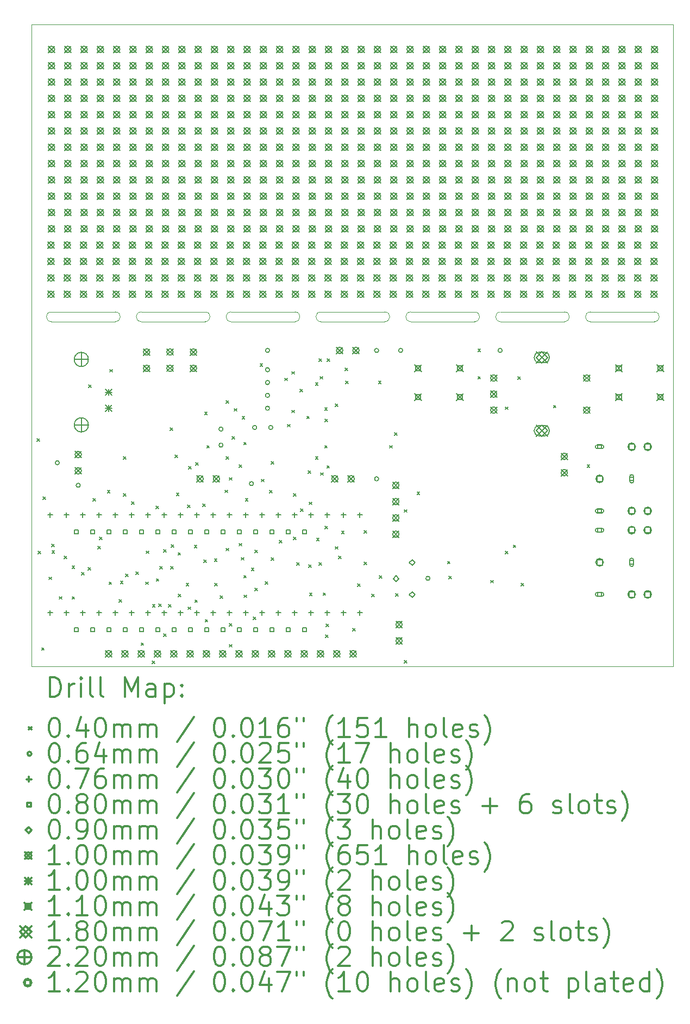
<source format=gbr>
%FSLAX45Y45*%
G04 Gerber Fmt 4.5, Leading zero omitted, Abs format (unit mm)*
G04 Created by KiCad (PCBNEW 5.1.5+dfsg1-2build2) date 2020-07-12 21:21:36*
%MOMM*%
%LPD*%
G04 APERTURE LIST*
%TA.AperFunction,Profile*%
%ADD10C,0.050000*%
%TD*%
%ADD11C,0.200000*%
%ADD12C,0.300000*%
G04 APERTURE END LIST*
D10*
X14705000Y-9475000D02*
G75*
G02X14705000Y-9625000I0J-75000D01*
G01*
X13705000Y-9625000D02*
G75*
G02X13705000Y-9475000I0J75000D01*
G01*
X14705000Y-9475000D02*
X13705000Y-9475000D01*
X13705000Y-9625000D02*
X14705000Y-9625000D01*
X12305000Y-9625000D02*
G75*
G02X12305000Y-9475000I0J75000D01*
G01*
X13305000Y-9475000D02*
X12305000Y-9475000D01*
X13305000Y-9475000D02*
G75*
G02X13305000Y-9625000I0J-75000D01*
G01*
X12305000Y-9625000D02*
X13305000Y-9625000D01*
X10905000Y-9625000D02*
G75*
G02X10905000Y-9475000I0J75000D01*
G01*
X11905000Y-9475000D02*
G75*
G02X11905000Y-9625000I0J-75000D01*
G01*
X11905000Y-9475000D02*
X10905000Y-9475000D01*
X10905000Y-9625000D02*
X11905000Y-9625000D01*
X10505000Y-9475000D02*
G75*
G02X10505000Y-9625000I0J-75000D01*
G01*
X10505000Y-9475000D02*
X9505000Y-9475000D01*
X9505000Y-9625000D02*
G75*
G02X9505000Y-9475000I0J75000D01*
G01*
X9505000Y-9625000D02*
X10505000Y-9625000D01*
X8105000Y-9625000D02*
G75*
G02X8105000Y-9475000I0J75000D01*
G01*
X8105000Y-9625000D02*
X9105000Y-9625000D01*
X9105000Y-9475000D02*
X8105000Y-9475000D01*
X9105000Y-9475000D02*
G75*
G02X9105000Y-9625000I0J-75000D01*
G01*
X6705000Y-9625000D02*
X7705000Y-9625000D01*
X7705000Y-9475000D02*
X6705000Y-9475000D01*
X6705000Y-9625000D02*
G75*
G02X6705000Y-9475000I0J75000D01*
G01*
X7705000Y-9475000D02*
G75*
G02X7705000Y-9625000I0J-75000D01*
G01*
X5305000Y-9625000D02*
X6305000Y-9625000D01*
X5305000Y-9625000D02*
G75*
G02X5305000Y-9475000I0J75000D01*
G01*
X6305000Y-9475000D02*
X5305000Y-9475000D01*
X6305000Y-9475000D02*
G75*
G02X6305000Y-9625000I0J-75000D01*
G01*
X5000000Y-15000000D02*
X5000000Y-5000000D01*
X15000000Y-15000000D02*
X5000000Y-15000000D01*
X15000000Y-5000000D02*
X15000000Y-15000000D01*
X5000000Y-5000000D02*
X15000000Y-5000000D01*
D11*
X5086000Y-11451000D02*
X5126000Y-11491000D01*
X5126000Y-11451000D02*
X5086000Y-11491000D01*
X5102000Y-13202000D02*
X5142000Y-13242000D01*
X5142000Y-13202000D02*
X5102000Y-13242000D01*
X5155000Y-14705000D02*
X5195000Y-14745000D01*
X5195000Y-14705000D02*
X5155000Y-14745000D01*
X5174501Y-12355000D02*
X5214501Y-12395000D01*
X5214501Y-12355000D02*
X5174501Y-12395000D01*
X5268000Y-13605000D02*
X5308000Y-13645000D01*
X5308000Y-13605000D02*
X5268000Y-13645000D01*
X5310000Y-13090000D02*
X5350000Y-13130000D01*
X5350000Y-13090000D02*
X5310000Y-13130000D01*
X5317000Y-13194000D02*
X5357000Y-13234000D01*
X5357000Y-13194000D02*
X5317000Y-13234000D01*
X5430000Y-13910000D02*
X5470000Y-13950000D01*
X5470000Y-13910000D02*
X5430000Y-13950000D01*
X5505000Y-13280000D02*
X5545000Y-13320000D01*
X5545000Y-13280000D02*
X5505000Y-13320000D01*
X5630000Y-13430000D02*
X5670000Y-13470000D01*
X5670000Y-13430000D02*
X5630000Y-13470000D01*
X5630000Y-13910000D02*
X5670000Y-13950000D01*
X5670000Y-13910000D02*
X5630000Y-13950000D01*
X5780000Y-13530000D02*
X5820000Y-13570000D01*
X5820000Y-13530000D02*
X5780000Y-13570000D01*
X5880000Y-13455000D02*
X5920000Y-13495000D01*
X5920000Y-13455000D02*
X5880000Y-13495000D01*
X5890000Y-10610000D02*
X5930000Y-10650000D01*
X5930000Y-10610000D02*
X5890000Y-10650000D01*
X5955000Y-12380000D02*
X5995000Y-12420000D01*
X5995000Y-12380000D02*
X5955000Y-12420000D01*
X6033504Y-13125001D02*
X6073504Y-13165001D01*
X6073504Y-13125001D02*
X6033504Y-13165001D01*
X6055000Y-12980000D02*
X6095000Y-13020000D01*
X6095000Y-12980000D02*
X6055000Y-13020000D01*
X6180000Y-12255000D02*
X6220000Y-12295000D01*
X6220000Y-12255000D02*
X6180000Y-12295000D01*
X6205000Y-13680000D02*
X6245000Y-13720000D01*
X6245000Y-13680000D02*
X6205000Y-13720000D01*
X6220000Y-10370000D02*
X6260000Y-10410000D01*
X6260000Y-10370000D02*
X6220000Y-10410000D01*
X6363499Y-13955000D02*
X6403499Y-13995000D01*
X6403499Y-13955000D02*
X6363499Y-13995000D01*
X6383000Y-13670000D02*
X6423000Y-13710000D01*
X6423000Y-13670000D02*
X6383000Y-13710000D01*
X6430000Y-11730000D02*
X6470000Y-11770000D01*
X6470000Y-11730000D02*
X6430000Y-11770000D01*
X6430000Y-12305000D02*
X6470000Y-12345000D01*
X6470000Y-12305000D02*
X6430000Y-12345000D01*
X6464085Y-13559334D02*
X6504085Y-13599334D01*
X6504085Y-13559334D02*
X6464085Y-13599334D01*
X6555000Y-12430000D02*
X6595000Y-12470000D01*
X6595000Y-12430000D02*
X6555000Y-12470000D01*
X6622000Y-13524000D02*
X6662000Y-13564000D01*
X6662000Y-13524000D02*
X6622000Y-13564000D01*
X6705000Y-14630000D02*
X6745000Y-14670000D01*
X6745000Y-14630000D02*
X6705000Y-14670000D01*
X6778000Y-13680000D02*
X6818000Y-13720000D01*
X6818000Y-13680000D02*
X6778000Y-13720000D01*
X6786000Y-13199000D02*
X6826000Y-13239000D01*
X6826000Y-13199000D02*
X6786000Y-13239000D01*
X6877570Y-14909899D02*
X6917570Y-14949899D01*
X6917570Y-14909899D02*
X6877570Y-14949899D01*
X6881797Y-14032538D02*
X6921797Y-14072538D01*
X6921797Y-14032538D02*
X6881797Y-14072538D01*
X6938985Y-12502501D02*
X6978985Y-12542501D01*
X6978985Y-12502501D02*
X6938985Y-12542501D01*
X6941955Y-13631176D02*
X6981955Y-13671176D01*
X6981955Y-13631176D02*
X6941955Y-13671176D01*
X6981205Y-14021664D02*
X7021205Y-14061664D01*
X7021205Y-14021664D02*
X6981205Y-14061664D01*
X6995969Y-13441173D02*
X7035969Y-13481173D01*
X7035969Y-13441173D02*
X6995969Y-13481173D01*
X7055000Y-13180000D02*
X7095000Y-13220000D01*
X7095000Y-13180000D02*
X7055000Y-13220000D01*
X7055244Y-14489001D02*
X7095244Y-14529001D01*
X7095244Y-14489001D02*
X7055244Y-14529001D01*
X7130000Y-14030000D02*
X7170000Y-14070000D01*
X7170000Y-14030000D02*
X7130000Y-14070000D01*
X7155000Y-11280000D02*
X7195000Y-11320000D01*
X7195000Y-11280000D02*
X7155000Y-11320000D01*
X7167767Y-13441173D02*
X7207767Y-13481173D01*
X7207767Y-13441173D02*
X7167767Y-13481173D01*
X7176333Y-13101333D02*
X7216333Y-13141333D01*
X7216333Y-13101333D02*
X7176333Y-13141333D01*
X7232500Y-11702500D02*
X7272500Y-11742500D01*
X7272500Y-11702500D02*
X7232500Y-11742500D01*
X7255000Y-12295003D02*
X7295000Y-12335003D01*
X7295000Y-12295003D02*
X7255000Y-12335003D01*
X7280000Y-13223199D02*
X7320000Y-13263199D01*
X7320000Y-13223199D02*
X7280000Y-13263199D01*
X7284723Y-13873750D02*
X7324723Y-13913750D01*
X7324723Y-13873750D02*
X7284723Y-13913750D01*
X7408000Y-13702000D02*
X7448000Y-13742000D01*
X7448000Y-13702000D02*
X7408000Y-13742000D01*
X7426000Y-12481592D02*
X7466000Y-12521592D01*
X7466000Y-12481592D02*
X7426000Y-12521592D01*
X7437900Y-14069182D02*
X7477900Y-14109182D01*
X7477900Y-14069182D02*
X7437900Y-14109182D01*
X7445000Y-11884064D02*
X7485000Y-11924064D01*
X7485000Y-11884064D02*
X7445000Y-11924064D01*
X7533712Y-13109432D02*
X7573712Y-13149432D01*
X7573712Y-13109432D02*
X7533712Y-13149432D01*
X7542320Y-13960799D02*
X7582320Y-14000799D01*
X7582320Y-13960799D02*
X7542320Y-14000799D01*
X7555000Y-11819998D02*
X7595000Y-11859998D01*
X7595000Y-11819998D02*
X7555000Y-11859998D01*
X7664733Y-12466325D02*
X7704733Y-12506325D01*
X7704733Y-12466325D02*
X7664733Y-12506325D01*
X7683878Y-13336954D02*
X7723878Y-13376954D01*
X7723878Y-13336954D02*
X7683878Y-13376954D01*
X7694710Y-11037759D02*
X7734710Y-11077759D01*
X7734710Y-11037759D02*
X7694710Y-11077759D01*
X7704871Y-14264003D02*
X7744871Y-14304003D01*
X7744871Y-14264003D02*
X7704871Y-14304003D01*
X7730000Y-11555000D02*
X7770000Y-11595000D01*
X7770000Y-11555000D02*
X7730000Y-11595000D01*
X7846988Y-13319997D02*
X7886988Y-13359997D01*
X7886988Y-13319997D02*
X7846988Y-13359997D01*
X7855000Y-13700001D02*
X7895000Y-13740001D01*
X7895000Y-13700001D02*
X7855000Y-13740001D01*
X7936130Y-13894999D02*
X7976130Y-13934999D01*
X7976130Y-13894999D02*
X7936130Y-13934999D01*
X8010000Y-12250000D02*
X8050000Y-12290000D01*
X8050000Y-12250000D02*
X8010000Y-12290000D01*
X8030000Y-10855000D02*
X8070000Y-10895000D01*
X8070000Y-10855000D02*
X8030000Y-10895000D01*
X8030000Y-11730000D02*
X8070000Y-11770000D01*
X8070000Y-11730000D02*
X8030000Y-11770000D01*
X8030000Y-13155000D02*
X8070000Y-13195000D01*
X8070000Y-13155000D02*
X8030000Y-13195000D01*
X8077513Y-12055000D02*
X8117513Y-12095000D01*
X8117513Y-12055000D02*
X8077513Y-12095000D01*
X8080000Y-14330000D02*
X8120000Y-14370000D01*
X8120000Y-14330000D02*
X8080000Y-14370000D01*
X8080000Y-14655000D02*
X8120000Y-14695000D01*
X8120000Y-14655000D02*
X8080000Y-14695000D01*
X8125014Y-11414790D02*
X8165014Y-11454790D01*
X8165014Y-11414790D02*
X8125014Y-11454790D01*
X8155000Y-10980000D02*
X8195000Y-11020000D01*
X8195000Y-10980000D02*
X8155000Y-11020000D01*
X8230000Y-13080000D02*
X8270000Y-13120000D01*
X8270000Y-13080000D02*
X8230000Y-13120000D01*
X8232499Y-11853685D02*
X8272499Y-11893685D01*
X8272499Y-11853685D02*
X8232499Y-11893685D01*
X8267307Y-13299995D02*
X8307307Y-13339995D01*
X8307307Y-13299995D02*
X8267307Y-13339995D01*
X8280000Y-11105000D02*
X8320000Y-11145000D01*
X8320000Y-11105000D02*
X8280000Y-11145000D01*
X8305000Y-11505000D02*
X8345000Y-11545000D01*
X8345000Y-11505000D02*
X8305000Y-11545000D01*
X8305000Y-13580000D02*
X8345000Y-13620000D01*
X8345000Y-13580000D02*
X8305000Y-13620000D01*
X8307443Y-13884975D02*
X8347443Y-13924975D01*
X8347443Y-13884975D02*
X8307443Y-13924975D01*
X8330000Y-12380000D02*
X8370000Y-12420000D01*
X8370000Y-12380000D02*
X8330000Y-12420000D01*
X8422781Y-13462949D02*
X8462781Y-13502949D01*
X8462781Y-13462949D02*
X8422781Y-13502949D01*
X8455000Y-14230000D02*
X8495000Y-14270000D01*
X8495000Y-14230000D02*
X8455000Y-14270000D01*
X8478588Y-13182945D02*
X8518588Y-13222945D01*
X8518588Y-13182945D02*
X8478588Y-13222945D01*
X8480000Y-13780000D02*
X8520000Y-13820000D01*
X8520000Y-13780000D02*
X8480000Y-13820000D01*
X8558018Y-10283000D02*
X8598018Y-10323000D01*
X8598018Y-10283000D02*
X8558018Y-10323000D01*
X8580000Y-12080000D02*
X8620000Y-12120000D01*
X8620000Y-12080000D02*
X8580000Y-12120000D01*
X8641799Y-13675007D02*
X8681799Y-13715007D01*
X8681799Y-13675007D02*
X8641799Y-13715007D01*
X8705000Y-12255000D02*
X8745000Y-12295000D01*
X8745000Y-12255000D02*
X8705000Y-12295000D01*
X8730000Y-11805000D02*
X8770000Y-11845000D01*
X8770000Y-11805000D02*
X8730000Y-11845000D01*
X8730000Y-13305000D02*
X8770000Y-13345000D01*
X8770000Y-13305000D02*
X8730000Y-13345000D01*
X8859188Y-13032220D02*
X8899188Y-13072220D01*
X8899188Y-13032220D02*
X8859188Y-13072220D01*
X8945000Y-10505000D02*
X8985000Y-10545000D01*
X8985000Y-10505000D02*
X8945000Y-10545000D01*
X8983765Y-11226235D02*
X9023765Y-11266235D01*
X9023765Y-11226235D02*
X8983765Y-11266235D01*
X9055000Y-10405000D02*
X9095000Y-10445000D01*
X9095000Y-10405000D02*
X9055000Y-10445000D01*
X9055000Y-11005000D02*
X9095000Y-11045000D01*
X9095000Y-11005000D02*
X9055000Y-11045000D01*
X9078734Y-12307499D02*
X9118734Y-12347499D01*
X9118734Y-12307499D02*
X9078734Y-12347499D01*
X9080000Y-12980000D02*
X9120000Y-13020000D01*
X9120000Y-12980000D02*
X9080000Y-13020000D01*
X9131715Y-13379247D02*
X9171715Y-13419247D01*
X9171715Y-13379247D02*
X9131715Y-13419247D01*
X9180000Y-10680000D02*
X9220000Y-10720000D01*
X9220000Y-10680000D02*
X9180000Y-10720000D01*
X9190361Y-12542503D02*
X9230361Y-12582503D01*
X9230361Y-12542503D02*
X9190361Y-12582503D01*
X9287427Y-11097573D02*
X9327427Y-11137573D01*
X9327427Y-11097573D02*
X9287427Y-11137573D01*
X9305325Y-11947499D02*
X9345325Y-11987499D01*
X9345325Y-11947499D02*
X9305325Y-11987499D01*
X9317849Y-13412501D02*
X9357849Y-13452501D01*
X9357849Y-13412501D02*
X9317849Y-13452501D01*
X9324045Y-12436800D02*
X9364045Y-12476800D01*
X9364045Y-12436800D02*
X9324045Y-12476800D01*
X9330000Y-13852501D02*
X9370000Y-13892501D01*
X9370000Y-13852501D02*
X9330000Y-13892501D01*
X9422499Y-10578059D02*
X9462499Y-10618059D01*
X9462499Y-10578059D02*
X9422499Y-10618059D01*
X9422499Y-11730000D02*
X9462499Y-11770000D01*
X9462499Y-11730000D02*
X9422499Y-11770000D01*
X9440000Y-13000000D02*
X9480000Y-13040000D01*
X9480000Y-13000000D02*
X9440000Y-13040000D01*
X9480000Y-10205000D02*
X9520000Y-10245000D01*
X9520000Y-10205000D02*
X9480000Y-10245000D01*
X9480000Y-13380000D02*
X9520000Y-13420000D01*
X9520000Y-13380000D02*
X9480000Y-13420000D01*
X9495000Y-10480000D02*
X9535000Y-10520000D01*
X9535000Y-10480000D02*
X9495000Y-10520000D01*
X9505000Y-11980000D02*
X9545000Y-12020000D01*
X9545000Y-11980000D02*
X9505000Y-12020000D01*
X9540000Y-13850000D02*
X9580000Y-13890000D01*
X9580000Y-13850000D02*
X9540000Y-13890000D01*
X9567500Y-10967501D02*
X9607500Y-11007501D01*
X9607500Y-10967501D02*
X9567500Y-11007501D01*
X9567501Y-11555000D02*
X9607501Y-11595000D01*
X9607501Y-11555000D02*
X9567501Y-11595000D01*
X9570000Y-12810000D02*
X9610000Y-12850000D01*
X9610000Y-12810000D02*
X9570000Y-12850000D01*
X9573502Y-11142500D02*
X9613502Y-11182500D01*
X9613502Y-11142500D02*
X9573502Y-11182500D01*
X9580000Y-14505000D02*
X9620000Y-14545000D01*
X9620000Y-14505000D02*
X9580000Y-14545000D01*
X9585000Y-14335000D02*
X9625000Y-14375000D01*
X9625000Y-14335000D02*
X9585000Y-14375000D01*
X9600000Y-11870000D02*
X9640000Y-11910000D01*
X9640000Y-11870000D02*
X9600000Y-11910000D01*
X9605000Y-10205000D02*
X9645000Y-10245000D01*
X9645000Y-10205000D02*
X9605000Y-10245000D01*
X9728976Y-13131499D02*
X9768976Y-13171499D01*
X9768976Y-13131499D02*
X9728976Y-13171499D01*
X9730000Y-10905000D02*
X9770000Y-10945000D01*
X9770000Y-10905000D02*
X9730000Y-10945000D01*
X9780000Y-13280000D02*
X9820000Y-13320000D01*
X9820000Y-13280000D02*
X9780000Y-13320000D01*
X9830000Y-12890000D02*
X9870000Y-12930000D01*
X9870000Y-12890000D02*
X9830000Y-12930000D01*
X9883765Y-10351235D02*
X9923765Y-10391235D01*
X9923765Y-10351235D02*
X9883765Y-10391235D01*
X9890000Y-10555000D02*
X9930000Y-10595000D01*
X9930000Y-10555000D02*
X9890000Y-10595000D01*
X10005000Y-14405000D02*
X10045000Y-14445000D01*
X10045000Y-14405000D02*
X10005000Y-14445000D01*
X10080000Y-13707499D02*
X10120000Y-13747499D01*
X10120000Y-13707499D02*
X10080000Y-13747499D01*
X10180000Y-12880000D02*
X10220000Y-12920000D01*
X10220000Y-12880000D02*
X10180000Y-12920000D01*
X10180000Y-13370000D02*
X10220000Y-13410000D01*
X10220000Y-13370000D02*
X10180000Y-13410000D01*
X10300000Y-13870000D02*
X10340000Y-13910000D01*
X10340000Y-13870000D02*
X10300000Y-13910000D01*
X10405000Y-10555000D02*
X10445000Y-10595000D01*
X10445000Y-10555000D02*
X10405000Y-10595000D01*
X10418999Y-13582944D02*
X10458999Y-13622944D01*
X10458999Y-13582944D02*
X10418999Y-13622944D01*
X10580000Y-11555000D02*
X10620000Y-11595000D01*
X10620000Y-11555000D02*
X10580000Y-11595000D01*
X10655000Y-11355000D02*
X10695000Y-11395000D01*
X10695000Y-11355000D02*
X10655000Y-11395000D01*
X10670000Y-13860000D02*
X10710000Y-13900000D01*
X10710000Y-13860000D02*
X10670000Y-13900000D01*
X10805000Y-12555000D02*
X10845000Y-12595000D01*
X10845000Y-12555000D02*
X10805000Y-12595000D01*
X10805000Y-14905000D02*
X10845000Y-14945000D01*
X10845000Y-14905000D02*
X10805000Y-14945000D01*
X11005000Y-12280000D02*
X11045000Y-12320000D01*
X11045000Y-12280000D02*
X11005000Y-12320000D01*
X11480000Y-13360000D02*
X11520000Y-13400000D01*
X11520000Y-13360000D02*
X11480000Y-13400000D01*
X11500000Y-13590000D02*
X11540000Y-13630000D01*
X11540000Y-13590000D02*
X11500000Y-13630000D01*
X11500000Y-13590000D02*
X11540000Y-13630000D01*
X11540000Y-13590000D02*
X11500000Y-13630000D01*
X11955000Y-10055000D02*
X11995000Y-10095000D01*
X11995000Y-10055000D02*
X11955000Y-10095000D01*
X11955000Y-10480000D02*
X11995000Y-10520000D01*
X11995000Y-10480000D02*
X11955000Y-10520000D01*
X12155000Y-13655000D02*
X12195000Y-13695000D01*
X12195000Y-13655000D02*
X12155000Y-13695000D01*
X12380000Y-10955000D02*
X12420000Y-10995000D01*
X12420000Y-10955000D02*
X12380000Y-10995000D01*
X12380000Y-13205000D02*
X12420000Y-13245000D01*
X12420000Y-13205000D02*
X12380000Y-13245000D01*
X12505000Y-13105000D02*
X12545000Y-13145000D01*
X12545000Y-13105000D02*
X12505000Y-13145000D01*
X12575000Y-10485000D02*
X12615000Y-10525000D01*
X12615000Y-10485000D02*
X12575000Y-10525000D01*
X12630000Y-13705000D02*
X12670000Y-13745000D01*
X12670000Y-13705000D02*
X12630000Y-13745000D01*
X13130000Y-10930000D02*
X13170000Y-10970000D01*
X13170000Y-10930000D02*
X13130000Y-10970000D01*
X13655000Y-11855000D02*
X13695000Y-11895000D01*
X13695000Y-11855000D02*
X13655000Y-11895000D01*
X10781750Y-10075000D02*
G75*
G03X10781750Y-10075000I-31750J0D01*
G01*
X7981750Y-11550000D02*
G75*
G03X7981750Y-11550000I-31750J0D01*
G01*
X8706750Y-10775000D02*
G75*
G03X8706750Y-10775000I-31750J0D01*
G01*
X8706750Y-10575000D02*
G75*
G03X8706750Y-10575000I-31750J0D01*
G01*
X8706750Y-10375000D02*
G75*
G03X8706750Y-10375000I-31750J0D01*
G01*
X8706750Y-10075000D02*
G75*
G03X8706750Y-10075000I-31750J0D01*
G01*
X8456750Y-12150000D02*
G75*
G03X8456750Y-12150000I-31750J0D01*
G01*
X7981750Y-11300000D02*
G75*
G03X7981750Y-11300000I-31750J0D01*
G01*
X10406750Y-10075000D02*
G75*
G03X10406750Y-10075000I-31750J0D01*
G01*
X10406750Y-12075000D02*
G75*
G03X10406750Y-12075000I-31750J0D01*
G01*
X5431750Y-11825000D02*
G75*
G03X5431750Y-11825000I-31750J0D01*
G01*
X8506750Y-11275000D02*
G75*
G03X8506750Y-11275000I-31750J0D01*
G01*
X8756750Y-11275000D02*
G75*
G03X8756750Y-11275000I-31750J0D01*
G01*
X11206750Y-13625000D02*
G75*
G03X11206750Y-13625000I-31750J0D01*
G01*
X12331750Y-10075000D02*
G75*
G03X12331750Y-10075000I-31750J0D01*
G01*
X5756750Y-12175000D02*
G75*
G03X5756750Y-12175000I-31750J0D01*
G01*
X8706750Y-10975000D02*
G75*
G03X8706750Y-10975000I-31750J0D01*
G01*
X5287000Y-12599900D02*
X5287000Y-12676100D01*
X5248900Y-12638000D02*
X5325100Y-12638000D01*
X5287000Y-14123900D02*
X5287000Y-14200100D01*
X5248900Y-14162000D02*
X5325100Y-14162000D01*
X5541000Y-12599900D02*
X5541000Y-12676100D01*
X5502900Y-12638000D02*
X5579100Y-12638000D01*
X5541000Y-14123900D02*
X5541000Y-14200100D01*
X5502900Y-14162000D02*
X5579100Y-14162000D01*
X5795000Y-12599900D02*
X5795000Y-12676100D01*
X5756900Y-12638000D02*
X5833100Y-12638000D01*
X5795000Y-14123900D02*
X5795000Y-14200100D01*
X5756900Y-14162000D02*
X5833100Y-14162000D01*
X6049000Y-12599900D02*
X6049000Y-12676100D01*
X6010900Y-12638000D02*
X6087100Y-12638000D01*
X6049000Y-14123900D02*
X6049000Y-14200100D01*
X6010900Y-14162000D02*
X6087100Y-14162000D01*
X6303000Y-12599900D02*
X6303000Y-12676100D01*
X6264900Y-12638000D02*
X6341100Y-12638000D01*
X6303000Y-14123900D02*
X6303000Y-14200100D01*
X6264900Y-14162000D02*
X6341100Y-14162000D01*
X6557000Y-12599900D02*
X6557000Y-12676100D01*
X6518900Y-12638000D02*
X6595100Y-12638000D01*
X6557000Y-14123900D02*
X6557000Y-14200100D01*
X6518900Y-14162000D02*
X6595100Y-14162000D01*
X6811000Y-12599900D02*
X6811000Y-12676100D01*
X6772900Y-12638000D02*
X6849100Y-12638000D01*
X6811000Y-14123900D02*
X6811000Y-14200100D01*
X6772900Y-14162000D02*
X6849100Y-14162000D01*
X7065000Y-12599900D02*
X7065000Y-12676100D01*
X7026900Y-12638000D02*
X7103100Y-12638000D01*
X7065000Y-14123900D02*
X7065000Y-14200100D01*
X7026900Y-14162000D02*
X7103100Y-14162000D01*
X7319000Y-12599900D02*
X7319000Y-12676100D01*
X7280900Y-12638000D02*
X7357100Y-12638000D01*
X7319000Y-14123900D02*
X7319000Y-14200100D01*
X7280900Y-14162000D02*
X7357100Y-14162000D01*
X7573000Y-12599900D02*
X7573000Y-12676100D01*
X7534900Y-12638000D02*
X7611100Y-12638000D01*
X7573000Y-14123900D02*
X7573000Y-14200100D01*
X7534900Y-14162000D02*
X7611100Y-14162000D01*
X7827000Y-12599900D02*
X7827000Y-12676100D01*
X7788900Y-12638000D02*
X7865100Y-12638000D01*
X7827000Y-14123900D02*
X7827000Y-14200100D01*
X7788900Y-14162000D02*
X7865100Y-14162000D01*
X8081000Y-12599900D02*
X8081000Y-12676100D01*
X8042900Y-12638000D02*
X8119100Y-12638000D01*
X8081000Y-14123900D02*
X8081000Y-14200100D01*
X8042900Y-14162000D02*
X8119100Y-14162000D01*
X8335000Y-12599900D02*
X8335000Y-12676100D01*
X8296900Y-12638000D02*
X8373100Y-12638000D01*
X8335000Y-14123900D02*
X8335000Y-14200100D01*
X8296900Y-14162000D02*
X8373100Y-14162000D01*
X8589000Y-12599900D02*
X8589000Y-12676100D01*
X8550900Y-12638000D02*
X8627100Y-12638000D01*
X8589000Y-14123900D02*
X8589000Y-14200100D01*
X8550900Y-14162000D02*
X8627100Y-14162000D01*
X8843000Y-12599900D02*
X8843000Y-12676100D01*
X8804900Y-12638000D02*
X8881100Y-12638000D01*
X8843000Y-14123900D02*
X8843000Y-14200100D01*
X8804900Y-14162000D02*
X8881100Y-14162000D01*
X9097000Y-12599900D02*
X9097000Y-12676100D01*
X9058900Y-12638000D02*
X9135100Y-12638000D01*
X9097000Y-14123900D02*
X9097000Y-14200100D01*
X9058900Y-14162000D02*
X9135100Y-14162000D01*
X9351000Y-12599900D02*
X9351000Y-12676100D01*
X9312900Y-12638000D02*
X9389100Y-12638000D01*
X9351000Y-14123900D02*
X9351000Y-14200100D01*
X9312900Y-14162000D02*
X9389100Y-14162000D01*
X9605000Y-12599900D02*
X9605000Y-12676100D01*
X9566900Y-12638000D02*
X9643100Y-12638000D01*
X9605000Y-14123900D02*
X9605000Y-14200100D01*
X9566900Y-14162000D02*
X9643100Y-14162000D01*
X9859000Y-12599900D02*
X9859000Y-12676100D01*
X9820900Y-12638000D02*
X9897100Y-12638000D01*
X9859000Y-14123900D02*
X9859000Y-14200100D01*
X9820900Y-14162000D02*
X9897100Y-14162000D01*
X10113000Y-12599900D02*
X10113000Y-12676100D01*
X10074900Y-12638000D02*
X10151100Y-12638000D01*
X10113000Y-14123900D02*
X10113000Y-14200100D01*
X10074900Y-14162000D02*
X10151100Y-14162000D01*
X13878284Y-12903284D02*
X13878284Y-12846715D01*
X13821715Y-12846715D01*
X13821715Y-12903284D01*
X13878284Y-12903284D01*
X13885000Y-12845000D02*
X13815000Y-12845000D01*
X13885000Y-12905000D02*
X13815000Y-12905000D01*
X13815000Y-12845000D02*
G75*
G03X13815000Y-12905000I0J-30000D01*
G01*
X13885000Y-12905000D02*
G75*
G03X13885000Y-12845000I0J30000D01*
G01*
X13878284Y-13903284D02*
X13878284Y-13846715D01*
X13821715Y-13846715D01*
X13821715Y-13903284D01*
X13878284Y-13903284D01*
X13885000Y-13845000D02*
X13815000Y-13845000D01*
X13885000Y-13905000D02*
X13815000Y-13905000D01*
X13815000Y-13845000D02*
G75*
G03X13815000Y-13905000I0J-30000D01*
G01*
X13885000Y-13905000D02*
G75*
G03X13885000Y-13845000I0J30000D01*
G01*
X14378284Y-13403284D02*
X14378284Y-13346715D01*
X14321715Y-13346715D01*
X14321715Y-13403284D01*
X14378284Y-13403284D01*
X14380000Y-13410000D02*
X14380000Y-13340000D01*
X14320000Y-13410000D02*
X14320000Y-13340000D01*
X14380000Y-13340000D02*
G75*
G03X14320000Y-13340000I-30000J0D01*
G01*
X14320000Y-13410000D02*
G75*
G03X14380000Y-13410000I30000J0D01*
G01*
X5722284Y-12928284D02*
X5722284Y-12871715D01*
X5665715Y-12871715D01*
X5665715Y-12928284D01*
X5722284Y-12928284D01*
X5722284Y-14452284D02*
X5722284Y-14395715D01*
X5665715Y-14395715D01*
X5665715Y-14452284D01*
X5722284Y-14452284D01*
X5976284Y-12928284D02*
X5976284Y-12871715D01*
X5919715Y-12871715D01*
X5919715Y-12928284D01*
X5976284Y-12928284D01*
X5976284Y-14452284D02*
X5976284Y-14395715D01*
X5919715Y-14395715D01*
X5919715Y-14452284D01*
X5976284Y-14452284D01*
X6230284Y-12928284D02*
X6230284Y-12871715D01*
X6173715Y-12871715D01*
X6173715Y-12928284D01*
X6230284Y-12928284D01*
X6230284Y-14452284D02*
X6230284Y-14395715D01*
X6173715Y-14395715D01*
X6173715Y-14452284D01*
X6230284Y-14452284D01*
X6484284Y-12928284D02*
X6484284Y-12871715D01*
X6427715Y-12871715D01*
X6427715Y-12928284D01*
X6484284Y-12928284D01*
X6484284Y-14452284D02*
X6484284Y-14395715D01*
X6427715Y-14395715D01*
X6427715Y-14452284D01*
X6484284Y-14452284D01*
X6738284Y-12928284D02*
X6738284Y-12871715D01*
X6681715Y-12871715D01*
X6681715Y-12928284D01*
X6738284Y-12928284D01*
X6738284Y-14452284D02*
X6738284Y-14395715D01*
X6681715Y-14395715D01*
X6681715Y-14452284D01*
X6738284Y-14452284D01*
X6992284Y-12928284D02*
X6992284Y-12871715D01*
X6935715Y-12871715D01*
X6935715Y-12928284D01*
X6992284Y-12928284D01*
X6992284Y-14452284D02*
X6992284Y-14395715D01*
X6935715Y-14395715D01*
X6935715Y-14452284D01*
X6992284Y-14452284D01*
X7246284Y-12928284D02*
X7246284Y-12871715D01*
X7189715Y-12871715D01*
X7189715Y-12928284D01*
X7246284Y-12928284D01*
X7246284Y-14452284D02*
X7246284Y-14395715D01*
X7189715Y-14395715D01*
X7189715Y-14452284D01*
X7246284Y-14452284D01*
X7500284Y-12928284D02*
X7500284Y-12871715D01*
X7443715Y-12871715D01*
X7443715Y-12928284D01*
X7500284Y-12928284D01*
X7500284Y-14452284D02*
X7500284Y-14395715D01*
X7443715Y-14395715D01*
X7443715Y-14452284D01*
X7500284Y-14452284D01*
X7754284Y-12928284D02*
X7754284Y-12871715D01*
X7697715Y-12871715D01*
X7697715Y-12928284D01*
X7754284Y-12928284D01*
X7754284Y-14452284D02*
X7754284Y-14395715D01*
X7697715Y-14395715D01*
X7697715Y-14452284D01*
X7754284Y-14452284D01*
X8008284Y-12928284D02*
X8008284Y-12871715D01*
X7951715Y-12871715D01*
X7951715Y-12928284D01*
X8008284Y-12928284D01*
X8008284Y-14452284D02*
X8008284Y-14395715D01*
X7951715Y-14395715D01*
X7951715Y-14452284D01*
X8008284Y-14452284D01*
X8262284Y-12928284D02*
X8262284Y-12871715D01*
X8205715Y-12871715D01*
X8205715Y-12928284D01*
X8262284Y-12928284D01*
X8262284Y-14452284D02*
X8262284Y-14395715D01*
X8205715Y-14395715D01*
X8205715Y-14452284D01*
X8262284Y-14452284D01*
X8516285Y-12928284D02*
X8516285Y-12871715D01*
X8459716Y-12871715D01*
X8459716Y-12928284D01*
X8516285Y-12928284D01*
X8516285Y-14452284D02*
X8516285Y-14395715D01*
X8459716Y-14395715D01*
X8459716Y-14452284D01*
X8516285Y-14452284D01*
X8770285Y-12928284D02*
X8770285Y-12871715D01*
X8713716Y-12871715D01*
X8713716Y-12928284D01*
X8770285Y-12928284D01*
X8770285Y-14452284D02*
X8770285Y-14395715D01*
X8713716Y-14395715D01*
X8713716Y-14452284D01*
X8770285Y-14452284D01*
X9024285Y-12928284D02*
X9024285Y-12871715D01*
X8967716Y-12871715D01*
X8967716Y-12928284D01*
X9024285Y-12928284D01*
X9024285Y-14452284D02*
X9024285Y-14395715D01*
X8967716Y-14395715D01*
X8967716Y-14452284D01*
X9024285Y-14452284D01*
X9278285Y-12928284D02*
X9278285Y-12871715D01*
X9221716Y-12871715D01*
X9221716Y-12928284D01*
X9278285Y-12928284D01*
X9278285Y-14452284D02*
X9278285Y-14395715D01*
X9221716Y-14395715D01*
X9221716Y-14452284D01*
X9278285Y-14452284D01*
X13878284Y-11603284D02*
X13878284Y-11546715D01*
X13821715Y-11546715D01*
X13821715Y-11603284D01*
X13878284Y-11603284D01*
X13885000Y-11545000D02*
X13815000Y-11545000D01*
X13885000Y-11605000D02*
X13815000Y-11605000D01*
X13815000Y-11545000D02*
G75*
G03X13815000Y-11605000I0J-30000D01*
G01*
X13885000Y-11605000D02*
G75*
G03X13885000Y-11545000I0J30000D01*
G01*
X13878284Y-12603284D02*
X13878284Y-12546715D01*
X13821715Y-12546715D01*
X13821715Y-12603284D01*
X13878284Y-12603284D01*
X13885000Y-12545000D02*
X13815000Y-12545000D01*
X13885000Y-12605000D02*
X13815000Y-12605000D01*
X13815000Y-12545000D02*
G75*
G03X13815000Y-12605000I0J-30000D01*
G01*
X13885000Y-12605000D02*
G75*
G03X13885000Y-12545000I0J30000D01*
G01*
X14378284Y-12103284D02*
X14378284Y-12046715D01*
X14321715Y-12046715D01*
X14321715Y-12103284D01*
X14378284Y-12103284D01*
X14380000Y-12110000D02*
X14380000Y-12040000D01*
X14320000Y-12110000D02*
X14320000Y-12040000D01*
X14380000Y-12040000D02*
G75*
G03X14320000Y-12040000I-30000J0D01*
G01*
X14320000Y-12110000D02*
G75*
G03X14380000Y-12110000I30000J0D01*
G01*
X10680000Y-13675000D02*
X10725000Y-13630000D01*
X10680000Y-13585000D01*
X10635000Y-13630000D01*
X10680000Y-13675000D01*
X10930000Y-13425000D02*
X10975000Y-13380000D01*
X10930000Y-13335000D01*
X10885000Y-13380000D01*
X10930000Y-13425000D01*
X10930000Y-13925000D02*
X10975000Y-13880000D01*
X10930000Y-13835000D01*
X10885000Y-13880000D01*
X10930000Y-13925000D01*
X12150000Y-10455000D02*
X12250000Y-10555000D01*
X12250000Y-10455000D02*
X12150000Y-10555000D01*
X12250000Y-10505000D02*
G75*
G03X12250000Y-10505000I-50000J0D01*
G01*
X12150000Y-10705000D02*
X12250000Y-10805000D01*
X12250000Y-10705000D02*
X12150000Y-10805000D01*
X12250000Y-10755000D02*
G75*
G03X12250000Y-10755000I-50000J0D01*
G01*
X12150000Y-10955000D02*
X12250000Y-11055000D01*
X12250000Y-10955000D02*
X12150000Y-11055000D01*
X12250000Y-11005000D02*
G75*
G03X12250000Y-11005000I-50000J0D01*
G01*
X13600000Y-10455000D02*
X13700000Y-10555000D01*
X13700000Y-10455000D02*
X13600000Y-10555000D01*
X13700000Y-10505000D02*
G75*
G03X13700000Y-10505000I-50000J0D01*
G01*
X13600000Y-10955000D02*
X13700000Y-11055000D01*
X13700000Y-10955000D02*
X13600000Y-11055000D01*
X13700000Y-11005000D02*
G75*
G03X13700000Y-11005000I-50000J0D01*
G01*
X5258600Y-6858800D02*
X5358600Y-6958800D01*
X5358600Y-6858800D02*
X5258600Y-6958800D01*
X5358600Y-6908800D02*
G75*
G03X5358600Y-6908800I-50000J0D01*
G01*
X5258600Y-7112800D02*
X5358600Y-7212800D01*
X5358600Y-7112800D02*
X5258600Y-7212800D01*
X5358600Y-7162800D02*
G75*
G03X5358600Y-7162800I-50000J0D01*
G01*
X5512600Y-6858800D02*
X5612600Y-6958800D01*
X5612600Y-6858800D02*
X5512600Y-6958800D01*
X5612600Y-6908800D02*
G75*
G03X5612600Y-6908800I-50000J0D01*
G01*
X5512600Y-7112800D02*
X5612600Y-7212800D01*
X5612600Y-7112800D02*
X5512600Y-7212800D01*
X5612600Y-7162800D02*
G75*
G03X5612600Y-7162800I-50000J0D01*
G01*
X5766600Y-6858800D02*
X5866600Y-6958800D01*
X5866600Y-6858800D02*
X5766600Y-6958800D01*
X5866600Y-6908800D02*
G75*
G03X5866600Y-6908800I-50000J0D01*
G01*
X5766600Y-7112800D02*
X5866600Y-7212800D01*
X5866600Y-7112800D02*
X5766600Y-7212800D01*
X5866600Y-7162800D02*
G75*
G03X5866600Y-7162800I-50000J0D01*
G01*
X6020600Y-6858800D02*
X6120600Y-6958800D01*
X6120600Y-6858800D02*
X6020600Y-6958800D01*
X6120600Y-6908800D02*
G75*
G03X6120600Y-6908800I-50000J0D01*
G01*
X6020600Y-7112800D02*
X6120600Y-7212800D01*
X6120600Y-7112800D02*
X6020600Y-7212800D01*
X6120600Y-7162800D02*
G75*
G03X6120600Y-7162800I-50000J0D01*
G01*
X6274600Y-6858800D02*
X6374600Y-6958800D01*
X6374600Y-6858800D02*
X6274600Y-6958800D01*
X6374600Y-6908800D02*
G75*
G03X6374600Y-6908800I-50000J0D01*
G01*
X6274600Y-7112800D02*
X6374600Y-7212800D01*
X6374600Y-7112800D02*
X6274600Y-7212800D01*
X6374600Y-7162800D02*
G75*
G03X6374600Y-7162800I-50000J0D01*
G01*
X6528600Y-6858800D02*
X6628600Y-6958800D01*
X6628600Y-6858800D02*
X6528600Y-6958800D01*
X6628600Y-6908800D02*
G75*
G03X6628600Y-6908800I-50000J0D01*
G01*
X6528600Y-7112800D02*
X6628600Y-7212800D01*
X6628600Y-7112800D02*
X6528600Y-7212800D01*
X6628600Y-7162800D02*
G75*
G03X6628600Y-7162800I-50000J0D01*
G01*
X6782600Y-6858800D02*
X6882600Y-6958800D01*
X6882600Y-6858800D02*
X6782600Y-6958800D01*
X6882600Y-6908800D02*
G75*
G03X6882600Y-6908800I-50000J0D01*
G01*
X6782600Y-7112800D02*
X6882600Y-7212800D01*
X6882600Y-7112800D02*
X6782600Y-7212800D01*
X6882600Y-7162800D02*
G75*
G03X6882600Y-7162800I-50000J0D01*
G01*
X7036600Y-6858800D02*
X7136600Y-6958800D01*
X7136600Y-6858800D02*
X7036600Y-6958800D01*
X7136600Y-6908800D02*
G75*
G03X7136600Y-6908800I-50000J0D01*
G01*
X7036600Y-7112800D02*
X7136600Y-7212800D01*
X7136600Y-7112800D02*
X7036600Y-7212800D01*
X7136600Y-7162800D02*
G75*
G03X7136600Y-7162800I-50000J0D01*
G01*
X7290600Y-6858800D02*
X7390600Y-6958800D01*
X7390600Y-6858800D02*
X7290600Y-6958800D01*
X7390600Y-6908800D02*
G75*
G03X7390600Y-6908800I-50000J0D01*
G01*
X7290600Y-7112800D02*
X7390600Y-7212800D01*
X7390600Y-7112800D02*
X7290600Y-7212800D01*
X7390600Y-7162800D02*
G75*
G03X7390600Y-7162800I-50000J0D01*
G01*
X7544600Y-6858800D02*
X7644600Y-6958800D01*
X7644600Y-6858800D02*
X7544600Y-6958800D01*
X7644600Y-6908800D02*
G75*
G03X7644600Y-6908800I-50000J0D01*
G01*
X7544600Y-7112800D02*
X7644600Y-7212800D01*
X7644600Y-7112800D02*
X7544600Y-7212800D01*
X7644600Y-7162800D02*
G75*
G03X7644600Y-7162800I-50000J0D01*
G01*
X7798600Y-6858800D02*
X7898600Y-6958800D01*
X7898600Y-6858800D02*
X7798600Y-6958800D01*
X7898600Y-6908800D02*
G75*
G03X7898600Y-6908800I-50000J0D01*
G01*
X7798600Y-7112800D02*
X7898600Y-7212800D01*
X7898600Y-7112800D02*
X7798600Y-7212800D01*
X7898600Y-7162800D02*
G75*
G03X7898600Y-7162800I-50000J0D01*
G01*
X8052600Y-6858800D02*
X8152600Y-6958800D01*
X8152600Y-6858800D02*
X8052600Y-6958800D01*
X8152600Y-6908800D02*
G75*
G03X8152600Y-6908800I-50000J0D01*
G01*
X8052600Y-7112800D02*
X8152600Y-7212800D01*
X8152600Y-7112800D02*
X8052600Y-7212800D01*
X8152600Y-7162800D02*
G75*
G03X8152600Y-7162800I-50000J0D01*
G01*
X8306600Y-6858800D02*
X8406600Y-6958800D01*
X8406600Y-6858800D02*
X8306600Y-6958800D01*
X8406600Y-6908800D02*
G75*
G03X8406600Y-6908800I-50000J0D01*
G01*
X8306600Y-7112800D02*
X8406600Y-7212800D01*
X8406600Y-7112800D02*
X8306600Y-7212800D01*
X8406600Y-7162800D02*
G75*
G03X8406600Y-7162800I-50000J0D01*
G01*
X8560600Y-6858800D02*
X8660600Y-6958800D01*
X8660600Y-6858800D02*
X8560600Y-6958800D01*
X8660600Y-6908800D02*
G75*
G03X8660600Y-6908800I-50000J0D01*
G01*
X8560600Y-7112800D02*
X8660600Y-7212800D01*
X8660600Y-7112800D02*
X8560600Y-7212800D01*
X8660600Y-7162800D02*
G75*
G03X8660600Y-7162800I-50000J0D01*
G01*
X8814600Y-6858800D02*
X8914600Y-6958800D01*
X8914600Y-6858800D02*
X8814600Y-6958800D01*
X8914600Y-6908800D02*
G75*
G03X8914600Y-6908800I-50000J0D01*
G01*
X8814600Y-7112800D02*
X8914600Y-7212800D01*
X8914600Y-7112800D02*
X8814600Y-7212800D01*
X8914600Y-7162800D02*
G75*
G03X8914600Y-7162800I-50000J0D01*
G01*
X9068600Y-6858800D02*
X9168600Y-6958800D01*
X9168600Y-6858800D02*
X9068600Y-6958800D01*
X9168600Y-6908800D02*
G75*
G03X9168600Y-6908800I-50000J0D01*
G01*
X9068600Y-7112800D02*
X9168600Y-7212800D01*
X9168600Y-7112800D02*
X9068600Y-7212800D01*
X9168600Y-7162800D02*
G75*
G03X9168600Y-7162800I-50000J0D01*
G01*
X9322600Y-6858800D02*
X9422600Y-6958800D01*
X9422600Y-6858800D02*
X9322600Y-6958800D01*
X9422600Y-6908800D02*
G75*
G03X9422600Y-6908800I-50000J0D01*
G01*
X9322600Y-7112800D02*
X9422600Y-7212800D01*
X9422600Y-7112800D02*
X9322600Y-7212800D01*
X9422600Y-7162800D02*
G75*
G03X9422600Y-7162800I-50000J0D01*
G01*
X9576600Y-6858800D02*
X9676600Y-6958800D01*
X9676600Y-6858800D02*
X9576600Y-6958800D01*
X9676600Y-6908800D02*
G75*
G03X9676600Y-6908800I-50000J0D01*
G01*
X9576600Y-7112800D02*
X9676600Y-7212800D01*
X9676600Y-7112800D02*
X9576600Y-7212800D01*
X9676600Y-7162800D02*
G75*
G03X9676600Y-7162800I-50000J0D01*
G01*
X9830600Y-6858800D02*
X9930600Y-6958800D01*
X9930600Y-6858800D02*
X9830600Y-6958800D01*
X9930600Y-6908800D02*
G75*
G03X9930600Y-6908800I-50000J0D01*
G01*
X9830600Y-7112800D02*
X9930600Y-7212800D01*
X9930600Y-7112800D02*
X9830600Y-7212800D01*
X9930600Y-7162800D02*
G75*
G03X9930600Y-7162800I-50000J0D01*
G01*
X10084600Y-6858800D02*
X10184600Y-6958800D01*
X10184600Y-6858800D02*
X10084600Y-6958800D01*
X10184600Y-6908800D02*
G75*
G03X10184600Y-6908800I-50000J0D01*
G01*
X10084600Y-7112800D02*
X10184600Y-7212800D01*
X10184600Y-7112800D02*
X10084600Y-7212800D01*
X10184600Y-7162800D02*
G75*
G03X10184600Y-7162800I-50000J0D01*
G01*
X10338600Y-6858800D02*
X10438600Y-6958800D01*
X10438600Y-6858800D02*
X10338600Y-6958800D01*
X10438600Y-6908800D02*
G75*
G03X10438600Y-6908800I-50000J0D01*
G01*
X10338600Y-7112800D02*
X10438600Y-7212800D01*
X10438600Y-7112800D02*
X10338600Y-7212800D01*
X10438600Y-7162800D02*
G75*
G03X10438600Y-7162800I-50000J0D01*
G01*
X10592600Y-6858800D02*
X10692600Y-6958800D01*
X10692600Y-6858800D02*
X10592600Y-6958800D01*
X10692600Y-6908800D02*
G75*
G03X10692600Y-6908800I-50000J0D01*
G01*
X10592600Y-7112800D02*
X10692600Y-7212800D01*
X10692600Y-7112800D02*
X10592600Y-7212800D01*
X10692600Y-7162800D02*
G75*
G03X10692600Y-7162800I-50000J0D01*
G01*
X10846600Y-6858800D02*
X10946600Y-6958800D01*
X10946600Y-6858800D02*
X10846600Y-6958800D01*
X10946600Y-6908800D02*
G75*
G03X10946600Y-6908800I-50000J0D01*
G01*
X10846600Y-7112800D02*
X10946600Y-7212800D01*
X10946600Y-7112800D02*
X10846600Y-7212800D01*
X10946600Y-7162800D02*
G75*
G03X10946600Y-7162800I-50000J0D01*
G01*
X11100600Y-6858800D02*
X11200600Y-6958800D01*
X11200600Y-6858800D02*
X11100600Y-6958800D01*
X11200600Y-6908800D02*
G75*
G03X11200600Y-6908800I-50000J0D01*
G01*
X11100600Y-7112800D02*
X11200600Y-7212800D01*
X11200600Y-7112800D02*
X11100600Y-7212800D01*
X11200600Y-7162800D02*
G75*
G03X11200600Y-7162800I-50000J0D01*
G01*
X11354600Y-6858800D02*
X11454600Y-6958800D01*
X11454600Y-6858800D02*
X11354600Y-6958800D01*
X11454600Y-6908800D02*
G75*
G03X11454600Y-6908800I-50000J0D01*
G01*
X11354600Y-7112800D02*
X11454600Y-7212800D01*
X11454600Y-7112800D02*
X11354600Y-7212800D01*
X11454600Y-7162800D02*
G75*
G03X11454600Y-7162800I-50000J0D01*
G01*
X11608600Y-6858800D02*
X11708600Y-6958800D01*
X11708600Y-6858800D02*
X11608600Y-6958800D01*
X11708600Y-6908800D02*
G75*
G03X11708600Y-6908800I-50000J0D01*
G01*
X11608600Y-7112800D02*
X11708600Y-7212800D01*
X11708600Y-7112800D02*
X11608600Y-7212800D01*
X11708600Y-7162800D02*
G75*
G03X11708600Y-7162800I-50000J0D01*
G01*
X11862600Y-6858800D02*
X11962600Y-6958800D01*
X11962600Y-6858800D02*
X11862600Y-6958800D01*
X11962600Y-6908800D02*
G75*
G03X11962600Y-6908800I-50000J0D01*
G01*
X11862600Y-7112800D02*
X11962600Y-7212800D01*
X11962600Y-7112800D02*
X11862600Y-7212800D01*
X11962600Y-7162800D02*
G75*
G03X11962600Y-7162800I-50000J0D01*
G01*
X12116600Y-6858800D02*
X12216600Y-6958800D01*
X12216600Y-6858800D02*
X12116600Y-6958800D01*
X12216600Y-6908800D02*
G75*
G03X12216600Y-6908800I-50000J0D01*
G01*
X12116600Y-7112800D02*
X12216600Y-7212800D01*
X12216600Y-7112800D02*
X12116600Y-7212800D01*
X12216600Y-7162800D02*
G75*
G03X12216600Y-7162800I-50000J0D01*
G01*
X12370600Y-6858800D02*
X12470600Y-6958800D01*
X12470600Y-6858800D02*
X12370600Y-6958800D01*
X12470600Y-6908800D02*
G75*
G03X12470600Y-6908800I-50000J0D01*
G01*
X12370600Y-7112800D02*
X12470600Y-7212800D01*
X12470600Y-7112800D02*
X12370600Y-7212800D01*
X12470600Y-7162800D02*
G75*
G03X12470600Y-7162800I-50000J0D01*
G01*
X12624600Y-6858800D02*
X12724600Y-6958800D01*
X12724600Y-6858800D02*
X12624600Y-6958800D01*
X12724600Y-6908800D02*
G75*
G03X12724600Y-6908800I-50000J0D01*
G01*
X12624600Y-7112800D02*
X12724600Y-7212800D01*
X12724600Y-7112800D02*
X12624600Y-7212800D01*
X12724600Y-7162800D02*
G75*
G03X12724600Y-7162800I-50000J0D01*
G01*
X12878600Y-6858800D02*
X12978600Y-6958800D01*
X12978600Y-6858800D02*
X12878600Y-6958800D01*
X12978600Y-6908800D02*
G75*
G03X12978600Y-6908800I-50000J0D01*
G01*
X12878600Y-7112800D02*
X12978600Y-7212800D01*
X12978600Y-7112800D02*
X12878600Y-7212800D01*
X12978600Y-7162800D02*
G75*
G03X12978600Y-7162800I-50000J0D01*
G01*
X13132600Y-6858800D02*
X13232600Y-6958800D01*
X13232600Y-6858800D02*
X13132600Y-6958800D01*
X13232600Y-6908800D02*
G75*
G03X13232600Y-6908800I-50000J0D01*
G01*
X13132600Y-7112800D02*
X13232600Y-7212800D01*
X13232600Y-7112800D02*
X13132600Y-7212800D01*
X13232600Y-7162800D02*
G75*
G03X13232600Y-7162800I-50000J0D01*
G01*
X13386600Y-6858800D02*
X13486600Y-6958800D01*
X13486600Y-6858800D02*
X13386600Y-6958800D01*
X13486600Y-6908800D02*
G75*
G03X13486600Y-6908800I-50000J0D01*
G01*
X13386600Y-7112800D02*
X13486600Y-7212800D01*
X13486600Y-7112800D02*
X13386600Y-7212800D01*
X13486600Y-7162800D02*
G75*
G03X13486600Y-7162800I-50000J0D01*
G01*
X13640600Y-6858800D02*
X13740600Y-6958800D01*
X13740600Y-6858800D02*
X13640600Y-6958800D01*
X13740600Y-6908800D02*
G75*
G03X13740600Y-6908800I-50000J0D01*
G01*
X13640600Y-7112800D02*
X13740600Y-7212800D01*
X13740600Y-7112800D02*
X13640600Y-7212800D01*
X13740600Y-7162800D02*
G75*
G03X13740600Y-7162800I-50000J0D01*
G01*
X13894600Y-6858800D02*
X13994600Y-6958800D01*
X13994600Y-6858800D02*
X13894600Y-6958800D01*
X13994600Y-6908800D02*
G75*
G03X13994600Y-6908800I-50000J0D01*
G01*
X13894600Y-7112800D02*
X13994600Y-7212800D01*
X13994600Y-7112800D02*
X13894600Y-7212800D01*
X13994600Y-7162800D02*
G75*
G03X13994600Y-7162800I-50000J0D01*
G01*
X14148600Y-6858800D02*
X14248600Y-6958800D01*
X14248600Y-6858800D02*
X14148600Y-6958800D01*
X14248600Y-6908800D02*
G75*
G03X14248600Y-6908800I-50000J0D01*
G01*
X14148600Y-7112800D02*
X14248600Y-7212800D01*
X14248600Y-7112800D02*
X14148600Y-7212800D01*
X14248600Y-7162800D02*
G75*
G03X14248600Y-7162800I-50000J0D01*
G01*
X14402600Y-6858800D02*
X14502600Y-6958800D01*
X14502600Y-6858800D02*
X14402600Y-6958800D01*
X14502600Y-6908800D02*
G75*
G03X14502600Y-6908800I-50000J0D01*
G01*
X14402600Y-7112800D02*
X14502600Y-7212800D01*
X14502600Y-7112800D02*
X14402600Y-7212800D01*
X14502600Y-7162800D02*
G75*
G03X14502600Y-7162800I-50000J0D01*
G01*
X14656600Y-6858800D02*
X14756600Y-6958800D01*
X14756600Y-6858800D02*
X14656600Y-6958800D01*
X14756600Y-6908800D02*
G75*
G03X14756600Y-6908800I-50000J0D01*
G01*
X14656600Y-7112800D02*
X14756600Y-7212800D01*
X14756600Y-7112800D02*
X14656600Y-7212800D01*
X14756600Y-7162800D02*
G75*
G03X14756600Y-7162800I-50000J0D01*
G01*
X9675000Y-12025000D02*
X9775000Y-12125000D01*
X9775000Y-12025000D02*
X9675000Y-12125000D01*
X9775000Y-12075000D02*
G75*
G03X9775000Y-12075000I-50000J0D01*
G01*
X9929000Y-12025000D02*
X10029000Y-12125000D01*
X10029000Y-12025000D02*
X9929000Y-12125000D01*
X10029000Y-12075000D02*
G75*
G03X10029000Y-12075000I-50000J0D01*
G01*
X10675000Y-14296000D02*
X10775000Y-14396000D01*
X10775000Y-14296000D02*
X10675000Y-14396000D01*
X10775000Y-14346000D02*
G75*
G03X10775000Y-14346000I-50000J0D01*
G01*
X10675000Y-14550000D02*
X10775000Y-14650000D01*
X10775000Y-14550000D02*
X10675000Y-14650000D01*
X10775000Y-14600000D02*
G75*
G03X10775000Y-14600000I-50000J0D01*
G01*
X5250000Y-8382800D02*
X5350000Y-8482800D01*
X5350000Y-8382800D02*
X5250000Y-8482800D01*
X5350000Y-8432800D02*
G75*
G03X5350000Y-8432800I-50000J0D01*
G01*
X5250000Y-8636800D02*
X5350000Y-8736800D01*
X5350000Y-8636800D02*
X5250000Y-8736800D01*
X5350000Y-8686800D02*
G75*
G03X5350000Y-8686800I-50000J0D01*
G01*
X5504000Y-8382800D02*
X5604000Y-8482800D01*
X5604000Y-8382800D02*
X5504000Y-8482800D01*
X5604000Y-8432800D02*
G75*
G03X5604000Y-8432800I-50000J0D01*
G01*
X5504000Y-8636800D02*
X5604000Y-8736800D01*
X5604000Y-8636800D02*
X5504000Y-8736800D01*
X5604000Y-8686800D02*
G75*
G03X5604000Y-8686800I-50000J0D01*
G01*
X5758000Y-8382800D02*
X5858000Y-8482800D01*
X5858000Y-8382800D02*
X5758000Y-8482800D01*
X5858000Y-8432800D02*
G75*
G03X5858000Y-8432800I-50000J0D01*
G01*
X5758000Y-8636800D02*
X5858000Y-8736800D01*
X5858000Y-8636800D02*
X5758000Y-8736800D01*
X5858000Y-8686800D02*
G75*
G03X5858000Y-8686800I-50000J0D01*
G01*
X6012000Y-8382800D02*
X6112000Y-8482800D01*
X6112000Y-8382800D02*
X6012000Y-8482800D01*
X6112000Y-8432800D02*
G75*
G03X6112000Y-8432800I-50000J0D01*
G01*
X6012000Y-8636800D02*
X6112000Y-8736800D01*
X6112000Y-8636800D02*
X6012000Y-8736800D01*
X6112000Y-8686800D02*
G75*
G03X6112000Y-8686800I-50000J0D01*
G01*
X6266000Y-8382800D02*
X6366000Y-8482800D01*
X6366000Y-8382800D02*
X6266000Y-8482800D01*
X6366000Y-8432800D02*
G75*
G03X6366000Y-8432800I-50000J0D01*
G01*
X6266000Y-8636800D02*
X6366000Y-8736800D01*
X6366000Y-8636800D02*
X6266000Y-8736800D01*
X6366000Y-8686800D02*
G75*
G03X6366000Y-8686800I-50000J0D01*
G01*
X6520000Y-8382800D02*
X6620000Y-8482800D01*
X6620000Y-8382800D02*
X6520000Y-8482800D01*
X6620000Y-8432800D02*
G75*
G03X6620000Y-8432800I-50000J0D01*
G01*
X6520000Y-8636800D02*
X6620000Y-8736800D01*
X6620000Y-8636800D02*
X6520000Y-8736800D01*
X6620000Y-8686800D02*
G75*
G03X6620000Y-8686800I-50000J0D01*
G01*
X6774000Y-8382800D02*
X6874000Y-8482800D01*
X6874000Y-8382800D02*
X6774000Y-8482800D01*
X6874000Y-8432800D02*
G75*
G03X6874000Y-8432800I-50000J0D01*
G01*
X6774000Y-8636800D02*
X6874000Y-8736800D01*
X6874000Y-8636800D02*
X6774000Y-8736800D01*
X6874000Y-8686800D02*
G75*
G03X6874000Y-8686800I-50000J0D01*
G01*
X7028000Y-8382800D02*
X7128000Y-8482800D01*
X7128000Y-8382800D02*
X7028000Y-8482800D01*
X7128000Y-8432800D02*
G75*
G03X7128000Y-8432800I-50000J0D01*
G01*
X7028000Y-8636800D02*
X7128000Y-8736800D01*
X7128000Y-8636800D02*
X7028000Y-8736800D01*
X7128000Y-8686800D02*
G75*
G03X7128000Y-8686800I-50000J0D01*
G01*
X7282000Y-8382800D02*
X7382000Y-8482800D01*
X7382000Y-8382800D02*
X7282000Y-8482800D01*
X7382000Y-8432800D02*
G75*
G03X7382000Y-8432800I-50000J0D01*
G01*
X7282000Y-8636800D02*
X7382000Y-8736800D01*
X7382000Y-8636800D02*
X7282000Y-8736800D01*
X7382000Y-8686800D02*
G75*
G03X7382000Y-8686800I-50000J0D01*
G01*
X7536000Y-8382800D02*
X7636000Y-8482800D01*
X7636000Y-8382800D02*
X7536000Y-8482800D01*
X7636000Y-8432800D02*
G75*
G03X7636000Y-8432800I-50000J0D01*
G01*
X7536000Y-8636800D02*
X7636000Y-8736800D01*
X7636000Y-8636800D02*
X7536000Y-8736800D01*
X7636000Y-8686800D02*
G75*
G03X7636000Y-8686800I-50000J0D01*
G01*
X7790000Y-8382800D02*
X7890000Y-8482800D01*
X7890000Y-8382800D02*
X7790000Y-8482800D01*
X7890000Y-8432800D02*
G75*
G03X7890000Y-8432800I-50000J0D01*
G01*
X7790000Y-8636800D02*
X7890000Y-8736800D01*
X7890000Y-8636800D02*
X7790000Y-8736800D01*
X7890000Y-8686800D02*
G75*
G03X7890000Y-8686800I-50000J0D01*
G01*
X8044000Y-8382800D02*
X8144000Y-8482800D01*
X8144000Y-8382800D02*
X8044000Y-8482800D01*
X8144000Y-8432800D02*
G75*
G03X8144000Y-8432800I-50000J0D01*
G01*
X8044000Y-8636800D02*
X8144000Y-8736800D01*
X8144000Y-8636800D02*
X8044000Y-8736800D01*
X8144000Y-8686800D02*
G75*
G03X8144000Y-8686800I-50000J0D01*
G01*
X8298000Y-8382800D02*
X8398000Y-8482800D01*
X8398000Y-8382800D02*
X8298000Y-8482800D01*
X8398000Y-8432800D02*
G75*
G03X8398000Y-8432800I-50000J0D01*
G01*
X8298000Y-8636800D02*
X8398000Y-8736800D01*
X8398000Y-8636800D02*
X8298000Y-8736800D01*
X8398000Y-8686800D02*
G75*
G03X8398000Y-8686800I-50000J0D01*
G01*
X8552000Y-8382800D02*
X8652000Y-8482800D01*
X8652000Y-8382800D02*
X8552000Y-8482800D01*
X8652000Y-8432800D02*
G75*
G03X8652000Y-8432800I-50000J0D01*
G01*
X8552000Y-8636800D02*
X8652000Y-8736800D01*
X8652000Y-8636800D02*
X8552000Y-8736800D01*
X8652000Y-8686800D02*
G75*
G03X8652000Y-8686800I-50000J0D01*
G01*
X8806000Y-8382800D02*
X8906000Y-8482800D01*
X8906000Y-8382800D02*
X8806000Y-8482800D01*
X8906000Y-8432800D02*
G75*
G03X8906000Y-8432800I-50000J0D01*
G01*
X8806000Y-8636800D02*
X8906000Y-8736800D01*
X8906000Y-8636800D02*
X8806000Y-8736800D01*
X8906000Y-8686800D02*
G75*
G03X8906000Y-8686800I-50000J0D01*
G01*
X9060000Y-8382800D02*
X9160000Y-8482800D01*
X9160000Y-8382800D02*
X9060000Y-8482800D01*
X9160000Y-8432800D02*
G75*
G03X9160000Y-8432800I-50000J0D01*
G01*
X9060000Y-8636800D02*
X9160000Y-8736800D01*
X9160000Y-8636800D02*
X9060000Y-8736800D01*
X9160000Y-8686800D02*
G75*
G03X9160000Y-8686800I-50000J0D01*
G01*
X9314000Y-8382800D02*
X9414000Y-8482800D01*
X9414000Y-8382800D02*
X9314000Y-8482800D01*
X9414000Y-8432800D02*
G75*
G03X9414000Y-8432800I-50000J0D01*
G01*
X9314000Y-8636800D02*
X9414000Y-8736800D01*
X9414000Y-8636800D02*
X9314000Y-8736800D01*
X9414000Y-8686800D02*
G75*
G03X9414000Y-8686800I-50000J0D01*
G01*
X9568000Y-8382800D02*
X9668000Y-8482800D01*
X9668000Y-8382800D02*
X9568000Y-8482800D01*
X9668000Y-8432800D02*
G75*
G03X9668000Y-8432800I-50000J0D01*
G01*
X9568000Y-8636800D02*
X9668000Y-8736800D01*
X9668000Y-8636800D02*
X9568000Y-8736800D01*
X9668000Y-8686800D02*
G75*
G03X9668000Y-8686800I-50000J0D01*
G01*
X9822000Y-8382800D02*
X9922000Y-8482800D01*
X9922000Y-8382800D02*
X9822000Y-8482800D01*
X9922000Y-8432800D02*
G75*
G03X9922000Y-8432800I-50000J0D01*
G01*
X9822000Y-8636800D02*
X9922000Y-8736800D01*
X9922000Y-8636800D02*
X9822000Y-8736800D01*
X9922000Y-8686800D02*
G75*
G03X9922000Y-8686800I-50000J0D01*
G01*
X10076000Y-8382800D02*
X10176000Y-8482800D01*
X10176000Y-8382800D02*
X10076000Y-8482800D01*
X10176000Y-8432800D02*
G75*
G03X10176000Y-8432800I-50000J0D01*
G01*
X10076000Y-8636800D02*
X10176000Y-8736800D01*
X10176000Y-8636800D02*
X10076000Y-8736800D01*
X10176000Y-8686800D02*
G75*
G03X10176000Y-8686800I-50000J0D01*
G01*
X10330000Y-8382800D02*
X10430000Y-8482800D01*
X10430000Y-8382800D02*
X10330000Y-8482800D01*
X10430000Y-8432800D02*
G75*
G03X10430000Y-8432800I-50000J0D01*
G01*
X10330000Y-8636800D02*
X10430000Y-8736800D01*
X10430000Y-8636800D02*
X10330000Y-8736800D01*
X10430000Y-8686800D02*
G75*
G03X10430000Y-8686800I-50000J0D01*
G01*
X10584000Y-8382800D02*
X10684000Y-8482800D01*
X10684000Y-8382800D02*
X10584000Y-8482800D01*
X10684000Y-8432800D02*
G75*
G03X10684000Y-8432800I-50000J0D01*
G01*
X10584000Y-8636800D02*
X10684000Y-8736800D01*
X10684000Y-8636800D02*
X10584000Y-8736800D01*
X10684000Y-8686800D02*
G75*
G03X10684000Y-8686800I-50000J0D01*
G01*
X10838000Y-8382800D02*
X10938000Y-8482800D01*
X10938000Y-8382800D02*
X10838000Y-8482800D01*
X10938000Y-8432800D02*
G75*
G03X10938000Y-8432800I-50000J0D01*
G01*
X10838000Y-8636800D02*
X10938000Y-8736800D01*
X10938000Y-8636800D02*
X10838000Y-8736800D01*
X10938000Y-8686800D02*
G75*
G03X10938000Y-8686800I-50000J0D01*
G01*
X11092000Y-8382800D02*
X11192000Y-8482800D01*
X11192000Y-8382800D02*
X11092000Y-8482800D01*
X11192000Y-8432800D02*
G75*
G03X11192000Y-8432800I-50000J0D01*
G01*
X11092000Y-8636800D02*
X11192000Y-8736800D01*
X11192000Y-8636800D02*
X11092000Y-8736800D01*
X11192000Y-8686800D02*
G75*
G03X11192000Y-8686800I-50000J0D01*
G01*
X11346000Y-8382800D02*
X11446000Y-8482800D01*
X11446000Y-8382800D02*
X11346000Y-8482800D01*
X11446000Y-8432800D02*
G75*
G03X11446000Y-8432800I-50000J0D01*
G01*
X11346000Y-8636800D02*
X11446000Y-8736800D01*
X11446000Y-8636800D02*
X11346000Y-8736800D01*
X11446000Y-8686800D02*
G75*
G03X11446000Y-8686800I-50000J0D01*
G01*
X11600000Y-8382800D02*
X11700000Y-8482800D01*
X11700000Y-8382800D02*
X11600000Y-8482800D01*
X11700000Y-8432800D02*
G75*
G03X11700000Y-8432800I-50000J0D01*
G01*
X11600000Y-8636800D02*
X11700000Y-8736800D01*
X11700000Y-8636800D02*
X11600000Y-8736800D01*
X11700000Y-8686800D02*
G75*
G03X11700000Y-8686800I-50000J0D01*
G01*
X11854000Y-8382800D02*
X11954000Y-8482800D01*
X11954000Y-8382800D02*
X11854000Y-8482800D01*
X11954000Y-8432800D02*
G75*
G03X11954000Y-8432800I-50000J0D01*
G01*
X11854000Y-8636800D02*
X11954000Y-8736800D01*
X11954000Y-8636800D02*
X11854000Y-8736800D01*
X11954000Y-8686800D02*
G75*
G03X11954000Y-8686800I-50000J0D01*
G01*
X12108000Y-8382800D02*
X12208000Y-8482800D01*
X12208000Y-8382800D02*
X12108000Y-8482800D01*
X12208000Y-8432800D02*
G75*
G03X12208000Y-8432800I-50000J0D01*
G01*
X12108000Y-8636800D02*
X12208000Y-8736800D01*
X12208000Y-8636800D02*
X12108000Y-8736800D01*
X12208000Y-8686800D02*
G75*
G03X12208000Y-8686800I-50000J0D01*
G01*
X12362000Y-8382800D02*
X12462000Y-8482800D01*
X12462000Y-8382800D02*
X12362000Y-8482800D01*
X12462000Y-8432800D02*
G75*
G03X12462000Y-8432800I-50000J0D01*
G01*
X12362000Y-8636800D02*
X12462000Y-8736800D01*
X12462000Y-8636800D02*
X12362000Y-8736800D01*
X12462000Y-8686800D02*
G75*
G03X12462000Y-8686800I-50000J0D01*
G01*
X12616000Y-8382800D02*
X12716000Y-8482800D01*
X12716000Y-8382800D02*
X12616000Y-8482800D01*
X12716000Y-8432800D02*
G75*
G03X12716000Y-8432800I-50000J0D01*
G01*
X12616000Y-8636800D02*
X12716000Y-8736800D01*
X12716000Y-8636800D02*
X12616000Y-8736800D01*
X12716000Y-8686800D02*
G75*
G03X12716000Y-8686800I-50000J0D01*
G01*
X12870000Y-8382800D02*
X12970000Y-8482800D01*
X12970000Y-8382800D02*
X12870000Y-8482800D01*
X12970000Y-8432800D02*
G75*
G03X12970000Y-8432800I-50000J0D01*
G01*
X12870000Y-8636800D02*
X12970000Y-8736800D01*
X12970000Y-8636800D02*
X12870000Y-8736800D01*
X12970000Y-8686800D02*
G75*
G03X12970000Y-8686800I-50000J0D01*
G01*
X13124000Y-8382800D02*
X13224000Y-8482800D01*
X13224000Y-8382800D02*
X13124000Y-8482800D01*
X13224000Y-8432800D02*
G75*
G03X13224000Y-8432800I-50000J0D01*
G01*
X13124000Y-8636800D02*
X13224000Y-8736800D01*
X13224000Y-8636800D02*
X13124000Y-8736800D01*
X13224000Y-8686800D02*
G75*
G03X13224000Y-8686800I-50000J0D01*
G01*
X13378000Y-8382800D02*
X13478000Y-8482800D01*
X13478000Y-8382800D02*
X13378000Y-8482800D01*
X13478000Y-8432800D02*
G75*
G03X13478000Y-8432800I-50000J0D01*
G01*
X13378000Y-8636800D02*
X13478000Y-8736800D01*
X13478000Y-8636800D02*
X13378000Y-8736800D01*
X13478000Y-8686800D02*
G75*
G03X13478000Y-8686800I-50000J0D01*
G01*
X13632000Y-8382800D02*
X13732000Y-8482800D01*
X13732000Y-8382800D02*
X13632000Y-8482800D01*
X13732000Y-8432800D02*
G75*
G03X13732000Y-8432800I-50000J0D01*
G01*
X13632000Y-8636800D02*
X13732000Y-8736800D01*
X13732000Y-8636800D02*
X13632000Y-8736800D01*
X13732000Y-8686800D02*
G75*
G03X13732000Y-8686800I-50000J0D01*
G01*
X13886000Y-8382800D02*
X13986000Y-8482800D01*
X13986000Y-8382800D02*
X13886000Y-8482800D01*
X13986000Y-8432800D02*
G75*
G03X13986000Y-8432800I-50000J0D01*
G01*
X13886000Y-8636800D02*
X13986000Y-8736800D01*
X13986000Y-8636800D02*
X13886000Y-8736800D01*
X13986000Y-8686800D02*
G75*
G03X13986000Y-8686800I-50000J0D01*
G01*
X14140000Y-8382800D02*
X14240000Y-8482800D01*
X14240000Y-8382800D02*
X14140000Y-8482800D01*
X14240000Y-8432800D02*
G75*
G03X14240000Y-8432800I-50000J0D01*
G01*
X14140000Y-8636800D02*
X14240000Y-8736800D01*
X14240000Y-8636800D02*
X14140000Y-8736800D01*
X14240000Y-8686800D02*
G75*
G03X14240000Y-8686800I-50000J0D01*
G01*
X14394000Y-8382800D02*
X14494000Y-8482800D01*
X14494000Y-8382800D02*
X14394000Y-8482800D01*
X14494000Y-8432800D02*
G75*
G03X14494000Y-8432800I-50000J0D01*
G01*
X14394000Y-8636800D02*
X14494000Y-8736800D01*
X14494000Y-8636800D02*
X14394000Y-8736800D01*
X14494000Y-8686800D02*
G75*
G03X14494000Y-8686800I-50000J0D01*
G01*
X14648000Y-8382800D02*
X14748000Y-8482800D01*
X14748000Y-8382800D02*
X14648000Y-8482800D01*
X14748000Y-8432800D02*
G75*
G03X14748000Y-8432800I-50000J0D01*
G01*
X14648000Y-8636800D02*
X14748000Y-8736800D01*
X14748000Y-8636800D02*
X14648000Y-8736800D01*
X14748000Y-8686800D02*
G75*
G03X14748000Y-8686800I-50000J0D01*
G01*
X5250000Y-8896000D02*
X5350000Y-8996000D01*
X5350000Y-8896000D02*
X5250000Y-8996000D01*
X5350000Y-8946000D02*
G75*
G03X5350000Y-8946000I-50000J0D01*
G01*
X5250000Y-9150000D02*
X5350000Y-9250000D01*
X5350000Y-9150000D02*
X5250000Y-9250000D01*
X5350000Y-9200000D02*
G75*
G03X5350000Y-9200000I-50000J0D01*
G01*
X5504000Y-8896000D02*
X5604000Y-8996000D01*
X5604000Y-8896000D02*
X5504000Y-8996000D01*
X5604000Y-8946000D02*
G75*
G03X5604000Y-8946000I-50000J0D01*
G01*
X5504000Y-9150000D02*
X5604000Y-9250000D01*
X5604000Y-9150000D02*
X5504000Y-9250000D01*
X5604000Y-9200000D02*
G75*
G03X5604000Y-9200000I-50000J0D01*
G01*
X5758000Y-8896000D02*
X5858000Y-8996000D01*
X5858000Y-8896000D02*
X5758000Y-8996000D01*
X5858000Y-8946000D02*
G75*
G03X5858000Y-8946000I-50000J0D01*
G01*
X5758000Y-9150000D02*
X5858000Y-9250000D01*
X5858000Y-9150000D02*
X5758000Y-9250000D01*
X5858000Y-9200000D02*
G75*
G03X5858000Y-9200000I-50000J0D01*
G01*
X6012000Y-8896000D02*
X6112000Y-8996000D01*
X6112000Y-8896000D02*
X6012000Y-8996000D01*
X6112000Y-8946000D02*
G75*
G03X6112000Y-8946000I-50000J0D01*
G01*
X6012000Y-9150000D02*
X6112000Y-9250000D01*
X6112000Y-9150000D02*
X6012000Y-9250000D01*
X6112000Y-9200000D02*
G75*
G03X6112000Y-9200000I-50000J0D01*
G01*
X6266000Y-8896000D02*
X6366000Y-8996000D01*
X6366000Y-8896000D02*
X6266000Y-8996000D01*
X6366000Y-8946000D02*
G75*
G03X6366000Y-8946000I-50000J0D01*
G01*
X6266000Y-9150000D02*
X6366000Y-9250000D01*
X6366000Y-9150000D02*
X6266000Y-9250000D01*
X6366000Y-9200000D02*
G75*
G03X6366000Y-9200000I-50000J0D01*
G01*
X6520000Y-8896000D02*
X6620000Y-8996000D01*
X6620000Y-8896000D02*
X6520000Y-8996000D01*
X6620000Y-8946000D02*
G75*
G03X6620000Y-8946000I-50000J0D01*
G01*
X6520000Y-9150000D02*
X6620000Y-9250000D01*
X6620000Y-9150000D02*
X6520000Y-9250000D01*
X6620000Y-9200000D02*
G75*
G03X6620000Y-9200000I-50000J0D01*
G01*
X6774000Y-8896000D02*
X6874000Y-8996000D01*
X6874000Y-8896000D02*
X6774000Y-8996000D01*
X6874000Y-8946000D02*
G75*
G03X6874000Y-8946000I-50000J0D01*
G01*
X6774000Y-9150000D02*
X6874000Y-9250000D01*
X6874000Y-9150000D02*
X6774000Y-9250000D01*
X6874000Y-9200000D02*
G75*
G03X6874000Y-9200000I-50000J0D01*
G01*
X7028000Y-8896000D02*
X7128000Y-8996000D01*
X7128000Y-8896000D02*
X7028000Y-8996000D01*
X7128000Y-8946000D02*
G75*
G03X7128000Y-8946000I-50000J0D01*
G01*
X7028000Y-9150000D02*
X7128000Y-9250000D01*
X7128000Y-9150000D02*
X7028000Y-9250000D01*
X7128000Y-9200000D02*
G75*
G03X7128000Y-9200000I-50000J0D01*
G01*
X7282000Y-8896000D02*
X7382000Y-8996000D01*
X7382000Y-8896000D02*
X7282000Y-8996000D01*
X7382000Y-8946000D02*
G75*
G03X7382000Y-8946000I-50000J0D01*
G01*
X7282000Y-9150000D02*
X7382000Y-9250000D01*
X7382000Y-9150000D02*
X7282000Y-9250000D01*
X7382000Y-9200000D02*
G75*
G03X7382000Y-9200000I-50000J0D01*
G01*
X7536000Y-8896000D02*
X7636000Y-8996000D01*
X7636000Y-8896000D02*
X7536000Y-8996000D01*
X7636000Y-8946000D02*
G75*
G03X7636000Y-8946000I-50000J0D01*
G01*
X7536000Y-9150000D02*
X7636000Y-9250000D01*
X7636000Y-9150000D02*
X7536000Y-9250000D01*
X7636000Y-9200000D02*
G75*
G03X7636000Y-9200000I-50000J0D01*
G01*
X7790000Y-8896000D02*
X7890000Y-8996000D01*
X7890000Y-8896000D02*
X7790000Y-8996000D01*
X7890000Y-8946000D02*
G75*
G03X7890000Y-8946000I-50000J0D01*
G01*
X7790000Y-9150000D02*
X7890000Y-9250000D01*
X7890000Y-9150000D02*
X7790000Y-9250000D01*
X7890000Y-9200000D02*
G75*
G03X7890000Y-9200000I-50000J0D01*
G01*
X8044000Y-8896000D02*
X8144000Y-8996000D01*
X8144000Y-8896000D02*
X8044000Y-8996000D01*
X8144000Y-8946000D02*
G75*
G03X8144000Y-8946000I-50000J0D01*
G01*
X8044000Y-9150000D02*
X8144000Y-9250000D01*
X8144000Y-9150000D02*
X8044000Y-9250000D01*
X8144000Y-9200000D02*
G75*
G03X8144000Y-9200000I-50000J0D01*
G01*
X8298000Y-8896000D02*
X8398000Y-8996000D01*
X8398000Y-8896000D02*
X8298000Y-8996000D01*
X8398000Y-8946000D02*
G75*
G03X8398000Y-8946000I-50000J0D01*
G01*
X8298000Y-9150000D02*
X8398000Y-9250000D01*
X8398000Y-9150000D02*
X8298000Y-9250000D01*
X8398000Y-9200000D02*
G75*
G03X8398000Y-9200000I-50000J0D01*
G01*
X8552000Y-8896000D02*
X8652000Y-8996000D01*
X8652000Y-8896000D02*
X8552000Y-8996000D01*
X8652000Y-8946000D02*
G75*
G03X8652000Y-8946000I-50000J0D01*
G01*
X8552000Y-9150000D02*
X8652000Y-9250000D01*
X8652000Y-9150000D02*
X8552000Y-9250000D01*
X8652000Y-9200000D02*
G75*
G03X8652000Y-9200000I-50000J0D01*
G01*
X8806000Y-8896000D02*
X8906000Y-8996000D01*
X8906000Y-8896000D02*
X8806000Y-8996000D01*
X8906000Y-8946000D02*
G75*
G03X8906000Y-8946000I-50000J0D01*
G01*
X8806000Y-9150000D02*
X8906000Y-9250000D01*
X8906000Y-9150000D02*
X8806000Y-9250000D01*
X8906000Y-9200000D02*
G75*
G03X8906000Y-9200000I-50000J0D01*
G01*
X9060000Y-8896000D02*
X9160000Y-8996000D01*
X9160000Y-8896000D02*
X9060000Y-8996000D01*
X9160000Y-8946000D02*
G75*
G03X9160000Y-8946000I-50000J0D01*
G01*
X9060000Y-9150000D02*
X9160000Y-9250000D01*
X9160000Y-9150000D02*
X9060000Y-9250000D01*
X9160000Y-9200000D02*
G75*
G03X9160000Y-9200000I-50000J0D01*
G01*
X9314000Y-8896000D02*
X9414000Y-8996000D01*
X9414000Y-8896000D02*
X9314000Y-8996000D01*
X9414000Y-8946000D02*
G75*
G03X9414000Y-8946000I-50000J0D01*
G01*
X9314000Y-9150000D02*
X9414000Y-9250000D01*
X9414000Y-9150000D02*
X9314000Y-9250000D01*
X9414000Y-9200000D02*
G75*
G03X9414000Y-9200000I-50000J0D01*
G01*
X9568000Y-8896000D02*
X9668000Y-8996000D01*
X9668000Y-8896000D02*
X9568000Y-8996000D01*
X9668000Y-8946000D02*
G75*
G03X9668000Y-8946000I-50000J0D01*
G01*
X9568000Y-9150000D02*
X9668000Y-9250000D01*
X9668000Y-9150000D02*
X9568000Y-9250000D01*
X9668000Y-9200000D02*
G75*
G03X9668000Y-9200000I-50000J0D01*
G01*
X9822000Y-8896000D02*
X9922000Y-8996000D01*
X9922000Y-8896000D02*
X9822000Y-8996000D01*
X9922000Y-8946000D02*
G75*
G03X9922000Y-8946000I-50000J0D01*
G01*
X9822000Y-9150000D02*
X9922000Y-9250000D01*
X9922000Y-9150000D02*
X9822000Y-9250000D01*
X9922000Y-9200000D02*
G75*
G03X9922000Y-9200000I-50000J0D01*
G01*
X10076000Y-8896000D02*
X10176000Y-8996000D01*
X10176000Y-8896000D02*
X10076000Y-8996000D01*
X10176000Y-8946000D02*
G75*
G03X10176000Y-8946000I-50000J0D01*
G01*
X10076000Y-9150000D02*
X10176000Y-9250000D01*
X10176000Y-9150000D02*
X10076000Y-9250000D01*
X10176000Y-9200000D02*
G75*
G03X10176000Y-9200000I-50000J0D01*
G01*
X10330000Y-8896000D02*
X10430000Y-8996000D01*
X10430000Y-8896000D02*
X10330000Y-8996000D01*
X10430000Y-8946000D02*
G75*
G03X10430000Y-8946000I-50000J0D01*
G01*
X10330000Y-9150000D02*
X10430000Y-9250000D01*
X10430000Y-9150000D02*
X10330000Y-9250000D01*
X10430000Y-9200000D02*
G75*
G03X10430000Y-9200000I-50000J0D01*
G01*
X10584000Y-8896000D02*
X10684000Y-8996000D01*
X10684000Y-8896000D02*
X10584000Y-8996000D01*
X10684000Y-8946000D02*
G75*
G03X10684000Y-8946000I-50000J0D01*
G01*
X10584000Y-9150000D02*
X10684000Y-9250000D01*
X10684000Y-9150000D02*
X10584000Y-9250000D01*
X10684000Y-9200000D02*
G75*
G03X10684000Y-9200000I-50000J0D01*
G01*
X10838000Y-8896000D02*
X10938000Y-8996000D01*
X10938000Y-8896000D02*
X10838000Y-8996000D01*
X10938000Y-8946000D02*
G75*
G03X10938000Y-8946000I-50000J0D01*
G01*
X10838000Y-9150000D02*
X10938000Y-9250000D01*
X10938000Y-9150000D02*
X10838000Y-9250000D01*
X10938000Y-9200000D02*
G75*
G03X10938000Y-9200000I-50000J0D01*
G01*
X11092000Y-8896000D02*
X11192000Y-8996000D01*
X11192000Y-8896000D02*
X11092000Y-8996000D01*
X11192000Y-8946000D02*
G75*
G03X11192000Y-8946000I-50000J0D01*
G01*
X11092000Y-9150000D02*
X11192000Y-9250000D01*
X11192000Y-9150000D02*
X11092000Y-9250000D01*
X11192000Y-9200000D02*
G75*
G03X11192000Y-9200000I-50000J0D01*
G01*
X11346000Y-8896000D02*
X11446000Y-8996000D01*
X11446000Y-8896000D02*
X11346000Y-8996000D01*
X11446000Y-8946000D02*
G75*
G03X11446000Y-8946000I-50000J0D01*
G01*
X11346000Y-9150000D02*
X11446000Y-9250000D01*
X11446000Y-9150000D02*
X11346000Y-9250000D01*
X11446000Y-9200000D02*
G75*
G03X11446000Y-9200000I-50000J0D01*
G01*
X11600000Y-8896000D02*
X11700000Y-8996000D01*
X11700000Y-8896000D02*
X11600000Y-8996000D01*
X11700000Y-8946000D02*
G75*
G03X11700000Y-8946000I-50000J0D01*
G01*
X11600000Y-9150000D02*
X11700000Y-9250000D01*
X11700000Y-9150000D02*
X11600000Y-9250000D01*
X11700000Y-9200000D02*
G75*
G03X11700000Y-9200000I-50000J0D01*
G01*
X11854000Y-8896000D02*
X11954000Y-8996000D01*
X11954000Y-8896000D02*
X11854000Y-8996000D01*
X11954000Y-8946000D02*
G75*
G03X11954000Y-8946000I-50000J0D01*
G01*
X11854000Y-9150000D02*
X11954000Y-9250000D01*
X11954000Y-9150000D02*
X11854000Y-9250000D01*
X11954000Y-9200000D02*
G75*
G03X11954000Y-9200000I-50000J0D01*
G01*
X12108000Y-8896000D02*
X12208000Y-8996000D01*
X12208000Y-8896000D02*
X12108000Y-8996000D01*
X12208000Y-8946000D02*
G75*
G03X12208000Y-8946000I-50000J0D01*
G01*
X12108000Y-9150000D02*
X12208000Y-9250000D01*
X12208000Y-9150000D02*
X12108000Y-9250000D01*
X12208000Y-9200000D02*
G75*
G03X12208000Y-9200000I-50000J0D01*
G01*
X12362000Y-8896000D02*
X12462000Y-8996000D01*
X12462000Y-8896000D02*
X12362000Y-8996000D01*
X12462000Y-8946000D02*
G75*
G03X12462000Y-8946000I-50000J0D01*
G01*
X12362000Y-9150000D02*
X12462000Y-9250000D01*
X12462000Y-9150000D02*
X12362000Y-9250000D01*
X12462000Y-9200000D02*
G75*
G03X12462000Y-9200000I-50000J0D01*
G01*
X12616000Y-8896000D02*
X12716000Y-8996000D01*
X12716000Y-8896000D02*
X12616000Y-8996000D01*
X12716000Y-8946000D02*
G75*
G03X12716000Y-8946000I-50000J0D01*
G01*
X12616000Y-9150000D02*
X12716000Y-9250000D01*
X12716000Y-9150000D02*
X12616000Y-9250000D01*
X12716000Y-9200000D02*
G75*
G03X12716000Y-9200000I-50000J0D01*
G01*
X12870000Y-8896000D02*
X12970000Y-8996000D01*
X12970000Y-8896000D02*
X12870000Y-8996000D01*
X12970000Y-8946000D02*
G75*
G03X12970000Y-8946000I-50000J0D01*
G01*
X12870000Y-9150000D02*
X12970000Y-9250000D01*
X12970000Y-9150000D02*
X12870000Y-9250000D01*
X12970000Y-9200000D02*
G75*
G03X12970000Y-9200000I-50000J0D01*
G01*
X13124000Y-8896000D02*
X13224000Y-8996000D01*
X13224000Y-8896000D02*
X13124000Y-8996000D01*
X13224000Y-8946000D02*
G75*
G03X13224000Y-8946000I-50000J0D01*
G01*
X13124000Y-9150000D02*
X13224000Y-9250000D01*
X13224000Y-9150000D02*
X13124000Y-9250000D01*
X13224000Y-9200000D02*
G75*
G03X13224000Y-9200000I-50000J0D01*
G01*
X13378000Y-8896000D02*
X13478000Y-8996000D01*
X13478000Y-8896000D02*
X13378000Y-8996000D01*
X13478000Y-8946000D02*
G75*
G03X13478000Y-8946000I-50000J0D01*
G01*
X13378000Y-9150000D02*
X13478000Y-9250000D01*
X13478000Y-9150000D02*
X13378000Y-9250000D01*
X13478000Y-9200000D02*
G75*
G03X13478000Y-9200000I-50000J0D01*
G01*
X13632000Y-8896000D02*
X13732000Y-8996000D01*
X13732000Y-8896000D02*
X13632000Y-8996000D01*
X13732000Y-8946000D02*
G75*
G03X13732000Y-8946000I-50000J0D01*
G01*
X13632000Y-9150000D02*
X13732000Y-9250000D01*
X13732000Y-9150000D02*
X13632000Y-9250000D01*
X13732000Y-9200000D02*
G75*
G03X13732000Y-9200000I-50000J0D01*
G01*
X13886000Y-8896000D02*
X13986000Y-8996000D01*
X13986000Y-8896000D02*
X13886000Y-8996000D01*
X13986000Y-8946000D02*
G75*
G03X13986000Y-8946000I-50000J0D01*
G01*
X13886000Y-9150000D02*
X13986000Y-9250000D01*
X13986000Y-9150000D02*
X13886000Y-9250000D01*
X13986000Y-9200000D02*
G75*
G03X13986000Y-9200000I-50000J0D01*
G01*
X14140000Y-8896000D02*
X14240000Y-8996000D01*
X14240000Y-8896000D02*
X14140000Y-8996000D01*
X14240000Y-8946000D02*
G75*
G03X14240000Y-8946000I-50000J0D01*
G01*
X14140000Y-9150000D02*
X14240000Y-9250000D01*
X14240000Y-9150000D02*
X14140000Y-9250000D01*
X14240000Y-9200000D02*
G75*
G03X14240000Y-9200000I-50000J0D01*
G01*
X14394000Y-8896000D02*
X14494000Y-8996000D01*
X14494000Y-8896000D02*
X14394000Y-8996000D01*
X14494000Y-8946000D02*
G75*
G03X14494000Y-8946000I-50000J0D01*
G01*
X14394000Y-9150000D02*
X14494000Y-9250000D01*
X14494000Y-9150000D02*
X14394000Y-9250000D01*
X14494000Y-9200000D02*
G75*
G03X14494000Y-9200000I-50000J0D01*
G01*
X14648000Y-8896000D02*
X14748000Y-8996000D01*
X14748000Y-8896000D02*
X14648000Y-8996000D01*
X14748000Y-8946000D02*
G75*
G03X14748000Y-8946000I-50000J0D01*
G01*
X14648000Y-9150000D02*
X14748000Y-9250000D01*
X14748000Y-9150000D02*
X14648000Y-9250000D01*
X14748000Y-9200000D02*
G75*
G03X14748000Y-9200000I-50000J0D01*
G01*
X5258600Y-5334800D02*
X5358600Y-5434800D01*
X5358600Y-5334800D02*
X5258600Y-5434800D01*
X5358600Y-5384800D02*
G75*
G03X5358600Y-5384800I-50000J0D01*
G01*
X5258600Y-5588800D02*
X5358600Y-5688800D01*
X5358600Y-5588800D02*
X5258600Y-5688800D01*
X5358600Y-5638800D02*
G75*
G03X5358600Y-5638800I-50000J0D01*
G01*
X5512600Y-5334800D02*
X5612600Y-5434800D01*
X5612600Y-5334800D02*
X5512600Y-5434800D01*
X5612600Y-5384800D02*
G75*
G03X5612600Y-5384800I-50000J0D01*
G01*
X5512600Y-5588800D02*
X5612600Y-5688800D01*
X5612600Y-5588800D02*
X5512600Y-5688800D01*
X5612600Y-5638800D02*
G75*
G03X5612600Y-5638800I-50000J0D01*
G01*
X5766600Y-5334800D02*
X5866600Y-5434800D01*
X5866600Y-5334800D02*
X5766600Y-5434800D01*
X5866600Y-5384800D02*
G75*
G03X5866600Y-5384800I-50000J0D01*
G01*
X5766600Y-5588800D02*
X5866600Y-5688800D01*
X5866600Y-5588800D02*
X5766600Y-5688800D01*
X5866600Y-5638800D02*
G75*
G03X5866600Y-5638800I-50000J0D01*
G01*
X6020600Y-5334800D02*
X6120600Y-5434800D01*
X6120600Y-5334800D02*
X6020600Y-5434800D01*
X6120600Y-5384800D02*
G75*
G03X6120600Y-5384800I-50000J0D01*
G01*
X6020600Y-5588800D02*
X6120600Y-5688800D01*
X6120600Y-5588800D02*
X6020600Y-5688800D01*
X6120600Y-5638800D02*
G75*
G03X6120600Y-5638800I-50000J0D01*
G01*
X6274600Y-5334800D02*
X6374600Y-5434800D01*
X6374600Y-5334800D02*
X6274600Y-5434800D01*
X6374600Y-5384800D02*
G75*
G03X6374600Y-5384800I-50000J0D01*
G01*
X6274600Y-5588800D02*
X6374600Y-5688800D01*
X6374600Y-5588800D02*
X6274600Y-5688800D01*
X6374600Y-5638800D02*
G75*
G03X6374600Y-5638800I-50000J0D01*
G01*
X6528600Y-5334800D02*
X6628600Y-5434800D01*
X6628600Y-5334800D02*
X6528600Y-5434800D01*
X6628600Y-5384800D02*
G75*
G03X6628600Y-5384800I-50000J0D01*
G01*
X6528600Y-5588800D02*
X6628600Y-5688800D01*
X6628600Y-5588800D02*
X6528600Y-5688800D01*
X6628600Y-5638800D02*
G75*
G03X6628600Y-5638800I-50000J0D01*
G01*
X6782600Y-5334800D02*
X6882600Y-5434800D01*
X6882600Y-5334800D02*
X6782600Y-5434800D01*
X6882600Y-5384800D02*
G75*
G03X6882600Y-5384800I-50000J0D01*
G01*
X6782600Y-5588800D02*
X6882600Y-5688800D01*
X6882600Y-5588800D02*
X6782600Y-5688800D01*
X6882600Y-5638800D02*
G75*
G03X6882600Y-5638800I-50000J0D01*
G01*
X7036600Y-5334800D02*
X7136600Y-5434800D01*
X7136600Y-5334800D02*
X7036600Y-5434800D01*
X7136600Y-5384800D02*
G75*
G03X7136600Y-5384800I-50000J0D01*
G01*
X7036600Y-5588800D02*
X7136600Y-5688800D01*
X7136600Y-5588800D02*
X7036600Y-5688800D01*
X7136600Y-5638800D02*
G75*
G03X7136600Y-5638800I-50000J0D01*
G01*
X7290600Y-5334800D02*
X7390600Y-5434800D01*
X7390600Y-5334800D02*
X7290600Y-5434800D01*
X7390600Y-5384800D02*
G75*
G03X7390600Y-5384800I-50000J0D01*
G01*
X7290600Y-5588800D02*
X7390600Y-5688800D01*
X7390600Y-5588800D02*
X7290600Y-5688800D01*
X7390600Y-5638800D02*
G75*
G03X7390600Y-5638800I-50000J0D01*
G01*
X7544600Y-5334800D02*
X7644600Y-5434800D01*
X7644600Y-5334800D02*
X7544600Y-5434800D01*
X7644600Y-5384800D02*
G75*
G03X7644600Y-5384800I-50000J0D01*
G01*
X7544600Y-5588800D02*
X7644600Y-5688800D01*
X7644600Y-5588800D02*
X7544600Y-5688800D01*
X7644600Y-5638800D02*
G75*
G03X7644600Y-5638800I-50000J0D01*
G01*
X7798600Y-5334800D02*
X7898600Y-5434800D01*
X7898600Y-5334800D02*
X7798600Y-5434800D01*
X7898600Y-5384800D02*
G75*
G03X7898600Y-5384800I-50000J0D01*
G01*
X7798600Y-5588800D02*
X7898600Y-5688800D01*
X7898600Y-5588800D02*
X7798600Y-5688800D01*
X7898600Y-5638800D02*
G75*
G03X7898600Y-5638800I-50000J0D01*
G01*
X8052600Y-5334800D02*
X8152600Y-5434800D01*
X8152600Y-5334800D02*
X8052600Y-5434800D01*
X8152600Y-5384800D02*
G75*
G03X8152600Y-5384800I-50000J0D01*
G01*
X8052600Y-5588800D02*
X8152600Y-5688800D01*
X8152600Y-5588800D02*
X8052600Y-5688800D01*
X8152600Y-5638800D02*
G75*
G03X8152600Y-5638800I-50000J0D01*
G01*
X8306600Y-5334800D02*
X8406600Y-5434800D01*
X8406600Y-5334800D02*
X8306600Y-5434800D01*
X8406600Y-5384800D02*
G75*
G03X8406600Y-5384800I-50000J0D01*
G01*
X8306600Y-5588800D02*
X8406600Y-5688800D01*
X8406600Y-5588800D02*
X8306600Y-5688800D01*
X8406600Y-5638800D02*
G75*
G03X8406600Y-5638800I-50000J0D01*
G01*
X8560600Y-5334800D02*
X8660600Y-5434800D01*
X8660600Y-5334800D02*
X8560600Y-5434800D01*
X8660600Y-5384800D02*
G75*
G03X8660600Y-5384800I-50000J0D01*
G01*
X8560600Y-5588800D02*
X8660600Y-5688800D01*
X8660600Y-5588800D02*
X8560600Y-5688800D01*
X8660600Y-5638800D02*
G75*
G03X8660600Y-5638800I-50000J0D01*
G01*
X8814600Y-5334800D02*
X8914600Y-5434800D01*
X8914600Y-5334800D02*
X8814600Y-5434800D01*
X8914600Y-5384800D02*
G75*
G03X8914600Y-5384800I-50000J0D01*
G01*
X8814600Y-5588800D02*
X8914600Y-5688800D01*
X8914600Y-5588800D02*
X8814600Y-5688800D01*
X8914600Y-5638800D02*
G75*
G03X8914600Y-5638800I-50000J0D01*
G01*
X9068600Y-5334800D02*
X9168600Y-5434800D01*
X9168600Y-5334800D02*
X9068600Y-5434800D01*
X9168600Y-5384800D02*
G75*
G03X9168600Y-5384800I-50000J0D01*
G01*
X9068600Y-5588800D02*
X9168600Y-5688800D01*
X9168600Y-5588800D02*
X9068600Y-5688800D01*
X9168600Y-5638800D02*
G75*
G03X9168600Y-5638800I-50000J0D01*
G01*
X9322600Y-5334800D02*
X9422600Y-5434800D01*
X9422600Y-5334800D02*
X9322600Y-5434800D01*
X9422600Y-5384800D02*
G75*
G03X9422600Y-5384800I-50000J0D01*
G01*
X9322600Y-5588800D02*
X9422600Y-5688800D01*
X9422600Y-5588800D02*
X9322600Y-5688800D01*
X9422600Y-5638800D02*
G75*
G03X9422600Y-5638800I-50000J0D01*
G01*
X9576600Y-5334800D02*
X9676600Y-5434800D01*
X9676600Y-5334800D02*
X9576600Y-5434800D01*
X9676600Y-5384800D02*
G75*
G03X9676600Y-5384800I-50000J0D01*
G01*
X9576600Y-5588800D02*
X9676600Y-5688800D01*
X9676600Y-5588800D02*
X9576600Y-5688800D01*
X9676600Y-5638800D02*
G75*
G03X9676600Y-5638800I-50000J0D01*
G01*
X9830600Y-5334800D02*
X9930600Y-5434800D01*
X9930600Y-5334800D02*
X9830600Y-5434800D01*
X9930600Y-5384800D02*
G75*
G03X9930600Y-5384800I-50000J0D01*
G01*
X9830600Y-5588800D02*
X9930600Y-5688800D01*
X9930600Y-5588800D02*
X9830600Y-5688800D01*
X9930600Y-5638800D02*
G75*
G03X9930600Y-5638800I-50000J0D01*
G01*
X10084600Y-5334800D02*
X10184600Y-5434800D01*
X10184600Y-5334800D02*
X10084600Y-5434800D01*
X10184600Y-5384800D02*
G75*
G03X10184600Y-5384800I-50000J0D01*
G01*
X10084600Y-5588800D02*
X10184600Y-5688800D01*
X10184600Y-5588800D02*
X10084600Y-5688800D01*
X10184600Y-5638800D02*
G75*
G03X10184600Y-5638800I-50000J0D01*
G01*
X10338600Y-5334800D02*
X10438600Y-5434800D01*
X10438600Y-5334800D02*
X10338600Y-5434800D01*
X10438600Y-5384800D02*
G75*
G03X10438600Y-5384800I-50000J0D01*
G01*
X10338600Y-5588800D02*
X10438600Y-5688800D01*
X10438600Y-5588800D02*
X10338600Y-5688800D01*
X10438600Y-5638800D02*
G75*
G03X10438600Y-5638800I-50000J0D01*
G01*
X10592600Y-5334800D02*
X10692600Y-5434800D01*
X10692600Y-5334800D02*
X10592600Y-5434800D01*
X10692600Y-5384800D02*
G75*
G03X10692600Y-5384800I-50000J0D01*
G01*
X10592600Y-5588800D02*
X10692600Y-5688800D01*
X10692600Y-5588800D02*
X10592600Y-5688800D01*
X10692600Y-5638800D02*
G75*
G03X10692600Y-5638800I-50000J0D01*
G01*
X10846600Y-5334800D02*
X10946600Y-5434800D01*
X10946600Y-5334800D02*
X10846600Y-5434800D01*
X10946600Y-5384800D02*
G75*
G03X10946600Y-5384800I-50000J0D01*
G01*
X10846600Y-5588800D02*
X10946600Y-5688800D01*
X10946600Y-5588800D02*
X10846600Y-5688800D01*
X10946600Y-5638800D02*
G75*
G03X10946600Y-5638800I-50000J0D01*
G01*
X11100600Y-5334800D02*
X11200600Y-5434800D01*
X11200600Y-5334800D02*
X11100600Y-5434800D01*
X11200600Y-5384800D02*
G75*
G03X11200600Y-5384800I-50000J0D01*
G01*
X11100600Y-5588800D02*
X11200600Y-5688800D01*
X11200600Y-5588800D02*
X11100600Y-5688800D01*
X11200600Y-5638800D02*
G75*
G03X11200600Y-5638800I-50000J0D01*
G01*
X11354600Y-5334800D02*
X11454600Y-5434800D01*
X11454600Y-5334800D02*
X11354600Y-5434800D01*
X11454600Y-5384800D02*
G75*
G03X11454600Y-5384800I-50000J0D01*
G01*
X11354600Y-5588800D02*
X11454600Y-5688800D01*
X11454600Y-5588800D02*
X11354600Y-5688800D01*
X11454600Y-5638800D02*
G75*
G03X11454600Y-5638800I-50000J0D01*
G01*
X11608600Y-5334800D02*
X11708600Y-5434800D01*
X11708600Y-5334800D02*
X11608600Y-5434800D01*
X11708600Y-5384800D02*
G75*
G03X11708600Y-5384800I-50000J0D01*
G01*
X11608600Y-5588800D02*
X11708600Y-5688800D01*
X11708600Y-5588800D02*
X11608600Y-5688800D01*
X11708600Y-5638800D02*
G75*
G03X11708600Y-5638800I-50000J0D01*
G01*
X11862600Y-5334800D02*
X11962600Y-5434800D01*
X11962600Y-5334800D02*
X11862600Y-5434800D01*
X11962600Y-5384800D02*
G75*
G03X11962600Y-5384800I-50000J0D01*
G01*
X11862600Y-5588800D02*
X11962600Y-5688800D01*
X11962600Y-5588800D02*
X11862600Y-5688800D01*
X11962600Y-5638800D02*
G75*
G03X11962600Y-5638800I-50000J0D01*
G01*
X12116600Y-5334800D02*
X12216600Y-5434800D01*
X12216600Y-5334800D02*
X12116600Y-5434800D01*
X12216600Y-5384800D02*
G75*
G03X12216600Y-5384800I-50000J0D01*
G01*
X12116600Y-5588800D02*
X12216600Y-5688800D01*
X12216600Y-5588800D02*
X12116600Y-5688800D01*
X12216600Y-5638800D02*
G75*
G03X12216600Y-5638800I-50000J0D01*
G01*
X12370600Y-5334800D02*
X12470600Y-5434800D01*
X12470600Y-5334800D02*
X12370600Y-5434800D01*
X12470600Y-5384800D02*
G75*
G03X12470600Y-5384800I-50000J0D01*
G01*
X12370600Y-5588800D02*
X12470600Y-5688800D01*
X12470600Y-5588800D02*
X12370600Y-5688800D01*
X12470600Y-5638800D02*
G75*
G03X12470600Y-5638800I-50000J0D01*
G01*
X12624600Y-5334800D02*
X12724600Y-5434800D01*
X12724600Y-5334800D02*
X12624600Y-5434800D01*
X12724600Y-5384800D02*
G75*
G03X12724600Y-5384800I-50000J0D01*
G01*
X12624600Y-5588800D02*
X12724600Y-5688800D01*
X12724600Y-5588800D02*
X12624600Y-5688800D01*
X12724600Y-5638800D02*
G75*
G03X12724600Y-5638800I-50000J0D01*
G01*
X12878600Y-5334800D02*
X12978600Y-5434800D01*
X12978600Y-5334800D02*
X12878600Y-5434800D01*
X12978600Y-5384800D02*
G75*
G03X12978600Y-5384800I-50000J0D01*
G01*
X12878600Y-5588800D02*
X12978600Y-5688800D01*
X12978600Y-5588800D02*
X12878600Y-5688800D01*
X12978600Y-5638800D02*
G75*
G03X12978600Y-5638800I-50000J0D01*
G01*
X13132600Y-5334800D02*
X13232600Y-5434800D01*
X13232600Y-5334800D02*
X13132600Y-5434800D01*
X13232600Y-5384800D02*
G75*
G03X13232600Y-5384800I-50000J0D01*
G01*
X13132600Y-5588800D02*
X13232600Y-5688800D01*
X13232600Y-5588800D02*
X13132600Y-5688800D01*
X13232600Y-5638800D02*
G75*
G03X13232600Y-5638800I-50000J0D01*
G01*
X13386600Y-5334800D02*
X13486600Y-5434800D01*
X13486600Y-5334800D02*
X13386600Y-5434800D01*
X13486600Y-5384800D02*
G75*
G03X13486600Y-5384800I-50000J0D01*
G01*
X13386600Y-5588800D02*
X13486600Y-5688800D01*
X13486600Y-5588800D02*
X13386600Y-5688800D01*
X13486600Y-5638800D02*
G75*
G03X13486600Y-5638800I-50000J0D01*
G01*
X13640600Y-5334800D02*
X13740600Y-5434800D01*
X13740600Y-5334800D02*
X13640600Y-5434800D01*
X13740600Y-5384800D02*
G75*
G03X13740600Y-5384800I-50000J0D01*
G01*
X13640600Y-5588800D02*
X13740600Y-5688800D01*
X13740600Y-5588800D02*
X13640600Y-5688800D01*
X13740600Y-5638800D02*
G75*
G03X13740600Y-5638800I-50000J0D01*
G01*
X13894600Y-5334800D02*
X13994600Y-5434800D01*
X13994600Y-5334800D02*
X13894600Y-5434800D01*
X13994600Y-5384800D02*
G75*
G03X13994600Y-5384800I-50000J0D01*
G01*
X13894600Y-5588800D02*
X13994600Y-5688800D01*
X13994600Y-5588800D02*
X13894600Y-5688800D01*
X13994600Y-5638800D02*
G75*
G03X13994600Y-5638800I-50000J0D01*
G01*
X14148600Y-5334800D02*
X14248600Y-5434800D01*
X14248600Y-5334800D02*
X14148600Y-5434800D01*
X14248600Y-5384800D02*
G75*
G03X14248600Y-5384800I-50000J0D01*
G01*
X14148600Y-5588800D02*
X14248600Y-5688800D01*
X14248600Y-5588800D02*
X14148600Y-5688800D01*
X14248600Y-5638800D02*
G75*
G03X14248600Y-5638800I-50000J0D01*
G01*
X14402600Y-5334800D02*
X14502600Y-5434800D01*
X14502600Y-5334800D02*
X14402600Y-5434800D01*
X14502600Y-5384800D02*
G75*
G03X14502600Y-5384800I-50000J0D01*
G01*
X14402600Y-5588800D02*
X14502600Y-5688800D01*
X14502600Y-5588800D02*
X14402600Y-5688800D01*
X14502600Y-5638800D02*
G75*
G03X14502600Y-5638800I-50000J0D01*
G01*
X14656600Y-5334800D02*
X14756600Y-5434800D01*
X14756600Y-5334800D02*
X14656600Y-5434800D01*
X14756600Y-5384800D02*
G75*
G03X14756600Y-5384800I-50000J0D01*
G01*
X14656600Y-5588800D02*
X14756600Y-5688800D01*
X14756600Y-5588800D02*
X14656600Y-5688800D01*
X14756600Y-5638800D02*
G75*
G03X14756600Y-5638800I-50000J0D01*
G01*
X9750000Y-10025000D02*
X9850000Y-10125000D01*
X9850000Y-10025000D02*
X9750000Y-10125000D01*
X9850000Y-10075000D02*
G75*
G03X9850000Y-10075000I-50000J0D01*
G01*
X10004000Y-10025000D02*
X10104000Y-10125000D01*
X10104000Y-10025000D02*
X10004000Y-10125000D01*
X10104000Y-10075000D02*
G75*
G03X10104000Y-10075000I-50000J0D01*
G01*
X6741000Y-10050000D02*
X6841000Y-10150000D01*
X6841000Y-10050000D02*
X6741000Y-10150000D01*
X6841000Y-10100000D02*
G75*
G03X6841000Y-10100000I-50000J0D01*
G01*
X6741000Y-10304000D02*
X6841000Y-10404000D01*
X6841000Y-10304000D02*
X6741000Y-10404000D01*
X6841000Y-10354000D02*
G75*
G03X6841000Y-10354000I-50000J0D01*
G01*
X7575000Y-12025000D02*
X7675000Y-12125000D01*
X7675000Y-12025000D02*
X7575000Y-12125000D01*
X7675000Y-12075000D02*
G75*
G03X7675000Y-12075000I-50000J0D01*
G01*
X7829000Y-12025000D02*
X7929000Y-12125000D01*
X7929000Y-12025000D02*
X7829000Y-12125000D01*
X7929000Y-12075000D02*
G75*
G03X7929000Y-12075000I-50000J0D01*
G01*
X5258600Y-7366800D02*
X5358600Y-7466800D01*
X5358600Y-7366800D02*
X5258600Y-7466800D01*
X5358600Y-7416800D02*
G75*
G03X5358600Y-7416800I-50000J0D01*
G01*
X5258600Y-7620800D02*
X5358600Y-7720800D01*
X5358600Y-7620800D02*
X5258600Y-7720800D01*
X5358600Y-7670800D02*
G75*
G03X5358600Y-7670800I-50000J0D01*
G01*
X5512600Y-7366800D02*
X5612600Y-7466800D01*
X5612600Y-7366800D02*
X5512600Y-7466800D01*
X5612600Y-7416800D02*
G75*
G03X5612600Y-7416800I-50000J0D01*
G01*
X5512600Y-7620800D02*
X5612600Y-7720800D01*
X5612600Y-7620800D02*
X5512600Y-7720800D01*
X5612600Y-7670800D02*
G75*
G03X5612600Y-7670800I-50000J0D01*
G01*
X5766600Y-7366800D02*
X5866600Y-7466800D01*
X5866600Y-7366800D02*
X5766600Y-7466800D01*
X5866600Y-7416800D02*
G75*
G03X5866600Y-7416800I-50000J0D01*
G01*
X5766600Y-7620800D02*
X5866600Y-7720800D01*
X5866600Y-7620800D02*
X5766600Y-7720800D01*
X5866600Y-7670800D02*
G75*
G03X5866600Y-7670800I-50000J0D01*
G01*
X6020600Y-7366800D02*
X6120600Y-7466800D01*
X6120600Y-7366800D02*
X6020600Y-7466800D01*
X6120600Y-7416800D02*
G75*
G03X6120600Y-7416800I-50000J0D01*
G01*
X6020600Y-7620800D02*
X6120600Y-7720800D01*
X6120600Y-7620800D02*
X6020600Y-7720800D01*
X6120600Y-7670800D02*
G75*
G03X6120600Y-7670800I-50000J0D01*
G01*
X6274600Y-7366800D02*
X6374600Y-7466800D01*
X6374600Y-7366800D02*
X6274600Y-7466800D01*
X6374600Y-7416800D02*
G75*
G03X6374600Y-7416800I-50000J0D01*
G01*
X6274600Y-7620800D02*
X6374600Y-7720800D01*
X6374600Y-7620800D02*
X6274600Y-7720800D01*
X6374600Y-7670800D02*
G75*
G03X6374600Y-7670800I-50000J0D01*
G01*
X6528600Y-7366800D02*
X6628600Y-7466800D01*
X6628600Y-7366800D02*
X6528600Y-7466800D01*
X6628600Y-7416800D02*
G75*
G03X6628600Y-7416800I-50000J0D01*
G01*
X6528600Y-7620800D02*
X6628600Y-7720800D01*
X6628600Y-7620800D02*
X6528600Y-7720800D01*
X6628600Y-7670800D02*
G75*
G03X6628600Y-7670800I-50000J0D01*
G01*
X6782600Y-7366800D02*
X6882600Y-7466800D01*
X6882600Y-7366800D02*
X6782600Y-7466800D01*
X6882600Y-7416800D02*
G75*
G03X6882600Y-7416800I-50000J0D01*
G01*
X6782600Y-7620800D02*
X6882600Y-7720800D01*
X6882600Y-7620800D02*
X6782600Y-7720800D01*
X6882600Y-7670800D02*
G75*
G03X6882600Y-7670800I-50000J0D01*
G01*
X7036600Y-7366800D02*
X7136600Y-7466800D01*
X7136600Y-7366800D02*
X7036600Y-7466800D01*
X7136600Y-7416800D02*
G75*
G03X7136600Y-7416800I-50000J0D01*
G01*
X7036600Y-7620800D02*
X7136600Y-7720800D01*
X7136600Y-7620800D02*
X7036600Y-7720800D01*
X7136600Y-7670800D02*
G75*
G03X7136600Y-7670800I-50000J0D01*
G01*
X7290600Y-7366800D02*
X7390600Y-7466800D01*
X7390600Y-7366800D02*
X7290600Y-7466800D01*
X7390600Y-7416800D02*
G75*
G03X7390600Y-7416800I-50000J0D01*
G01*
X7290600Y-7620800D02*
X7390600Y-7720800D01*
X7390600Y-7620800D02*
X7290600Y-7720800D01*
X7390600Y-7670800D02*
G75*
G03X7390600Y-7670800I-50000J0D01*
G01*
X7544600Y-7366800D02*
X7644600Y-7466800D01*
X7644600Y-7366800D02*
X7544600Y-7466800D01*
X7644600Y-7416800D02*
G75*
G03X7644600Y-7416800I-50000J0D01*
G01*
X7544600Y-7620800D02*
X7644600Y-7720800D01*
X7644600Y-7620800D02*
X7544600Y-7720800D01*
X7644600Y-7670800D02*
G75*
G03X7644600Y-7670800I-50000J0D01*
G01*
X7798600Y-7366800D02*
X7898600Y-7466800D01*
X7898600Y-7366800D02*
X7798600Y-7466800D01*
X7898600Y-7416800D02*
G75*
G03X7898600Y-7416800I-50000J0D01*
G01*
X7798600Y-7620800D02*
X7898600Y-7720800D01*
X7898600Y-7620800D02*
X7798600Y-7720800D01*
X7898600Y-7670800D02*
G75*
G03X7898600Y-7670800I-50000J0D01*
G01*
X8052600Y-7366800D02*
X8152600Y-7466800D01*
X8152600Y-7366800D02*
X8052600Y-7466800D01*
X8152600Y-7416800D02*
G75*
G03X8152600Y-7416800I-50000J0D01*
G01*
X8052600Y-7620800D02*
X8152600Y-7720800D01*
X8152600Y-7620800D02*
X8052600Y-7720800D01*
X8152600Y-7670800D02*
G75*
G03X8152600Y-7670800I-50000J0D01*
G01*
X8306600Y-7366800D02*
X8406600Y-7466800D01*
X8406600Y-7366800D02*
X8306600Y-7466800D01*
X8406600Y-7416800D02*
G75*
G03X8406600Y-7416800I-50000J0D01*
G01*
X8306600Y-7620800D02*
X8406600Y-7720800D01*
X8406600Y-7620800D02*
X8306600Y-7720800D01*
X8406600Y-7670800D02*
G75*
G03X8406600Y-7670800I-50000J0D01*
G01*
X8560600Y-7366800D02*
X8660600Y-7466800D01*
X8660600Y-7366800D02*
X8560600Y-7466800D01*
X8660600Y-7416800D02*
G75*
G03X8660600Y-7416800I-50000J0D01*
G01*
X8560600Y-7620800D02*
X8660600Y-7720800D01*
X8660600Y-7620800D02*
X8560600Y-7720800D01*
X8660600Y-7670800D02*
G75*
G03X8660600Y-7670800I-50000J0D01*
G01*
X8814600Y-7366800D02*
X8914600Y-7466800D01*
X8914600Y-7366800D02*
X8814600Y-7466800D01*
X8914600Y-7416800D02*
G75*
G03X8914600Y-7416800I-50000J0D01*
G01*
X8814600Y-7620800D02*
X8914600Y-7720800D01*
X8914600Y-7620800D02*
X8814600Y-7720800D01*
X8914600Y-7670800D02*
G75*
G03X8914600Y-7670800I-50000J0D01*
G01*
X9068600Y-7366800D02*
X9168600Y-7466800D01*
X9168600Y-7366800D02*
X9068600Y-7466800D01*
X9168600Y-7416800D02*
G75*
G03X9168600Y-7416800I-50000J0D01*
G01*
X9068600Y-7620800D02*
X9168600Y-7720800D01*
X9168600Y-7620800D02*
X9068600Y-7720800D01*
X9168600Y-7670800D02*
G75*
G03X9168600Y-7670800I-50000J0D01*
G01*
X9322600Y-7366800D02*
X9422600Y-7466800D01*
X9422600Y-7366800D02*
X9322600Y-7466800D01*
X9422600Y-7416800D02*
G75*
G03X9422600Y-7416800I-50000J0D01*
G01*
X9322600Y-7620800D02*
X9422600Y-7720800D01*
X9422600Y-7620800D02*
X9322600Y-7720800D01*
X9422600Y-7670800D02*
G75*
G03X9422600Y-7670800I-50000J0D01*
G01*
X9576600Y-7366800D02*
X9676600Y-7466800D01*
X9676600Y-7366800D02*
X9576600Y-7466800D01*
X9676600Y-7416800D02*
G75*
G03X9676600Y-7416800I-50000J0D01*
G01*
X9576600Y-7620800D02*
X9676600Y-7720800D01*
X9676600Y-7620800D02*
X9576600Y-7720800D01*
X9676600Y-7670800D02*
G75*
G03X9676600Y-7670800I-50000J0D01*
G01*
X9830600Y-7366800D02*
X9930600Y-7466800D01*
X9930600Y-7366800D02*
X9830600Y-7466800D01*
X9930600Y-7416800D02*
G75*
G03X9930600Y-7416800I-50000J0D01*
G01*
X9830600Y-7620800D02*
X9930600Y-7720800D01*
X9930600Y-7620800D02*
X9830600Y-7720800D01*
X9930600Y-7670800D02*
G75*
G03X9930600Y-7670800I-50000J0D01*
G01*
X10084600Y-7366800D02*
X10184600Y-7466800D01*
X10184600Y-7366800D02*
X10084600Y-7466800D01*
X10184600Y-7416800D02*
G75*
G03X10184600Y-7416800I-50000J0D01*
G01*
X10084600Y-7620800D02*
X10184600Y-7720800D01*
X10184600Y-7620800D02*
X10084600Y-7720800D01*
X10184600Y-7670800D02*
G75*
G03X10184600Y-7670800I-50000J0D01*
G01*
X10338600Y-7366800D02*
X10438600Y-7466800D01*
X10438600Y-7366800D02*
X10338600Y-7466800D01*
X10438600Y-7416800D02*
G75*
G03X10438600Y-7416800I-50000J0D01*
G01*
X10338600Y-7620800D02*
X10438600Y-7720800D01*
X10438600Y-7620800D02*
X10338600Y-7720800D01*
X10438600Y-7670800D02*
G75*
G03X10438600Y-7670800I-50000J0D01*
G01*
X10592600Y-7366800D02*
X10692600Y-7466800D01*
X10692600Y-7366800D02*
X10592600Y-7466800D01*
X10692600Y-7416800D02*
G75*
G03X10692600Y-7416800I-50000J0D01*
G01*
X10592600Y-7620800D02*
X10692600Y-7720800D01*
X10692600Y-7620800D02*
X10592600Y-7720800D01*
X10692600Y-7670800D02*
G75*
G03X10692600Y-7670800I-50000J0D01*
G01*
X10846600Y-7366800D02*
X10946600Y-7466800D01*
X10946600Y-7366800D02*
X10846600Y-7466800D01*
X10946600Y-7416800D02*
G75*
G03X10946600Y-7416800I-50000J0D01*
G01*
X10846600Y-7620800D02*
X10946600Y-7720800D01*
X10946600Y-7620800D02*
X10846600Y-7720800D01*
X10946600Y-7670800D02*
G75*
G03X10946600Y-7670800I-50000J0D01*
G01*
X11100600Y-7366800D02*
X11200600Y-7466800D01*
X11200600Y-7366800D02*
X11100600Y-7466800D01*
X11200600Y-7416800D02*
G75*
G03X11200600Y-7416800I-50000J0D01*
G01*
X11100600Y-7620800D02*
X11200600Y-7720800D01*
X11200600Y-7620800D02*
X11100600Y-7720800D01*
X11200600Y-7670800D02*
G75*
G03X11200600Y-7670800I-50000J0D01*
G01*
X11354600Y-7366800D02*
X11454600Y-7466800D01*
X11454600Y-7366800D02*
X11354600Y-7466800D01*
X11454600Y-7416800D02*
G75*
G03X11454600Y-7416800I-50000J0D01*
G01*
X11354600Y-7620800D02*
X11454600Y-7720800D01*
X11454600Y-7620800D02*
X11354600Y-7720800D01*
X11454600Y-7670800D02*
G75*
G03X11454600Y-7670800I-50000J0D01*
G01*
X11608600Y-7366800D02*
X11708600Y-7466800D01*
X11708600Y-7366800D02*
X11608600Y-7466800D01*
X11708600Y-7416800D02*
G75*
G03X11708600Y-7416800I-50000J0D01*
G01*
X11608600Y-7620800D02*
X11708600Y-7720800D01*
X11708600Y-7620800D02*
X11608600Y-7720800D01*
X11708600Y-7670800D02*
G75*
G03X11708600Y-7670800I-50000J0D01*
G01*
X11862600Y-7366800D02*
X11962600Y-7466800D01*
X11962600Y-7366800D02*
X11862600Y-7466800D01*
X11962600Y-7416800D02*
G75*
G03X11962600Y-7416800I-50000J0D01*
G01*
X11862600Y-7620800D02*
X11962600Y-7720800D01*
X11962600Y-7620800D02*
X11862600Y-7720800D01*
X11962600Y-7670800D02*
G75*
G03X11962600Y-7670800I-50000J0D01*
G01*
X12116600Y-7366800D02*
X12216600Y-7466800D01*
X12216600Y-7366800D02*
X12116600Y-7466800D01*
X12216600Y-7416800D02*
G75*
G03X12216600Y-7416800I-50000J0D01*
G01*
X12116600Y-7620800D02*
X12216600Y-7720800D01*
X12216600Y-7620800D02*
X12116600Y-7720800D01*
X12216600Y-7670800D02*
G75*
G03X12216600Y-7670800I-50000J0D01*
G01*
X12370600Y-7366800D02*
X12470600Y-7466800D01*
X12470600Y-7366800D02*
X12370600Y-7466800D01*
X12470600Y-7416800D02*
G75*
G03X12470600Y-7416800I-50000J0D01*
G01*
X12370600Y-7620800D02*
X12470600Y-7720800D01*
X12470600Y-7620800D02*
X12370600Y-7720800D01*
X12470600Y-7670800D02*
G75*
G03X12470600Y-7670800I-50000J0D01*
G01*
X12624600Y-7366800D02*
X12724600Y-7466800D01*
X12724600Y-7366800D02*
X12624600Y-7466800D01*
X12724600Y-7416800D02*
G75*
G03X12724600Y-7416800I-50000J0D01*
G01*
X12624600Y-7620800D02*
X12724600Y-7720800D01*
X12724600Y-7620800D02*
X12624600Y-7720800D01*
X12724600Y-7670800D02*
G75*
G03X12724600Y-7670800I-50000J0D01*
G01*
X12878600Y-7366800D02*
X12978600Y-7466800D01*
X12978600Y-7366800D02*
X12878600Y-7466800D01*
X12978600Y-7416800D02*
G75*
G03X12978600Y-7416800I-50000J0D01*
G01*
X12878600Y-7620800D02*
X12978600Y-7720800D01*
X12978600Y-7620800D02*
X12878600Y-7720800D01*
X12978600Y-7670800D02*
G75*
G03X12978600Y-7670800I-50000J0D01*
G01*
X13132600Y-7366800D02*
X13232600Y-7466800D01*
X13232600Y-7366800D02*
X13132600Y-7466800D01*
X13232600Y-7416800D02*
G75*
G03X13232600Y-7416800I-50000J0D01*
G01*
X13132600Y-7620800D02*
X13232600Y-7720800D01*
X13232600Y-7620800D02*
X13132600Y-7720800D01*
X13232600Y-7670800D02*
G75*
G03X13232600Y-7670800I-50000J0D01*
G01*
X13386600Y-7366800D02*
X13486600Y-7466800D01*
X13486600Y-7366800D02*
X13386600Y-7466800D01*
X13486600Y-7416800D02*
G75*
G03X13486600Y-7416800I-50000J0D01*
G01*
X13386600Y-7620800D02*
X13486600Y-7720800D01*
X13486600Y-7620800D02*
X13386600Y-7720800D01*
X13486600Y-7670800D02*
G75*
G03X13486600Y-7670800I-50000J0D01*
G01*
X13640600Y-7366800D02*
X13740600Y-7466800D01*
X13740600Y-7366800D02*
X13640600Y-7466800D01*
X13740600Y-7416800D02*
G75*
G03X13740600Y-7416800I-50000J0D01*
G01*
X13640600Y-7620800D02*
X13740600Y-7720800D01*
X13740600Y-7620800D02*
X13640600Y-7720800D01*
X13740600Y-7670800D02*
G75*
G03X13740600Y-7670800I-50000J0D01*
G01*
X13894600Y-7366800D02*
X13994600Y-7466800D01*
X13994600Y-7366800D02*
X13894600Y-7466800D01*
X13994600Y-7416800D02*
G75*
G03X13994600Y-7416800I-50000J0D01*
G01*
X13894600Y-7620800D02*
X13994600Y-7720800D01*
X13994600Y-7620800D02*
X13894600Y-7720800D01*
X13994600Y-7670800D02*
G75*
G03X13994600Y-7670800I-50000J0D01*
G01*
X14148600Y-7366800D02*
X14248600Y-7466800D01*
X14248600Y-7366800D02*
X14148600Y-7466800D01*
X14248600Y-7416800D02*
G75*
G03X14248600Y-7416800I-50000J0D01*
G01*
X14148600Y-7620800D02*
X14248600Y-7720800D01*
X14248600Y-7620800D02*
X14148600Y-7720800D01*
X14248600Y-7670800D02*
G75*
G03X14248600Y-7670800I-50000J0D01*
G01*
X14402600Y-7366800D02*
X14502600Y-7466800D01*
X14502600Y-7366800D02*
X14402600Y-7466800D01*
X14502600Y-7416800D02*
G75*
G03X14502600Y-7416800I-50000J0D01*
G01*
X14402600Y-7620800D02*
X14502600Y-7720800D01*
X14502600Y-7620800D02*
X14402600Y-7720800D01*
X14502600Y-7670800D02*
G75*
G03X14502600Y-7670800I-50000J0D01*
G01*
X14656600Y-7366800D02*
X14756600Y-7466800D01*
X14756600Y-7366800D02*
X14656600Y-7466800D01*
X14756600Y-7416800D02*
G75*
G03X14756600Y-7416800I-50000J0D01*
G01*
X14656600Y-7620800D02*
X14756600Y-7720800D01*
X14756600Y-7620800D02*
X14656600Y-7720800D01*
X14756600Y-7670800D02*
G75*
G03X14756600Y-7670800I-50000J0D01*
G01*
X5258600Y-6350800D02*
X5358600Y-6450800D01*
X5358600Y-6350800D02*
X5258600Y-6450800D01*
X5358600Y-6400800D02*
G75*
G03X5358600Y-6400800I-50000J0D01*
G01*
X5258600Y-6604800D02*
X5358600Y-6704800D01*
X5358600Y-6604800D02*
X5258600Y-6704800D01*
X5358600Y-6654800D02*
G75*
G03X5358600Y-6654800I-50000J0D01*
G01*
X5512600Y-6350800D02*
X5612600Y-6450800D01*
X5612600Y-6350800D02*
X5512600Y-6450800D01*
X5612600Y-6400800D02*
G75*
G03X5612600Y-6400800I-50000J0D01*
G01*
X5512600Y-6604800D02*
X5612600Y-6704800D01*
X5612600Y-6604800D02*
X5512600Y-6704800D01*
X5612600Y-6654800D02*
G75*
G03X5612600Y-6654800I-50000J0D01*
G01*
X5766600Y-6350800D02*
X5866600Y-6450800D01*
X5866600Y-6350800D02*
X5766600Y-6450800D01*
X5866600Y-6400800D02*
G75*
G03X5866600Y-6400800I-50000J0D01*
G01*
X5766600Y-6604800D02*
X5866600Y-6704800D01*
X5866600Y-6604800D02*
X5766600Y-6704800D01*
X5866600Y-6654800D02*
G75*
G03X5866600Y-6654800I-50000J0D01*
G01*
X6020600Y-6350800D02*
X6120600Y-6450800D01*
X6120600Y-6350800D02*
X6020600Y-6450800D01*
X6120600Y-6400800D02*
G75*
G03X6120600Y-6400800I-50000J0D01*
G01*
X6020600Y-6604800D02*
X6120600Y-6704800D01*
X6120600Y-6604800D02*
X6020600Y-6704800D01*
X6120600Y-6654800D02*
G75*
G03X6120600Y-6654800I-50000J0D01*
G01*
X6274600Y-6350800D02*
X6374600Y-6450800D01*
X6374600Y-6350800D02*
X6274600Y-6450800D01*
X6374600Y-6400800D02*
G75*
G03X6374600Y-6400800I-50000J0D01*
G01*
X6274600Y-6604800D02*
X6374600Y-6704800D01*
X6374600Y-6604800D02*
X6274600Y-6704800D01*
X6374600Y-6654800D02*
G75*
G03X6374600Y-6654800I-50000J0D01*
G01*
X6528600Y-6350800D02*
X6628600Y-6450800D01*
X6628600Y-6350800D02*
X6528600Y-6450800D01*
X6628600Y-6400800D02*
G75*
G03X6628600Y-6400800I-50000J0D01*
G01*
X6528600Y-6604800D02*
X6628600Y-6704800D01*
X6628600Y-6604800D02*
X6528600Y-6704800D01*
X6628600Y-6654800D02*
G75*
G03X6628600Y-6654800I-50000J0D01*
G01*
X6782600Y-6350800D02*
X6882600Y-6450800D01*
X6882600Y-6350800D02*
X6782600Y-6450800D01*
X6882600Y-6400800D02*
G75*
G03X6882600Y-6400800I-50000J0D01*
G01*
X6782600Y-6604800D02*
X6882600Y-6704800D01*
X6882600Y-6604800D02*
X6782600Y-6704800D01*
X6882600Y-6654800D02*
G75*
G03X6882600Y-6654800I-50000J0D01*
G01*
X7036600Y-6350800D02*
X7136600Y-6450800D01*
X7136600Y-6350800D02*
X7036600Y-6450800D01*
X7136600Y-6400800D02*
G75*
G03X7136600Y-6400800I-50000J0D01*
G01*
X7036600Y-6604800D02*
X7136600Y-6704800D01*
X7136600Y-6604800D02*
X7036600Y-6704800D01*
X7136600Y-6654800D02*
G75*
G03X7136600Y-6654800I-50000J0D01*
G01*
X7290600Y-6350800D02*
X7390600Y-6450800D01*
X7390600Y-6350800D02*
X7290600Y-6450800D01*
X7390600Y-6400800D02*
G75*
G03X7390600Y-6400800I-50000J0D01*
G01*
X7290600Y-6604800D02*
X7390600Y-6704800D01*
X7390600Y-6604800D02*
X7290600Y-6704800D01*
X7390600Y-6654800D02*
G75*
G03X7390600Y-6654800I-50000J0D01*
G01*
X7544600Y-6350800D02*
X7644600Y-6450800D01*
X7644600Y-6350800D02*
X7544600Y-6450800D01*
X7644600Y-6400800D02*
G75*
G03X7644600Y-6400800I-50000J0D01*
G01*
X7544600Y-6604800D02*
X7644600Y-6704800D01*
X7644600Y-6604800D02*
X7544600Y-6704800D01*
X7644600Y-6654800D02*
G75*
G03X7644600Y-6654800I-50000J0D01*
G01*
X7798600Y-6350800D02*
X7898600Y-6450800D01*
X7898600Y-6350800D02*
X7798600Y-6450800D01*
X7898600Y-6400800D02*
G75*
G03X7898600Y-6400800I-50000J0D01*
G01*
X7798600Y-6604800D02*
X7898600Y-6704800D01*
X7898600Y-6604800D02*
X7798600Y-6704800D01*
X7898600Y-6654800D02*
G75*
G03X7898600Y-6654800I-50000J0D01*
G01*
X8052600Y-6350800D02*
X8152600Y-6450800D01*
X8152600Y-6350800D02*
X8052600Y-6450800D01*
X8152600Y-6400800D02*
G75*
G03X8152600Y-6400800I-50000J0D01*
G01*
X8052600Y-6604800D02*
X8152600Y-6704800D01*
X8152600Y-6604800D02*
X8052600Y-6704800D01*
X8152600Y-6654800D02*
G75*
G03X8152600Y-6654800I-50000J0D01*
G01*
X8306600Y-6350800D02*
X8406600Y-6450800D01*
X8406600Y-6350800D02*
X8306600Y-6450800D01*
X8406600Y-6400800D02*
G75*
G03X8406600Y-6400800I-50000J0D01*
G01*
X8306600Y-6604800D02*
X8406600Y-6704800D01*
X8406600Y-6604800D02*
X8306600Y-6704800D01*
X8406600Y-6654800D02*
G75*
G03X8406600Y-6654800I-50000J0D01*
G01*
X8560600Y-6350800D02*
X8660600Y-6450800D01*
X8660600Y-6350800D02*
X8560600Y-6450800D01*
X8660600Y-6400800D02*
G75*
G03X8660600Y-6400800I-50000J0D01*
G01*
X8560600Y-6604800D02*
X8660600Y-6704800D01*
X8660600Y-6604800D02*
X8560600Y-6704800D01*
X8660600Y-6654800D02*
G75*
G03X8660600Y-6654800I-50000J0D01*
G01*
X8814600Y-6350800D02*
X8914600Y-6450800D01*
X8914600Y-6350800D02*
X8814600Y-6450800D01*
X8914600Y-6400800D02*
G75*
G03X8914600Y-6400800I-50000J0D01*
G01*
X8814600Y-6604800D02*
X8914600Y-6704800D01*
X8914600Y-6604800D02*
X8814600Y-6704800D01*
X8914600Y-6654800D02*
G75*
G03X8914600Y-6654800I-50000J0D01*
G01*
X9068600Y-6350800D02*
X9168600Y-6450800D01*
X9168600Y-6350800D02*
X9068600Y-6450800D01*
X9168600Y-6400800D02*
G75*
G03X9168600Y-6400800I-50000J0D01*
G01*
X9068600Y-6604800D02*
X9168600Y-6704800D01*
X9168600Y-6604800D02*
X9068600Y-6704800D01*
X9168600Y-6654800D02*
G75*
G03X9168600Y-6654800I-50000J0D01*
G01*
X9322600Y-6350800D02*
X9422600Y-6450800D01*
X9422600Y-6350800D02*
X9322600Y-6450800D01*
X9422600Y-6400800D02*
G75*
G03X9422600Y-6400800I-50000J0D01*
G01*
X9322600Y-6604800D02*
X9422600Y-6704800D01*
X9422600Y-6604800D02*
X9322600Y-6704800D01*
X9422600Y-6654800D02*
G75*
G03X9422600Y-6654800I-50000J0D01*
G01*
X9576600Y-6350800D02*
X9676600Y-6450800D01*
X9676600Y-6350800D02*
X9576600Y-6450800D01*
X9676600Y-6400800D02*
G75*
G03X9676600Y-6400800I-50000J0D01*
G01*
X9576600Y-6604800D02*
X9676600Y-6704800D01*
X9676600Y-6604800D02*
X9576600Y-6704800D01*
X9676600Y-6654800D02*
G75*
G03X9676600Y-6654800I-50000J0D01*
G01*
X9830600Y-6350800D02*
X9930600Y-6450800D01*
X9930600Y-6350800D02*
X9830600Y-6450800D01*
X9930600Y-6400800D02*
G75*
G03X9930600Y-6400800I-50000J0D01*
G01*
X9830600Y-6604800D02*
X9930600Y-6704800D01*
X9930600Y-6604800D02*
X9830600Y-6704800D01*
X9930600Y-6654800D02*
G75*
G03X9930600Y-6654800I-50000J0D01*
G01*
X10084600Y-6350800D02*
X10184600Y-6450800D01*
X10184600Y-6350800D02*
X10084600Y-6450800D01*
X10184600Y-6400800D02*
G75*
G03X10184600Y-6400800I-50000J0D01*
G01*
X10084600Y-6604800D02*
X10184600Y-6704800D01*
X10184600Y-6604800D02*
X10084600Y-6704800D01*
X10184600Y-6654800D02*
G75*
G03X10184600Y-6654800I-50000J0D01*
G01*
X10338600Y-6350800D02*
X10438600Y-6450800D01*
X10438600Y-6350800D02*
X10338600Y-6450800D01*
X10438600Y-6400800D02*
G75*
G03X10438600Y-6400800I-50000J0D01*
G01*
X10338600Y-6604800D02*
X10438600Y-6704800D01*
X10438600Y-6604800D02*
X10338600Y-6704800D01*
X10438600Y-6654800D02*
G75*
G03X10438600Y-6654800I-50000J0D01*
G01*
X10592600Y-6350800D02*
X10692600Y-6450800D01*
X10692600Y-6350800D02*
X10592600Y-6450800D01*
X10692600Y-6400800D02*
G75*
G03X10692600Y-6400800I-50000J0D01*
G01*
X10592600Y-6604800D02*
X10692600Y-6704800D01*
X10692600Y-6604800D02*
X10592600Y-6704800D01*
X10692600Y-6654800D02*
G75*
G03X10692600Y-6654800I-50000J0D01*
G01*
X10846600Y-6350800D02*
X10946600Y-6450800D01*
X10946600Y-6350800D02*
X10846600Y-6450800D01*
X10946600Y-6400800D02*
G75*
G03X10946600Y-6400800I-50000J0D01*
G01*
X10846600Y-6604800D02*
X10946600Y-6704800D01*
X10946600Y-6604800D02*
X10846600Y-6704800D01*
X10946600Y-6654800D02*
G75*
G03X10946600Y-6654800I-50000J0D01*
G01*
X11100600Y-6350800D02*
X11200600Y-6450800D01*
X11200600Y-6350800D02*
X11100600Y-6450800D01*
X11200600Y-6400800D02*
G75*
G03X11200600Y-6400800I-50000J0D01*
G01*
X11100600Y-6604800D02*
X11200600Y-6704800D01*
X11200600Y-6604800D02*
X11100600Y-6704800D01*
X11200600Y-6654800D02*
G75*
G03X11200600Y-6654800I-50000J0D01*
G01*
X11354600Y-6350800D02*
X11454600Y-6450800D01*
X11454600Y-6350800D02*
X11354600Y-6450800D01*
X11454600Y-6400800D02*
G75*
G03X11454600Y-6400800I-50000J0D01*
G01*
X11354600Y-6604800D02*
X11454600Y-6704800D01*
X11454600Y-6604800D02*
X11354600Y-6704800D01*
X11454600Y-6654800D02*
G75*
G03X11454600Y-6654800I-50000J0D01*
G01*
X11608600Y-6350800D02*
X11708600Y-6450800D01*
X11708600Y-6350800D02*
X11608600Y-6450800D01*
X11708600Y-6400800D02*
G75*
G03X11708600Y-6400800I-50000J0D01*
G01*
X11608600Y-6604800D02*
X11708600Y-6704800D01*
X11708600Y-6604800D02*
X11608600Y-6704800D01*
X11708600Y-6654800D02*
G75*
G03X11708600Y-6654800I-50000J0D01*
G01*
X11862600Y-6350800D02*
X11962600Y-6450800D01*
X11962600Y-6350800D02*
X11862600Y-6450800D01*
X11962600Y-6400800D02*
G75*
G03X11962600Y-6400800I-50000J0D01*
G01*
X11862600Y-6604800D02*
X11962600Y-6704800D01*
X11962600Y-6604800D02*
X11862600Y-6704800D01*
X11962600Y-6654800D02*
G75*
G03X11962600Y-6654800I-50000J0D01*
G01*
X12116600Y-6350800D02*
X12216600Y-6450800D01*
X12216600Y-6350800D02*
X12116600Y-6450800D01*
X12216600Y-6400800D02*
G75*
G03X12216600Y-6400800I-50000J0D01*
G01*
X12116600Y-6604800D02*
X12216600Y-6704800D01*
X12216600Y-6604800D02*
X12116600Y-6704800D01*
X12216600Y-6654800D02*
G75*
G03X12216600Y-6654800I-50000J0D01*
G01*
X12370600Y-6350800D02*
X12470600Y-6450800D01*
X12470600Y-6350800D02*
X12370600Y-6450800D01*
X12470600Y-6400800D02*
G75*
G03X12470600Y-6400800I-50000J0D01*
G01*
X12370600Y-6604800D02*
X12470600Y-6704800D01*
X12470600Y-6604800D02*
X12370600Y-6704800D01*
X12470600Y-6654800D02*
G75*
G03X12470600Y-6654800I-50000J0D01*
G01*
X12624600Y-6350800D02*
X12724600Y-6450800D01*
X12724600Y-6350800D02*
X12624600Y-6450800D01*
X12724600Y-6400800D02*
G75*
G03X12724600Y-6400800I-50000J0D01*
G01*
X12624600Y-6604800D02*
X12724600Y-6704800D01*
X12724600Y-6604800D02*
X12624600Y-6704800D01*
X12724600Y-6654800D02*
G75*
G03X12724600Y-6654800I-50000J0D01*
G01*
X12878600Y-6350800D02*
X12978600Y-6450800D01*
X12978600Y-6350800D02*
X12878600Y-6450800D01*
X12978600Y-6400800D02*
G75*
G03X12978600Y-6400800I-50000J0D01*
G01*
X12878600Y-6604800D02*
X12978600Y-6704800D01*
X12978600Y-6604800D02*
X12878600Y-6704800D01*
X12978600Y-6654800D02*
G75*
G03X12978600Y-6654800I-50000J0D01*
G01*
X13132600Y-6350800D02*
X13232600Y-6450800D01*
X13232600Y-6350800D02*
X13132600Y-6450800D01*
X13232600Y-6400800D02*
G75*
G03X13232600Y-6400800I-50000J0D01*
G01*
X13132600Y-6604800D02*
X13232600Y-6704800D01*
X13232600Y-6604800D02*
X13132600Y-6704800D01*
X13232600Y-6654800D02*
G75*
G03X13232600Y-6654800I-50000J0D01*
G01*
X13386600Y-6350800D02*
X13486600Y-6450800D01*
X13486600Y-6350800D02*
X13386600Y-6450800D01*
X13486600Y-6400800D02*
G75*
G03X13486600Y-6400800I-50000J0D01*
G01*
X13386600Y-6604800D02*
X13486600Y-6704800D01*
X13486600Y-6604800D02*
X13386600Y-6704800D01*
X13486600Y-6654800D02*
G75*
G03X13486600Y-6654800I-50000J0D01*
G01*
X13640600Y-6350800D02*
X13740600Y-6450800D01*
X13740600Y-6350800D02*
X13640600Y-6450800D01*
X13740600Y-6400800D02*
G75*
G03X13740600Y-6400800I-50000J0D01*
G01*
X13640600Y-6604800D02*
X13740600Y-6704800D01*
X13740600Y-6604800D02*
X13640600Y-6704800D01*
X13740600Y-6654800D02*
G75*
G03X13740600Y-6654800I-50000J0D01*
G01*
X13894600Y-6350800D02*
X13994600Y-6450800D01*
X13994600Y-6350800D02*
X13894600Y-6450800D01*
X13994600Y-6400800D02*
G75*
G03X13994600Y-6400800I-50000J0D01*
G01*
X13894600Y-6604800D02*
X13994600Y-6704800D01*
X13994600Y-6604800D02*
X13894600Y-6704800D01*
X13994600Y-6654800D02*
G75*
G03X13994600Y-6654800I-50000J0D01*
G01*
X14148600Y-6350800D02*
X14248600Y-6450800D01*
X14248600Y-6350800D02*
X14148600Y-6450800D01*
X14248600Y-6400800D02*
G75*
G03X14248600Y-6400800I-50000J0D01*
G01*
X14148600Y-6604800D02*
X14248600Y-6704800D01*
X14248600Y-6604800D02*
X14148600Y-6704800D01*
X14248600Y-6654800D02*
G75*
G03X14248600Y-6654800I-50000J0D01*
G01*
X14402600Y-6350800D02*
X14502600Y-6450800D01*
X14502600Y-6350800D02*
X14402600Y-6450800D01*
X14502600Y-6400800D02*
G75*
G03X14502600Y-6400800I-50000J0D01*
G01*
X14402600Y-6604800D02*
X14502600Y-6704800D01*
X14502600Y-6604800D02*
X14402600Y-6704800D01*
X14502600Y-6654800D02*
G75*
G03X14502600Y-6654800I-50000J0D01*
G01*
X14656600Y-6350800D02*
X14756600Y-6450800D01*
X14756600Y-6350800D02*
X14656600Y-6450800D01*
X14756600Y-6400800D02*
G75*
G03X14756600Y-6400800I-50000J0D01*
G01*
X14656600Y-6604800D02*
X14756600Y-6704800D01*
X14756600Y-6604800D02*
X14656600Y-6704800D01*
X14756600Y-6654800D02*
G75*
G03X14756600Y-6654800I-50000J0D01*
G01*
X13250000Y-11675000D02*
X13350000Y-11775000D01*
X13350000Y-11675000D02*
X13250000Y-11775000D01*
X13350000Y-11725000D02*
G75*
G03X13350000Y-11725000I-50000J0D01*
G01*
X13250000Y-11929000D02*
X13350000Y-12029000D01*
X13350000Y-11929000D02*
X13250000Y-12029000D01*
X13350000Y-11979000D02*
G75*
G03X13350000Y-11979000I-50000J0D01*
G01*
X5675000Y-11646000D02*
X5775000Y-11746000D01*
X5775000Y-11646000D02*
X5675000Y-11746000D01*
X5775000Y-11696000D02*
G75*
G03X5775000Y-11696000I-50000J0D01*
G01*
X5675000Y-11900000D02*
X5775000Y-12000000D01*
X5775000Y-11900000D02*
X5675000Y-12000000D01*
X5775000Y-11950000D02*
G75*
G03X5775000Y-11950000I-50000J0D01*
G01*
X5258600Y-7874800D02*
X5358600Y-7974800D01*
X5358600Y-7874800D02*
X5258600Y-7974800D01*
X5358600Y-7924800D02*
G75*
G03X5358600Y-7924800I-50000J0D01*
G01*
X5258600Y-8128800D02*
X5358600Y-8228800D01*
X5358600Y-8128800D02*
X5258600Y-8228800D01*
X5358600Y-8178800D02*
G75*
G03X5358600Y-8178800I-50000J0D01*
G01*
X5512600Y-7874800D02*
X5612600Y-7974800D01*
X5612600Y-7874800D02*
X5512600Y-7974800D01*
X5612600Y-7924800D02*
G75*
G03X5612600Y-7924800I-50000J0D01*
G01*
X5512600Y-8128800D02*
X5612600Y-8228800D01*
X5612600Y-8128800D02*
X5512600Y-8228800D01*
X5612600Y-8178800D02*
G75*
G03X5612600Y-8178800I-50000J0D01*
G01*
X5766600Y-7874800D02*
X5866600Y-7974800D01*
X5866600Y-7874800D02*
X5766600Y-7974800D01*
X5866600Y-7924800D02*
G75*
G03X5866600Y-7924800I-50000J0D01*
G01*
X5766600Y-8128800D02*
X5866600Y-8228800D01*
X5866600Y-8128800D02*
X5766600Y-8228800D01*
X5866600Y-8178800D02*
G75*
G03X5866600Y-8178800I-50000J0D01*
G01*
X6020600Y-7874800D02*
X6120600Y-7974800D01*
X6120600Y-7874800D02*
X6020600Y-7974800D01*
X6120600Y-7924800D02*
G75*
G03X6120600Y-7924800I-50000J0D01*
G01*
X6020600Y-8128800D02*
X6120600Y-8228800D01*
X6120600Y-8128800D02*
X6020600Y-8228800D01*
X6120600Y-8178800D02*
G75*
G03X6120600Y-8178800I-50000J0D01*
G01*
X6274600Y-7874800D02*
X6374600Y-7974800D01*
X6374600Y-7874800D02*
X6274600Y-7974800D01*
X6374600Y-7924800D02*
G75*
G03X6374600Y-7924800I-50000J0D01*
G01*
X6274600Y-8128800D02*
X6374600Y-8228800D01*
X6374600Y-8128800D02*
X6274600Y-8228800D01*
X6374600Y-8178800D02*
G75*
G03X6374600Y-8178800I-50000J0D01*
G01*
X6528600Y-7874800D02*
X6628600Y-7974800D01*
X6628600Y-7874800D02*
X6528600Y-7974800D01*
X6628600Y-7924800D02*
G75*
G03X6628600Y-7924800I-50000J0D01*
G01*
X6528600Y-8128800D02*
X6628600Y-8228800D01*
X6628600Y-8128800D02*
X6528600Y-8228800D01*
X6628600Y-8178800D02*
G75*
G03X6628600Y-8178800I-50000J0D01*
G01*
X6782600Y-7874800D02*
X6882600Y-7974800D01*
X6882600Y-7874800D02*
X6782600Y-7974800D01*
X6882600Y-7924800D02*
G75*
G03X6882600Y-7924800I-50000J0D01*
G01*
X6782600Y-8128800D02*
X6882600Y-8228800D01*
X6882600Y-8128800D02*
X6782600Y-8228800D01*
X6882600Y-8178800D02*
G75*
G03X6882600Y-8178800I-50000J0D01*
G01*
X7036600Y-7874800D02*
X7136600Y-7974800D01*
X7136600Y-7874800D02*
X7036600Y-7974800D01*
X7136600Y-7924800D02*
G75*
G03X7136600Y-7924800I-50000J0D01*
G01*
X7036600Y-8128800D02*
X7136600Y-8228800D01*
X7136600Y-8128800D02*
X7036600Y-8228800D01*
X7136600Y-8178800D02*
G75*
G03X7136600Y-8178800I-50000J0D01*
G01*
X7290600Y-7874800D02*
X7390600Y-7974800D01*
X7390600Y-7874800D02*
X7290600Y-7974800D01*
X7390600Y-7924800D02*
G75*
G03X7390600Y-7924800I-50000J0D01*
G01*
X7290600Y-8128800D02*
X7390600Y-8228800D01*
X7390600Y-8128800D02*
X7290600Y-8228800D01*
X7390600Y-8178800D02*
G75*
G03X7390600Y-8178800I-50000J0D01*
G01*
X7544600Y-7874800D02*
X7644600Y-7974800D01*
X7644600Y-7874800D02*
X7544600Y-7974800D01*
X7644600Y-7924800D02*
G75*
G03X7644600Y-7924800I-50000J0D01*
G01*
X7544600Y-8128800D02*
X7644600Y-8228800D01*
X7644600Y-8128800D02*
X7544600Y-8228800D01*
X7644600Y-8178800D02*
G75*
G03X7644600Y-8178800I-50000J0D01*
G01*
X7798600Y-7874800D02*
X7898600Y-7974800D01*
X7898600Y-7874800D02*
X7798600Y-7974800D01*
X7898600Y-7924800D02*
G75*
G03X7898600Y-7924800I-50000J0D01*
G01*
X7798600Y-8128800D02*
X7898600Y-8228800D01*
X7898600Y-8128800D02*
X7798600Y-8228800D01*
X7898600Y-8178800D02*
G75*
G03X7898600Y-8178800I-50000J0D01*
G01*
X8052600Y-7874800D02*
X8152600Y-7974800D01*
X8152600Y-7874800D02*
X8052600Y-7974800D01*
X8152600Y-7924800D02*
G75*
G03X8152600Y-7924800I-50000J0D01*
G01*
X8052600Y-8128800D02*
X8152600Y-8228800D01*
X8152600Y-8128800D02*
X8052600Y-8228800D01*
X8152600Y-8178800D02*
G75*
G03X8152600Y-8178800I-50000J0D01*
G01*
X8306600Y-7874800D02*
X8406600Y-7974800D01*
X8406600Y-7874800D02*
X8306600Y-7974800D01*
X8406600Y-7924800D02*
G75*
G03X8406600Y-7924800I-50000J0D01*
G01*
X8306600Y-8128800D02*
X8406600Y-8228800D01*
X8406600Y-8128800D02*
X8306600Y-8228800D01*
X8406600Y-8178800D02*
G75*
G03X8406600Y-8178800I-50000J0D01*
G01*
X8560600Y-7874800D02*
X8660600Y-7974800D01*
X8660600Y-7874800D02*
X8560600Y-7974800D01*
X8660600Y-7924800D02*
G75*
G03X8660600Y-7924800I-50000J0D01*
G01*
X8560600Y-8128800D02*
X8660600Y-8228800D01*
X8660600Y-8128800D02*
X8560600Y-8228800D01*
X8660600Y-8178800D02*
G75*
G03X8660600Y-8178800I-50000J0D01*
G01*
X8814600Y-7874800D02*
X8914600Y-7974800D01*
X8914600Y-7874800D02*
X8814600Y-7974800D01*
X8914600Y-7924800D02*
G75*
G03X8914600Y-7924800I-50000J0D01*
G01*
X8814600Y-8128800D02*
X8914600Y-8228800D01*
X8914600Y-8128800D02*
X8814600Y-8228800D01*
X8914600Y-8178800D02*
G75*
G03X8914600Y-8178800I-50000J0D01*
G01*
X9068600Y-7874800D02*
X9168600Y-7974800D01*
X9168600Y-7874800D02*
X9068600Y-7974800D01*
X9168600Y-7924800D02*
G75*
G03X9168600Y-7924800I-50000J0D01*
G01*
X9068600Y-8128800D02*
X9168600Y-8228800D01*
X9168600Y-8128800D02*
X9068600Y-8228800D01*
X9168600Y-8178800D02*
G75*
G03X9168600Y-8178800I-50000J0D01*
G01*
X9322600Y-7874800D02*
X9422600Y-7974800D01*
X9422600Y-7874800D02*
X9322600Y-7974800D01*
X9422600Y-7924800D02*
G75*
G03X9422600Y-7924800I-50000J0D01*
G01*
X9322600Y-8128800D02*
X9422600Y-8228800D01*
X9422600Y-8128800D02*
X9322600Y-8228800D01*
X9422600Y-8178800D02*
G75*
G03X9422600Y-8178800I-50000J0D01*
G01*
X9576600Y-7874800D02*
X9676600Y-7974800D01*
X9676600Y-7874800D02*
X9576600Y-7974800D01*
X9676600Y-7924800D02*
G75*
G03X9676600Y-7924800I-50000J0D01*
G01*
X9576600Y-8128800D02*
X9676600Y-8228800D01*
X9676600Y-8128800D02*
X9576600Y-8228800D01*
X9676600Y-8178800D02*
G75*
G03X9676600Y-8178800I-50000J0D01*
G01*
X9830600Y-7874800D02*
X9930600Y-7974800D01*
X9930600Y-7874800D02*
X9830600Y-7974800D01*
X9930600Y-7924800D02*
G75*
G03X9930600Y-7924800I-50000J0D01*
G01*
X9830600Y-8128800D02*
X9930600Y-8228800D01*
X9930600Y-8128800D02*
X9830600Y-8228800D01*
X9930600Y-8178800D02*
G75*
G03X9930600Y-8178800I-50000J0D01*
G01*
X10084600Y-7874800D02*
X10184600Y-7974800D01*
X10184600Y-7874800D02*
X10084600Y-7974800D01*
X10184600Y-7924800D02*
G75*
G03X10184600Y-7924800I-50000J0D01*
G01*
X10084600Y-8128800D02*
X10184600Y-8228800D01*
X10184600Y-8128800D02*
X10084600Y-8228800D01*
X10184600Y-8178800D02*
G75*
G03X10184600Y-8178800I-50000J0D01*
G01*
X10338600Y-7874800D02*
X10438600Y-7974800D01*
X10438600Y-7874800D02*
X10338600Y-7974800D01*
X10438600Y-7924800D02*
G75*
G03X10438600Y-7924800I-50000J0D01*
G01*
X10338600Y-8128800D02*
X10438600Y-8228800D01*
X10438600Y-8128800D02*
X10338600Y-8228800D01*
X10438600Y-8178800D02*
G75*
G03X10438600Y-8178800I-50000J0D01*
G01*
X10592600Y-7874800D02*
X10692600Y-7974800D01*
X10692600Y-7874800D02*
X10592600Y-7974800D01*
X10692600Y-7924800D02*
G75*
G03X10692600Y-7924800I-50000J0D01*
G01*
X10592600Y-8128800D02*
X10692600Y-8228800D01*
X10692600Y-8128800D02*
X10592600Y-8228800D01*
X10692600Y-8178800D02*
G75*
G03X10692600Y-8178800I-50000J0D01*
G01*
X10846600Y-7874800D02*
X10946600Y-7974800D01*
X10946600Y-7874800D02*
X10846600Y-7974800D01*
X10946600Y-7924800D02*
G75*
G03X10946600Y-7924800I-50000J0D01*
G01*
X10846600Y-8128800D02*
X10946600Y-8228800D01*
X10946600Y-8128800D02*
X10846600Y-8228800D01*
X10946600Y-8178800D02*
G75*
G03X10946600Y-8178800I-50000J0D01*
G01*
X11100600Y-7874800D02*
X11200600Y-7974800D01*
X11200600Y-7874800D02*
X11100600Y-7974800D01*
X11200600Y-7924800D02*
G75*
G03X11200600Y-7924800I-50000J0D01*
G01*
X11100600Y-8128800D02*
X11200600Y-8228800D01*
X11200600Y-8128800D02*
X11100600Y-8228800D01*
X11200600Y-8178800D02*
G75*
G03X11200600Y-8178800I-50000J0D01*
G01*
X11354600Y-7874800D02*
X11454600Y-7974800D01*
X11454600Y-7874800D02*
X11354600Y-7974800D01*
X11454600Y-7924800D02*
G75*
G03X11454600Y-7924800I-50000J0D01*
G01*
X11354600Y-8128800D02*
X11454600Y-8228800D01*
X11454600Y-8128800D02*
X11354600Y-8228800D01*
X11454600Y-8178800D02*
G75*
G03X11454600Y-8178800I-50000J0D01*
G01*
X11608600Y-7874800D02*
X11708600Y-7974800D01*
X11708600Y-7874800D02*
X11608600Y-7974800D01*
X11708600Y-7924800D02*
G75*
G03X11708600Y-7924800I-50000J0D01*
G01*
X11608600Y-8128800D02*
X11708600Y-8228800D01*
X11708600Y-8128800D02*
X11608600Y-8228800D01*
X11708600Y-8178800D02*
G75*
G03X11708600Y-8178800I-50000J0D01*
G01*
X11862600Y-7874800D02*
X11962600Y-7974800D01*
X11962600Y-7874800D02*
X11862600Y-7974800D01*
X11962600Y-7924800D02*
G75*
G03X11962600Y-7924800I-50000J0D01*
G01*
X11862600Y-8128800D02*
X11962600Y-8228800D01*
X11962600Y-8128800D02*
X11862600Y-8228800D01*
X11962600Y-8178800D02*
G75*
G03X11962600Y-8178800I-50000J0D01*
G01*
X12116600Y-7874800D02*
X12216600Y-7974800D01*
X12216600Y-7874800D02*
X12116600Y-7974800D01*
X12216600Y-7924800D02*
G75*
G03X12216600Y-7924800I-50000J0D01*
G01*
X12116600Y-8128800D02*
X12216600Y-8228800D01*
X12216600Y-8128800D02*
X12116600Y-8228800D01*
X12216600Y-8178800D02*
G75*
G03X12216600Y-8178800I-50000J0D01*
G01*
X12370600Y-7874800D02*
X12470600Y-7974800D01*
X12470600Y-7874800D02*
X12370600Y-7974800D01*
X12470600Y-7924800D02*
G75*
G03X12470600Y-7924800I-50000J0D01*
G01*
X12370600Y-8128800D02*
X12470600Y-8228800D01*
X12470600Y-8128800D02*
X12370600Y-8228800D01*
X12470600Y-8178800D02*
G75*
G03X12470600Y-8178800I-50000J0D01*
G01*
X12624600Y-7874800D02*
X12724600Y-7974800D01*
X12724600Y-7874800D02*
X12624600Y-7974800D01*
X12724600Y-7924800D02*
G75*
G03X12724600Y-7924800I-50000J0D01*
G01*
X12624600Y-8128800D02*
X12724600Y-8228800D01*
X12724600Y-8128800D02*
X12624600Y-8228800D01*
X12724600Y-8178800D02*
G75*
G03X12724600Y-8178800I-50000J0D01*
G01*
X12878600Y-7874800D02*
X12978600Y-7974800D01*
X12978600Y-7874800D02*
X12878600Y-7974800D01*
X12978600Y-7924800D02*
G75*
G03X12978600Y-7924800I-50000J0D01*
G01*
X12878600Y-8128800D02*
X12978600Y-8228800D01*
X12978600Y-8128800D02*
X12878600Y-8228800D01*
X12978600Y-8178800D02*
G75*
G03X12978600Y-8178800I-50000J0D01*
G01*
X13132600Y-7874800D02*
X13232600Y-7974800D01*
X13232600Y-7874800D02*
X13132600Y-7974800D01*
X13232600Y-7924800D02*
G75*
G03X13232600Y-7924800I-50000J0D01*
G01*
X13132600Y-8128800D02*
X13232600Y-8228800D01*
X13232600Y-8128800D02*
X13132600Y-8228800D01*
X13232600Y-8178800D02*
G75*
G03X13232600Y-8178800I-50000J0D01*
G01*
X13386600Y-7874800D02*
X13486600Y-7974800D01*
X13486600Y-7874800D02*
X13386600Y-7974800D01*
X13486600Y-7924800D02*
G75*
G03X13486600Y-7924800I-50000J0D01*
G01*
X13386600Y-8128800D02*
X13486600Y-8228800D01*
X13486600Y-8128800D02*
X13386600Y-8228800D01*
X13486600Y-8178800D02*
G75*
G03X13486600Y-8178800I-50000J0D01*
G01*
X13640600Y-7874800D02*
X13740600Y-7974800D01*
X13740600Y-7874800D02*
X13640600Y-7974800D01*
X13740600Y-7924800D02*
G75*
G03X13740600Y-7924800I-50000J0D01*
G01*
X13640600Y-8128800D02*
X13740600Y-8228800D01*
X13740600Y-8128800D02*
X13640600Y-8228800D01*
X13740600Y-8178800D02*
G75*
G03X13740600Y-8178800I-50000J0D01*
G01*
X13894600Y-7874800D02*
X13994600Y-7974800D01*
X13994600Y-7874800D02*
X13894600Y-7974800D01*
X13994600Y-7924800D02*
G75*
G03X13994600Y-7924800I-50000J0D01*
G01*
X13894600Y-8128800D02*
X13994600Y-8228800D01*
X13994600Y-8128800D02*
X13894600Y-8228800D01*
X13994600Y-8178800D02*
G75*
G03X13994600Y-8178800I-50000J0D01*
G01*
X14148600Y-7874800D02*
X14248600Y-7974800D01*
X14248600Y-7874800D02*
X14148600Y-7974800D01*
X14248600Y-7924800D02*
G75*
G03X14248600Y-7924800I-50000J0D01*
G01*
X14148600Y-8128800D02*
X14248600Y-8228800D01*
X14248600Y-8128800D02*
X14148600Y-8228800D01*
X14248600Y-8178800D02*
G75*
G03X14248600Y-8178800I-50000J0D01*
G01*
X14402600Y-7874800D02*
X14502600Y-7974800D01*
X14502600Y-7874800D02*
X14402600Y-7974800D01*
X14502600Y-7924800D02*
G75*
G03X14502600Y-7924800I-50000J0D01*
G01*
X14402600Y-8128800D02*
X14502600Y-8228800D01*
X14502600Y-8128800D02*
X14402600Y-8228800D01*
X14502600Y-8178800D02*
G75*
G03X14502600Y-8178800I-50000J0D01*
G01*
X14656600Y-7874800D02*
X14756600Y-7974800D01*
X14756600Y-7874800D02*
X14656600Y-7974800D01*
X14756600Y-7924800D02*
G75*
G03X14756600Y-7924800I-50000J0D01*
G01*
X14656600Y-8128800D02*
X14756600Y-8228800D01*
X14756600Y-8128800D02*
X14656600Y-8228800D01*
X14756600Y-8178800D02*
G75*
G03X14756600Y-8178800I-50000J0D01*
G01*
X10625000Y-12125000D02*
X10725000Y-12225000D01*
X10725000Y-12125000D02*
X10625000Y-12225000D01*
X10725000Y-12175000D02*
G75*
G03X10725000Y-12175000I-50000J0D01*
G01*
X10625000Y-12379000D02*
X10725000Y-12479000D01*
X10725000Y-12379000D02*
X10625000Y-12479000D01*
X10725000Y-12429000D02*
G75*
G03X10725000Y-12429000I-50000J0D01*
G01*
X10625000Y-12633000D02*
X10725000Y-12733000D01*
X10725000Y-12633000D02*
X10625000Y-12733000D01*
X10725000Y-12683000D02*
G75*
G03X10725000Y-12683000I-50000J0D01*
G01*
X10625000Y-12887000D02*
X10725000Y-12987000D01*
X10725000Y-12887000D02*
X10625000Y-12987000D01*
X10725000Y-12937000D02*
G75*
G03X10725000Y-12937000I-50000J0D01*
G01*
X7105000Y-10049000D02*
X7205000Y-10149000D01*
X7205000Y-10049000D02*
X7105000Y-10149000D01*
X7205000Y-10099000D02*
G75*
G03X7205000Y-10099000I-50000J0D01*
G01*
X7105000Y-10303000D02*
X7205000Y-10403000D01*
X7205000Y-10303000D02*
X7105000Y-10403000D01*
X7205000Y-10353000D02*
G75*
G03X7205000Y-10353000I-50000J0D01*
G01*
X7472000Y-10050000D02*
X7572000Y-10150000D01*
X7572000Y-10050000D02*
X7472000Y-10150000D01*
X7572000Y-10100000D02*
G75*
G03X7572000Y-10100000I-50000J0D01*
G01*
X7472000Y-10304000D02*
X7572000Y-10404000D01*
X7572000Y-10304000D02*
X7472000Y-10404000D01*
X7572000Y-10354000D02*
G75*
G03X7572000Y-10354000I-50000J0D01*
G01*
X5258600Y-5842800D02*
X5358600Y-5942800D01*
X5358600Y-5842800D02*
X5258600Y-5942800D01*
X5358600Y-5892800D02*
G75*
G03X5358600Y-5892800I-50000J0D01*
G01*
X5258600Y-6096800D02*
X5358600Y-6196800D01*
X5358600Y-6096800D02*
X5258600Y-6196800D01*
X5358600Y-6146800D02*
G75*
G03X5358600Y-6146800I-50000J0D01*
G01*
X5512600Y-5842800D02*
X5612600Y-5942800D01*
X5612600Y-5842800D02*
X5512600Y-5942800D01*
X5612600Y-5892800D02*
G75*
G03X5612600Y-5892800I-50000J0D01*
G01*
X5512600Y-6096800D02*
X5612600Y-6196800D01*
X5612600Y-6096800D02*
X5512600Y-6196800D01*
X5612600Y-6146800D02*
G75*
G03X5612600Y-6146800I-50000J0D01*
G01*
X5766600Y-5842800D02*
X5866600Y-5942800D01*
X5866600Y-5842800D02*
X5766600Y-5942800D01*
X5866600Y-5892800D02*
G75*
G03X5866600Y-5892800I-50000J0D01*
G01*
X5766600Y-6096800D02*
X5866600Y-6196800D01*
X5866600Y-6096800D02*
X5766600Y-6196800D01*
X5866600Y-6146800D02*
G75*
G03X5866600Y-6146800I-50000J0D01*
G01*
X6020600Y-5842800D02*
X6120600Y-5942800D01*
X6120600Y-5842800D02*
X6020600Y-5942800D01*
X6120600Y-5892800D02*
G75*
G03X6120600Y-5892800I-50000J0D01*
G01*
X6020600Y-6096800D02*
X6120600Y-6196800D01*
X6120600Y-6096800D02*
X6020600Y-6196800D01*
X6120600Y-6146800D02*
G75*
G03X6120600Y-6146800I-50000J0D01*
G01*
X6274600Y-5842800D02*
X6374600Y-5942800D01*
X6374600Y-5842800D02*
X6274600Y-5942800D01*
X6374600Y-5892800D02*
G75*
G03X6374600Y-5892800I-50000J0D01*
G01*
X6274600Y-6096800D02*
X6374600Y-6196800D01*
X6374600Y-6096800D02*
X6274600Y-6196800D01*
X6374600Y-6146800D02*
G75*
G03X6374600Y-6146800I-50000J0D01*
G01*
X6528600Y-5842800D02*
X6628600Y-5942800D01*
X6628600Y-5842800D02*
X6528600Y-5942800D01*
X6628600Y-5892800D02*
G75*
G03X6628600Y-5892800I-50000J0D01*
G01*
X6528600Y-6096800D02*
X6628600Y-6196800D01*
X6628600Y-6096800D02*
X6528600Y-6196800D01*
X6628600Y-6146800D02*
G75*
G03X6628600Y-6146800I-50000J0D01*
G01*
X6782600Y-5842800D02*
X6882600Y-5942800D01*
X6882600Y-5842800D02*
X6782600Y-5942800D01*
X6882600Y-5892800D02*
G75*
G03X6882600Y-5892800I-50000J0D01*
G01*
X6782600Y-6096800D02*
X6882600Y-6196800D01*
X6882600Y-6096800D02*
X6782600Y-6196800D01*
X6882600Y-6146800D02*
G75*
G03X6882600Y-6146800I-50000J0D01*
G01*
X7036600Y-5842800D02*
X7136600Y-5942800D01*
X7136600Y-5842800D02*
X7036600Y-5942800D01*
X7136600Y-5892800D02*
G75*
G03X7136600Y-5892800I-50000J0D01*
G01*
X7036600Y-6096800D02*
X7136600Y-6196800D01*
X7136600Y-6096800D02*
X7036600Y-6196800D01*
X7136600Y-6146800D02*
G75*
G03X7136600Y-6146800I-50000J0D01*
G01*
X7290600Y-5842800D02*
X7390600Y-5942800D01*
X7390600Y-5842800D02*
X7290600Y-5942800D01*
X7390600Y-5892800D02*
G75*
G03X7390600Y-5892800I-50000J0D01*
G01*
X7290600Y-6096800D02*
X7390600Y-6196800D01*
X7390600Y-6096800D02*
X7290600Y-6196800D01*
X7390600Y-6146800D02*
G75*
G03X7390600Y-6146800I-50000J0D01*
G01*
X7544600Y-5842800D02*
X7644600Y-5942800D01*
X7644600Y-5842800D02*
X7544600Y-5942800D01*
X7644600Y-5892800D02*
G75*
G03X7644600Y-5892800I-50000J0D01*
G01*
X7544600Y-6096800D02*
X7644600Y-6196800D01*
X7644600Y-6096800D02*
X7544600Y-6196800D01*
X7644600Y-6146800D02*
G75*
G03X7644600Y-6146800I-50000J0D01*
G01*
X7798600Y-5842800D02*
X7898600Y-5942800D01*
X7898600Y-5842800D02*
X7798600Y-5942800D01*
X7898600Y-5892800D02*
G75*
G03X7898600Y-5892800I-50000J0D01*
G01*
X7798600Y-6096800D02*
X7898600Y-6196800D01*
X7898600Y-6096800D02*
X7798600Y-6196800D01*
X7898600Y-6146800D02*
G75*
G03X7898600Y-6146800I-50000J0D01*
G01*
X8052600Y-5842800D02*
X8152600Y-5942800D01*
X8152600Y-5842800D02*
X8052600Y-5942800D01*
X8152600Y-5892800D02*
G75*
G03X8152600Y-5892800I-50000J0D01*
G01*
X8052600Y-6096800D02*
X8152600Y-6196800D01*
X8152600Y-6096800D02*
X8052600Y-6196800D01*
X8152600Y-6146800D02*
G75*
G03X8152600Y-6146800I-50000J0D01*
G01*
X8306600Y-5842800D02*
X8406600Y-5942800D01*
X8406600Y-5842800D02*
X8306600Y-5942800D01*
X8406600Y-5892800D02*
G75*
G03X8406600Y-5892800I-50000J0D01*
G01*
X8306600Y-6096800D02*
X8406600Y-6196800D01*
X8406600Y-6096800D02*
X8306600Y-6196800D01*
X8406600Y-6146800D02*
G75*
G03X8406600Y-6146800I-50000J0D01*
G01*
X8560600Y-5842800D02*
X8660600Y-5942800D01*
X8660600Y-5842800D02*
X8560600Y-5942800D01*
X8660600Y-5892800D02*
G75*
G03X8660600Y-5892800I-50000J0D01*
G01*
X8560600Y-6096800D02*
X8660600Y-6196800D01*
X8660600Y-6096800D02*
X8560600Y-6196800D01*
X8660600Y-6146800D02*
G75*
G03X8660600Y-6146800I-50000J0D01*
G01*
X8814600Y-5842800D02*
X8914600Y-5942800D01*
X8914600Y-5842800D02*
X8814600Y-5942800D01*
X8914600Y-5892800D02*
G75*
G03X8914600Y-5892800I-50000J0D01*
G01*
X8814600Y-6096800D02*
X8914600Y-6196800D01*
X8914600Y-6096800D02*
X8814600Y-6196800D01*
X8914600Y-6146800D02*
G75*
G03X8914600Y-6146800I-50000J0D01*
G01*
X9068600Y-5842800D02*
X9168600Y-5942800D01*
X9168600Y-5842800D02*
X9068600Y-5942800D01*
X9168600Y-5892800D02*
G75*
G03X9168600Y-5892800I-50000J0D01*
G01*
X9068600Y-6096800D02*
X9168600Y-6196800D01*
X9168600Y-6096800D02*
X9068600Y-6196800D01*
X9168600Y-6146800D02*
G75*
G03X9168600Y-6146800I-50000J0D01*
G01*
X9322600Y-5842800D02*
X9422600Y-5942800D01*
X9422600Y-5842800D02*
X9322600Y-5942800D01*
X9422600Y-5892800D02*
G75*
G03X9422600Y-5892800I-50000J0D01*
G01*
X9322600Y-6096800D02*
X9422600Y-6196800D01*
X9422600Y-6096800D02*
X9322600Y-6196800D01*
X9422600Y-6146800D02*
G75*
G03X9422600Y-6146800I-50000J0D01*
G01*
X9576600Y-5842800D02*
X9676600Y-5942800D01*
X9676600Y-5842800D02*
X9576600Y-5942800D01*
X9676600Y-5892800D02*
G75*
G03X9676600Y-5892800I-50000J0D01*
G01*
X9576600Y-6096800D02*
X9676600Y-6196800D01*
X9676600Y-6096800D02*
X9576600Y-6196800D01*
X9676600Y-6146800D02*
G75*
G03X9676600Y-6146800I-50000J0D01*
G01*
X9830600Y-5842800D02*
X9930600Y-5942800D01*
X9930600Y-5842800D02*
X9830600Y-5942800D01*
X9930600Y-5892800D02*
G75*
G03X9930600Y-5892800I-50000J0D01*
G01*
X9830600Y-6096800D02*
X9930600Y-6196800D01*
X9930600Y-6096800D02*
X9830600Y-6196800D01*
X9930600Y-6146800D02*
G75*
G03X9930600Y-6146800I-50000J0D01*
G01*
X10084600Y-5842800D02*
X10184600Y-5942800D01*
X10184600Y-5842800D02*
X10084600Y-5942800D01*
X10184600Y-5892800D02*
G75*
G03X10184600Y-5892800I-50000J0D01*
G01*
X10084600Y-6096800D02*
X10184600Y-6196800D01*
X10184600Y-6096800D02*
X10084600Y-6196800D01*
X10184600Y-6146800D02*
G75*
G03X10184600Y-6146800I-50000J0D01*
G01*
X10338600Y-5842800D02*
X10438600Y-5942800D01*
X10438600Y-5842800D02*
X10338600Y-5942800D01*
X10438600Y-5892800D02*
G75*
G03X10438600Y-5892800I-50000J0D01*
G01*
X10338600Y-6096800D02*
X10438600Y-6196800D01*
X10438600Y-6096800D02*
X10338600Y-6196800D01*
X10438600Y-6146800D02*
G75*
G03X10438600Y-6146800I-50000J0D01*
G01*
X10592600Y-5842800D02*
X10692600Y-5942800D01*
X10692600Y-5842800D02*
X10592600Y-5942800D01*
X10692600Y-5892800D02*
G75*
G03X10692600Y-5892800I-50000J0D01*
G01*
X10592600Y-6096800D02*
X10692600Y-6196800D01*
X10692600Y-6096800D02*
X10592600Y-6196800D01*
X10692600Y-6146800D02*
G75*
G03X10692600Y-6146800I-50000J0D01*
G01*
X10846600Y-5842800D02*
X10946600Y-5942800D01*
X10946600Y-5842800D02*
X10846600Y-5942800D01*
X10946600Y-5892800D02*
G75*
G03X10946600Y-5892800I-50000J0D01*
G01*
X10846600Y-6096800D02*
X10946600Y-6196800D01*
X10946600Y-6096800D02*
X10846600Y-6196800D01*
X10946600Y-6146800D02*
G75*
G03X10946600Y-6146800I-50000J0D01*
G01*
X11100600Y-5842800D02*
X11200600Y-5942800D01*
X11200600Y-5842800D02*
X11100600Y-5942800D01*
X11200600Y-5892800D02*
G75*
G03X11200600Y-5892800I-50000J0D01*
G01*
X11100600Y-6096800D02*
X11200600Y-6196800D01*
X11200600Y-6096800D02*
X11100600Y-6196800D01*
X11200600Y-6146800D02*
G75*
G03X11200600Y-6146800I-50000J0D01*
G01*
X11354600Y-5842800D02*
X11454600Y-5942800D01*
X11454600Y-5842800D02*
X11354600Y-5942800D01*
X11454600Y-5892800D02*
G75*
G03X11454600Y-5892800I-50000J0D01*
G01*
X11354600Y-6096800D02*
X11454600Y-6196800D01*
X11454600Y-6096800D02*
X11354600Y-6196800D01*
X11454600Y-6146800D02*
G75*
G03X11454600Y-6146800I-50000J0D01*
G01*
X11608600Y-5842800D02*
X11708600Y-5942800D01*
X11708600Y-5842800D02*
X11608600Y-5942800D01*
X11708600Y-5892800D02*
G75*
G03X11708600Y-5892800I-50000J0D01*
G01*
X11608600Y-6096800D02*
X11708600Y-6196800D01*
X11708600Y-6096800D02*
X11608600Y-6196800D01*
X11708600Y-6146800D02*
G75*
G03X11708600Y-6146800I-50000J0D01*
G01*
X11862600Y-5842800D02*
X11962600Y-5942800D01*
X11962600Y-5842800D02*
X11862600Y-5942800D01*
X11962600Y-5892800D02*
G75*
G03X11962600Y-5892800I-50000J0D01*
G01*
X11862600Y-6096800D02*
X11962600Y-6196800D01*
X11962600Y-6096800D02*
X11862600Y-6196800D01*
X11962600Y-6146800D02*
G75*
G03X11962600Y-6146800I-50000J0D01*
G01*
X12116600Y-5842800D02*
X12216600Y-5942800D01*
X12216600Y-5842800D02*
X12116600Y-5942800D01*
X12216600Y-5892800D02*
G75*
G03X12216600Y-5892800I-50000J0D01*
G01*
X12116600Y-6096800D02*
X12216600Y-6196800D01*
X12216600Y-6096800D02*
X12116600Y-6196800D01*
X12216600Y-6146800D02*
G75*
G03X12216600Y-6146800I-50000J0D01*
G01*
X12370600Y-5842800D02*
X12470600Y-5942800D01*
X12470600Y-5842800D02*
X12370600Y-5942800D01*
X12470600Y-5892800D02*
G75*
G03X12470600Y-5892800I-50000J0D01*
G01*
X12370600Y-6096800D02*
X12470600Y-6196800D01*
X12470600Y-6096800D02*
X12370600Y-6196800D01*
X12470600Y-6146800D02*
G75*
G03X12470600Y-6146800I-50000J0D01*
G01*
X12624600Y-5842800D02*
X12724600Y-5942800D01*
X12724600Y-5842800D02*
X12624600Y-5942800D01*
X12724600Y-5892800D02*
G75*
G03X12724600Y-5892800I-50000J0D01*
G01*
X12624600Y-6096800D02*
X12724600Y-6196800D01*
X12724600Y-6096800D02*
X12624600Y-6196800D01*
X12724600Y-6146800D02*
G75*
G03X12724600Y-6146800I-50000J0D01*
G01*
X12878600Y-5842800D02*
X12978600Y-5942800D01*
X12978600Y-5842800D02*
X12878600Y-5942800D01*
X12978600Y-5892800D02*
G75*
G03X12978600Y-5892800I-50000J0D01*
G01*
X12878600Y-6096800D02*
X12978600Y-6196800D01*
X12978600Y-6096800D02*
X12878600Y-6196800D01*
X12978600Y-6146800D02*
G75*
G03X12978600Y-6146800I-50000J0D01*
G01*
X13132600Y-5842800D02*
X13232600Y-5942800D01*
X13232600Y-5842800D02*
X13132600Y-5942800D01*
X13232600Y-5892800D02*
G75*
G03X13232600Y-5892800I-50000J0D01*
G01*
X13132600Y-6096800D02*
X13232600Y-6196800D01*
X13232600Y-6096800D02*
X13132600Y-6196800D01*
X13232600Y-6146800D02*
G75*
G03X13232600Y-6146800I-50000J0D01*
G01*
X13386600Y-5842800D02*
X13486600Y-5942800D01*
X13486600Y-5842800D02*
X13386600Y-5942800D01*
X13486600Y-5892800D02*
G75*
G03X13486600Y-5892800I-50000J0D01*
G01*
X13386600Y-6096800D02*
X13486600Y-6196800D01*
X13486600Y-6096800D02*
X13386600Y-6196800D01*
X13486600Y-6146800D02*
G75*
G03X13486600Y-6146800I-50000J0D01*
G01*
X13640600Y-5842800D02*
X13740600Y-5942800D01*
X13740600Y-5842800D02*
X13640600Y-5942800D01*
X13740600Y-5892800D02*
G75*
G03X13740600Y-5892800I-50000J0D01*
G01*
X13640600Y-6096800D02*
X13740600Y-6196800D01*
X13740600Y-6096800D02*
X13640600Y-6196800D01*
X13740600Y-6146800D02*
G75*
G03X13740600Y-6146800I-50000J0D01*
G01*
X13894600Y-5842800D02*
X13994600Y-5942800D01*
X13994600Y-5842800D02*
X13894600Y-5942800D01*
X13994600Y-5892800D02*
G75*
G03X13994600Y-5892800I-50000J0D01*
G01*
X13894600Y-6096800D02*
X13994600Y-6196800D01*
X13994600Y-6096800D02*
X13894600Y-6196800D01*
X13994600Y-6146800D02*
G75*
G03X13994600Y-6146800I-50000J0D01*
G01*
X14148600Y-5842800D02*
X14248600Y-5942800D01*
X14248600Y-5842800D02*
X14148600Y-5942800D01*
X14248600Y-5892800D02*
G75*
G03X14248600Y-5892800I-50000J0D01*
G01*
X14148600Y-6096800D02*
X14248600Y-6196800D01*
X14248600Y-6096800D02*
X14148600Y-6196800D01*
X14248600Y-6146800D02*
G75*
G03X14248600Y-6146800I-50000J0D01*
G01*
X14402600Y-5842800D02*
X14502600Y-5942800D01*
X14502600Y-5842800D02*
X14402600Y-5942800D01*
X14502600Y-5892800D02*
G75*
G03X14502600Y-5892800I-50000J0D01*
G01*
X14402600Y-6096800D02*
X14502600Y-6196800D01*
X14502600Y-6096800D02*
X14402600Y-6196800D01*
X14502600Y-6146800D02*
G75*
G03X14502600Y-6146800I-50000J0D01*
G01*
X14656600Y-5842800D02*
X14756600Y-5942800D01*
X14756600Y-5842800D02*
X14656600Y-5942800D01*
X14756600Y-5892800D02*
G75*
G03X14756600Y-5892800I-50000J0D01*
G01*
X14656600Y-6096800D02*
X14756600Y-6196800D01*
X14756600Y-6096800D02*
X14656600Y-6196800D01*
X14756600Y-6146800D02*
G75*
G03X14756600Y-6146800I-50000J0D01*
G01*
X6150000Y-14750000D02*
X6250000Y-14850000D01*
X6250000Y-14750000D02*
X6150000Y-14850000D01*
X6250000Y-14800000D02*
G75*
G03X6250000Y-14800000I-50000J0D01*
G01*
X6404000Y-14750000D02*
X6504000Y-14850000D01*
X6504000Y-14750000D02*
X6404000Y-14850000D01*
X6504000Y-14800000D02*
G75*
G03X6504000Y-14800000I-50000J0D01*
G01*
X6658000Y-14750000D02*
X6758000Y-14850000D01*
X6758000Y-14750000D02*
X6658000Y-14850000D01*
X6758000Y-14800000D02*
G75*
G03X6758000Y-14800000I-50000J0D01*
G01*
X6912000Y-14750000D02*
X7012000Y-14850000D01*
X7012000Y-14750000D02*
X6912000Y-14850000D01*
X7012000Y-14800000D02*
G75*
G03X7012000Y-14800000I-50000J0D01*
G01*
X7166000Y-14750000D02*
X7266000Y-14850000D01*
X7266000Y-14750000D02*
X7166000Y-14850000D01*
X7266000Y-14800000D02*
G75*
G03X7266000Y-14800000I-50000J0D01*
G01*
X7420000Y-14750000D02*
X7520000Y-14850000D01*
X7520000Y-14750000D02*
X7420000Y-14850000D01*
X7520000Y-14800000D02*
G75*
G03X7520000Y-14800000I-50000J0D01*
G01*
X7674000Y-14750000D02*
X7774000Y-14850000D01*
X7774000Y-14750000D02*
X7674000Y-14850000D01*
X7774000Y-14800000D02*
G75*
G03X7774000Y-14800000I-50000J0D01*
G01*
X7928000Y-14750000D02*
X8028000Y-14850000D01*
X8028000Y-14750000D02*
X7928000Y-14850000D01*
X8028000Y-14800000D02*
G75*
G03X8028000Y-14800000I-50000J0D01*
G01*
X8182000Y-14750000D02*
X8282000Y-14850000D01*
X8282000Y-14750000D02*
X8182000Y-14850000D01*
X8282000Y-14800000D02*
G75*
G03X8282000Y-14800000I-50000J0D01*
G01*
X8436000Y-14750000D02*
X8536000Y-14850000D01*
X8536000Y-14750000D02*
X8436000Y-14850000D01*
X8536000Y-14800000D02*
G75*
G03X8536000Y-14800000I-50000J0D01*
G01*
X8690000Y-14750000D02*
X8790000Y-14850000D01*
X8790000Y-14750000D02*
X8690000Y-14850000D01*
X8790000Y-14800000D02*
G75*
G03X8790000Y-14800000I-50000J0D01*
G01*
X8944000Y-14750000D02*
X9044000Y-14850000D01*
X9044000Y-14750000D02*
X8944000Y-14850000D01*
X9044000Y-14800000D02*
G75*
G03X9044000Y-14800000I-50000J0D01*
G01*
X9198000Y-14750000D02*
X9298000Y-14850000D01*
X9298000Y-14750000D02*
X9198000Y-14850000D01*
X9298000Y-14800000D02*
G75*
G03X9298000Y-14800000I-50000J0D01*
G01*
X9452000Y-14750000D02*
X9552000Y-14850000D01*
X9552000Y-14750000D02*
X9452000Y-14850000D01*
X9552000Y-14800000D02*
G75*
G03X9552000Y-14800000I-50000J0D01*
G01*
X9706000Y-14750000D02*
X9806000Y-14850000D01*
X9806000Y-14750000D02*
X9706000Y-14850000D01*
X9806000Y-14800000D02*
G75*
G03X9806000Y-14800000I-50000J0D01*
G01*
X9960000Y-14750000D02*
X10060000Y-14850000D01*
X10060000Y-14750000D02*
X9960000Y-14850000D01*
X10060000Y-14800000D02*
G75*
G03X10060000Y-14800000I-50000J0D01*
G01*
X6150088Y-10674962D02*
X6250164Y-10775038D01*
X6250164Y-10674962D02*
X6150088Y-10775038D01*
X6200126Y-10674962D02*
X6200126Y-10775038D01*
X6150088Y-10725000D02*
X6250164Y-10725000D01*
X6150088Y-10924898D02*
X6250164Y-11024974D01*
X6250164Y-10924898D02*
X6150088Y-11024974D01*
X6200126Y-10924898D02*
X6200126Y-11024974D01*
X6150088Y-10974936D02*
X6250164Y-10974936D01*
X14095000Y-10295000D02*
X14205000Y-10405000D01*
X14205000Y-10295000D02*
X14095000Y-10405000D01*
X14188891Y-10388891D02*
X14188891Y-10311109D01*
X14111109Y-10311109D01*
X14111109Y-10388891D01*
X14188891Y-10388891D01*
X14095000Y-10745000D02*
X14205000Y-10855000D01*
X14205000Y-10745000D02*
X14095000Y-10855000D01*
X14188891Y-10838891D02*
X14188891Y-10761109D01*
X14111109Y-10761109D01*
X14111109Y-10838891D01*
X14188891Y-10838891D01*
X14745000Y-10295000D02*
X14855000Y-10405000D01*
X14855000Y-10295000D02*
X14745000Y-10405000D01*
X14838891Y-10388891D02*
X14838891Y-10311109D01*
X14761109Y-10311109D01*
X14761109Y-10388891D01*
X14838891Y-10388891D01*
X14745000Y-10745000D02*
X14855000Y-10855000D01*
X14855000Y-10745000D02*
X14745000Y-10855000D01*
X14838891Y-10838891D02*
X14838891Y-10761109D01*
X14761109Y-10761109D01*
X14761109Y-10838891D01*
X14838891Y-10838891D01*
X10970000Y-10295000D02*
X11080000Y-10405000D01*
X11080000Y-10295000D02*
X10970000Y-10405000D01*
X11063891Y-10388891D02*
X11063891Y-10311109D01*
X10986109Y-10311109D01*
X10986109Y-10388891D01*
X11063891Y-10388891D01*
X10970000Y-10745000D02*
X11080000Y-10855000D01*
X11080000Y-10745000D02*
X10970000Y-10855000D01*
X11063891Y-10838891D02*
X11063891Y-10761109D01*
X10986109Y-10761109D01*
X10986109Y-10838891D01*
X11063891Y-10838891D01*
X11620000Y-10295000D02*
X11730000Y-10405000D01*
X11730000Y-10295000D02*
X11620000Y-10405000D01*
X11713891Y-10388891D02*
X11713891Y-10311109D01*
X11636109Y-10311109D01*
X11636109Y-10388891D01*
X11713891Y-10388891D01*
X11620000Y-10745000D02*
X11730000Y-10855000D01*
X11730000Y-10745000D02*
X11620000Y-10855000D01*
X11713891Y-10838891D02*
X11713891Y-10761109D01*
X11636109Y-10761109D01*
X11636109Y-10838891D01*
X11713891Y-10838891D01*
X12860000Y-10095000D02*
X13040000Y-10275000D01*
X13040000Y-10095000D02*
X12860000Y-10275000D01*
X12950000Y-10275000D02*
X13040000Y-10185000D01*
X12950000Y-10095000D01*
X12860000Y-10185000D01*
X12950000Y-10275000D01*
X12910000Y-10265000D02*
X12990000Y-10265000D01*
X12910000Y-10105000D02*
X12990000Y-10105000D01*
X12990000Y-10265000D02*
G75*
G03X12990000Y-10105000I0J80000D01*
G01*
X12910000Y-10105000D02*
G75*
G03X12910000Y-10265000I0J-80000D01*
G01*
X12860000Y-11235000D02*
X13040000Y-11415000D01*
X13040000Y-11235000D02*
X12860000Y-11415000D01*
X12950000Y-11415000D02*
X13040000Y-11325000D01*
X12950000Y-11235000D01*
X12860000Y-11325000D01*
X12950000Y-11415000D01*
X12910000Y-11405000D02*
X12990000Y-11405000D01*
X12910000Y-11245000D02*
X12990000Y-11245000D01*
X12990000Y-11405000D02*
G75*
G03X12990000Y-11245000I0J80000D01*
G01*
X12910000Y-11245000D02*
G75*
G03X12910000Y-11405000I0J-80000D01*
G01*
X5773660Y-10104986D02*
X5773660Y-10324950D01*
X5663678Y-10214968D02*
X5883642Y-10214968D01*
X5883642Y-10214968D02*
G75*
G03X5883642Y-10214968I-109982J0D01*
G01*
X5773660Y-11124796D02*
X5773660Y-11344760D01*
X5663678Y-11234778D02*
X5883642Y-11234778D01*
X5883642Y-11234778D02*
G75*
G03X5883642Y-11234778I-109982J0D01*
G01*
X13892427Y-13417427D02*
X13892427Y-13332573D01*
X13807573Y-13332573D01*
X13807573Y-13417427D01*
X13892427Y-13417427D01*
X13910000Y-13375000D02*
G75*
G03X13910000Y-13375000I-60000J0D01*
G01*
X14392427Y-12917427D02*
X14392427Y-12832573D01*
X14307573Y-12832573D01*
X14307573Y-12917427D01*
X14392427Y-12917427D01*
X14410000Y-12875000D02*
G75*
G03X14410000Y-12875000I-60000J0D01*
G01*
X14392427Y-13917427D02*
X14392427Y-13832573D01*
X14307573Y-13832573D01*
X14307573Y-13917427D01*
X14392427Y-13917427D01*
X14410000Y-13875000D02*
G75*
G03X14410000Y-13875000I-60000J0D01*
G01*
X14642427Y-12917427D02*
X14642427Y-12832573D01*
X14557573Y-12832573D01*
X14557573Y-12917427D01*
X14642427Y-12917427D01*
X14660000Y-12875000D02*
G75*
G03X14660000Y-12875000I-60000J0D01*
G01*
X14642427Y-13917427D02*
X14642427Y-13832573D01*
X14557573Y-13832573D01*
X14557573Y-13917427D01*
X14642427Y-13917427D01*
X14660000Y-13875000D02*
G75*
G03X14660000Y-13875000I-60000J0D01*
G01*
X13892427Y-12117427D02*
X13892427Y-12032573D01*
X13807573Y-12032573D01*
X13807573Y-12117427D01*
X13892427Y-12117427D01*
X13910000Y-12075000D02*
G75*
G03X13910000Y-12075000I-60000J0D01*
G01*
X14392427Y-11617427D02*
X14392427Y-11532573D01*
X14307573Y-11532573D01*
X14307573Y-11617427D01*
X14392427Y-11617427D01*
X14410000Y-11575000D02*
G75*
G03X14410000Y-11575000I-60000J0D01*
G01*
X14392427Y-12617427D02*
X14392427Y-12532573D01*
X14307573Y-12532573D01*
X14307573Y-12617427D01*
X14392427Y-12617427D01*
X14410000Y-12575000D02*
G75*
G03X14410000Y-12575000I-60000J0D01*
G01*
X14642427Y-11617427D02*
X14642427Y-11532573D01*
X14557573Y-11532573D01*
X14557573Y-11617427D01*
X14642427Y-11617427D01*
X14660000Y-11575000D02*
G75*
G03X14660000Y-11575000I-60000J0D01*
G01*
X14642427Y-12617427D02*
X14642427Y-12532573D01*
X14557573Y-12532573D01*
X14557573Y-12617427D01*
X14642427Y-12617427D01*
X14660000Y-12575000D02*
G75*
G03X14660000Y-12575000I-60000J0D01*
G01*
D12*
X5283928Y-15468214D02*
X5283928Y-15168214D01*
X5355357Y-15168214D01*
X5398214Y-15182500D01*
X5426786Y-15211071D01*
X5441071Y-15239643D01*
X5455357Y-15296786D01*
X5455357Y-15339643D01*
X5441071Y-15396786D01*
X5426786Y-15425357D01*
X5398214Y-15453929D01*
X5355357Y-15468214D01*
X5283928Y-15468214D01*
X5583928Y-15468214D02*
X5583928Y-15268214D01*
X5583928Y-15325357D02*
X5598214Y-15296786D01*
X5612500Y-15282500D01*
X5641071Y-15268214D01*
X5669643Y-15268214D01*
X5769643Y-15468214D02*
X5769643Y-15268214D01*
X5769643Y-15168214D02*
X5755357Y-15182500D01*
X5769643Y-15196786D01*
X5783928Y-15182500D01*
X5769643Y-15168214D01*
X5769643Y-15196786D01*
X5955357Y-15468214D02*
X5926786Y-15453929D01*
X5912500Y-15425357D01*
X5912500Y-15168214D01*
X6112500Y-15468214D02*
X6083928Y-15453929D01*
X6069643Y-15425357D01*
X6069643Y-15168214D01*
X6455357Y-15468214D02*
X6455357Y-15168214D01*
X6555357Y-15382500D01*
X6655357Y-15168214D01*
X6655357Y-15468214D01*
X6926786Y-15468214D02*
X6926786Y-15311071D01*
X6912500Y-15282500D01*
X6883928Y-15268214D01*
X6826786Y-15268214D01*
X6798214Y-15282500D01*
X6926786Y-15453929D02*
X6898214Y-15468214D01*
X6826786Y-15468214D01*
X6798214Y-15453929D01*
X6783928Y-15425357D01*
X6783928Y-15396786D01*
X6798214Y-15368214D01*
X6826786Y-15353929D01*
X6898214Y-15353929D01*
X6926786Y-15339643D01*
X7069643Y-15268214D02*
X7069643Y-15568214D01*
X7069643Y-15282500D02*
X7098214Y-15268214D01*
X7155357Y-15268214D01*
X7183928Y-15282500D01*
X7198214Y-15296786D01*
X7212500Y-15325357D01*
X7212500Y-15411071D01*
X7198214Y-15439643D01*
X7183928Y-15453929D01*
X7155357Y-15468214D01*
X7098214Y-15468214D01*
X7069643Y-15453929D01*
X7341071Y-15439643D02*
X7355357Y-15453929D01*
X7341071Y-15468214D01*
X7326786Y-15453929D01*
X7341071Y-15439643D01*
X7341071Y-15468214D01*
X7341071Y-15282500D02*
X7355357Y-15296786D01*
X7341071Y-15311071D01*
X7326786Y-15296786D01*
X7341071Y-15282500D01*
X7341071Y-15311071D01*
X4957500Y-15942500D02*
X4997500Y-15982500D01*
X4997500Y-15942500D02*
X4957500Y-15982500D01*
X5341071Y-15798214D02*
X5369643Y-15798214D01*
X5398214Y-15812500D01*
X5412500Y-15826786D01*
X5426786Y-15855357D01*
X5441071Y-15912500D01*
X5441071Y-15983929D01*
X5426786Y-16041071D01*
X5412500Y-16069643D01*
X5398214Y-16083929D01*
X5369643Y-16098214D01*
X5341071Y-16098214D01*
X5312500Y-16083929D01*
X5298214Y-16069643D01*
X5283928Y-16041071D01*
X5269643Y-15983929D01*
X5269643Y-15912500D01*
X5283928Y-15855357D01*
X5298214Y-15826786D01*
X5312500Y-15812500D01*
X5341071Y-15798214D01*
X5569643Y-16069643D02*
X5583928Y-16083929D01*
X5569643Y-16098214D01*
X5555357Y-16083929D01*
X5569643Y-16069643D01*
X5569643Y-16098214D01*
X5841071Y-15898214D02*
X5841071Y-16098214D01*
X5769643Y-15783929D02*
X5698214Y-15998214D01*
X5883928Y-15998214D01*
X6055357Y-15798214D02*
X6083928Y-15798214D01*
X6112500Y-15812500D01*
X6126786Y-15826786D01*
X6141071Y-15855357D01*
X6155357Y-15912500D01*
X6155357Y-15983929D01*
X6141071Y-16041071D01*
X6126786Y-16069643D01*
X6112500Y-16083929D01*
X6083928Y-16098214D01*
X6055357Y-16098214D01*
X6026786Y-16083929D01*
X6012500Y-16069643D01*
X5998214Y-16041071D01*
X5983928Y-15983929D01*
X5983928Y-15912500D01*
X5998214Y-15855357D01*
X6012500Y-15826786D01*
X6026786Y-15812500D01*
X6055357Y-15798214D01*
X6283928Y-16098214D02*
X6283928Y-15898214D01*
X6283928Y-15926786D02*
X6298214Y-15912500D01*
X6326786Y-15898214D01*
X6369643Y-15898214D01*
X6398214Y-15912500D01*
X6412500Y-15941071D01*
X6412500Y-16098214D01*
X6412500Y-15941071D02*
X6426786Y-15912500D01*
X6455357Y-15898214D01*
X6498214Y-15898214D01*
X6526786Y-15912500D01*
X6541071Y-15941071D01*
X6541071Y-16098214D01*
X6683928Y-16098214D02*
X6683928Y-15898214D01*
X6683928Y-15926786D02*
X6698214Y-15912500D01*
X6726786Y-15898214D01*
X6769643Y-15898214D01*
X6798214Y-15912500D01*
X6812500Y-15941071D01*
X6812500Y-16098214D01*
X6812500Y-15941071D02*
X6826786Y-15912500D01*
X6855357Y-15898214D01*
X6898214Y-15898214D01*
X6926786Y-15912500D01*
X6941071Y-15941071D01*
X6941071Y-16098214D01*
X7526786Y-15783929D02*
X7269643Y-16169643D01*
X7912500Y-15798214D02*
X7941071Y-15798214D01*
X7969643Y-15812500D01*
X7983928Y-15826786D01*
X7998214Y-15855357D01*
X8012500Y-15912500D01*
X8012500Y-15983929D01*
X7998214Y-16041071D01*
X7983928Y-16069643D01*
X7969643Y-16083929D01*
X7941071Y-16098214D01*
X7912500Y-16098214D01*
X7883928Y-16083929D01*
X7869643Y-16069643D01*
X7855357Y-16041071D01*
X7841071Y-15983929D01*
X7841071Y-15912500D01*
X7855357Y-15855357D01*
X7869643Y-15826786D01*
X7883928Y-15812500D01*
X7912500Y-15798214D01*
X8141071Y-16069643D02*
X8155357Y-16083929D01*
X8141071Y-16098214D01*
X8126786Y-16083929D01*
X8141071Y-16069643D01*
X8141071Y-16098214D01*
X8341071Y-15798214D02*
X8369643Y-15798214D01*
X8398214Y-15812500D01*
X8412500Y-15826786D01*
X8426786Y-15855357D01*
X8441071Y-15912500D01*
X8441071Y-15983929D01*
X8426786Y-16041071D01*
X8412500Y-16069643D01*
X8398214Y-16083929D01*
X8369643Y-16098214D01*
X8341071Y-16098214D01*
X8312500Y-16083929D01*
X8298214Y-16069643D01*
X8283928Y-16041071D01*
X8269643Y-15983929D01*
X8269643Y-15912500D01*
X8283928Y-15855357D01*
X8298214Y-15826786D01*
X8312500Y-15812500D01*
X8341071Y-15798214D01*
X8726786Y-16098214D02*
X8555357Y-16098214D01*
X8641071Y-16098214D02*
X8641071Y-15798214D01*
X8612500Y-15841071D01*
X8583928Y-15869643D01*
X8555357Y-15883929D01*
X8983928Y-15798214D02*
X8926786Y-15798214D01*
X8898214Y-15812500D01*
X8883928Y-15826786D01*
X8855357Y-15869643D01*
X8841071Y-15926786D01*
X8841071Y-16041071D01*
X8855357Y-16069643D01*
X8869643Y-16083929D01*
X8898214Y-16098214D01*
X8955357Y-16098214D01*
X8983928Y-16083929D01*
X8998214Y-16069643D01*
X9012500Y-16041071D01*
X9012500Y-15969643D01*
X8998214Y-15941071D01*
X8983928Y-15926786D01*
X8955357Y-15912500D01*
X8898214Y-15912500D01*
X8869643Y-15926786D01*
X8855357Y-15941071D01*
X8841071Y-15969643D01*
X9126786Y-15798214D02*
X9126786Y-15855357D01*
X9241071Y-15798214D02*
X9241071Y-15855357D01*
X9683928Y-16212500D02*
X9669643Y-16198214D01*
X9641071Y-16155357D01*
X9626786Y-16126786D01*
X9612500Y-16083929D01*
X9598214Y-16012500D01*
X9598214Y-15955357D01*
X9612500Y-15883929D01*
X9626786Y-15841071D01*
X9641071Y-15812500D01*
X9669643Y-15769643D01*
X9683928Y-15755357D01*
X9955357Y-16098214D02*
X9783928Y-16098214D01*
X9869643Y-16098214D02*
X9869643Y-15798214D01*
X9841071Y-15841071D01*
X9812500Y-15869643D01*
X9783928Y-15883929D01*
X10226786Y-15798214D02*
X10083928Y-15798214D01*
X10069643Y-15941071D01*
X10083928Y-15926786D01*
X10112500Y-15912500D01*
X10183928Y-15912500D01*
X10212500Y-15926786D01*
X10226786Y-15941071D01*
X10241071Y-15969643D01*
X10241071Y-16041071D01*
X10226786Y-16069643D01*
X10212500Y-16083929D01*
X10183928Y-16098214D01*
X10112500Y-16098214D01*
X10083928Y-16083929D01*
X10069643Y-16069643D01*
X10526786Y-16098214D02*
X10355357Y-16098214D01*
X10441071Y-16098214D02*
X10441071Y-15798214D01*
X10412500Y-15841071D01*
X10383928Y-15869643D01*
X10355357Y-15883929D01*
X10883928Y-16098214D02*
X10883928Y-15798214D01*
X11012500Y-16098214D02*
X11012500Y-15941071D01*
X10998214Y-15912500D01*
X10969643Y-15898214D01*
X10926786Y-15898214D01*
X10898214Y-15912500D01*
X10883928Y-15926786D01*
X11198214Y-16098214D02*
X11169643Y-16083929D01*
X11155357Y-16069643D01*
X11141071Y-16041071D01*
X11141071Y-15955357D01*
X11155357Y-15926786D01*
X11169643Y-15912500D01*
X11198214Y-15898214D01*
X11241071Y-15898214D01*
X11269643Y-15912500D01*
X11283928Y-15926786D01*
X11298214Y-15955357D01*
X11298214Y-16041071D01*
X11283928Y-16069643D01*
X11269643Y-16083929D01*
X11241071Y-16098214D01*
X11198214Y-16098214D01*
X11469643Y-16098214D02*
X11441071Y-16083929D01*
X11426786Y-16055357D01*
X11426786Y-15798214D01*
X11698214Y-16083929D02*
X11669643Y-16098214D01*
X11612500Y-16098214D01*
X11583928Y-16083929D01*
X11569643Y-16055357D01*
X11569643Y-15941071D01*
X11583928Y-15912500D01*
X11612500Y-15898214D01*
X11669643Y-15898214D01*
X11698214Y-15912500D01*
X11712500Y-15941071D01*
X11712500Y-15969643D01*
X11569643Y-15998214D01*
X11826786Y-16083929D02*
X11855357Y-16098214D01*
X11912500Y-16098214D01*
X11941071Y-16083929D01*
X11955357Y-16055357D01*
X11955357Y-16041071D01*
X11941071Y-16012500D01*
X11912500Y-15998214D01*
X11869643Y-15998214D01*
X11841071Y-15983929D01*
X11826786Y-15955357D01*
X11826786Y-15941071D01*
X11841071Y-15912500D01*
X11869643Y-15898214D01*
X11912500Y-15898214D01*
X11941071Y-15912500D01*
X12055357Y-16212500D02*
X12069643Y-16198214D01*
X12098214Y-16155357D01*
X12112500Y-16126786D01*
X12126786Y-16083929D01*
X12141071Y-16012500D01*
X12141071Y-15955357D01*
X12126786Y-15883929D01*
X12112500Y-15841071D01*
X12098214Y-15812500D01*
X12069643Y-15769643D01*
X12055357Y-15755357D01*
X4997500Y-16358500D02*
G75*
G03X4997500Y-16358500I-31750J0D01*
G01*
X5341071Y-16194214D02*
X5369643Y-16194214D01*
X5398214Y-16208500D01*
X5412500Y-16222786D01*
X5426786Y-16251357D01*
X5441071Y-16308500D01*
X5441071Y-16379929D01*
X5426786Y-16437071D01*
X5412500Y-16465643D01*
X5398214Y-16479929D01*
X5369643Y-16494214D01*
X5341071Y-16494214D01*
X5312500Y-16479929D01*
X5298214Y-16465643D01*
X5283928Y-16437071D01*
X5269643Y-16379929D01*
X5269643Y-16308500D01*
X5283928Y-16251357D01*
X5298214Y-16222786D01*
X5312500Y-16208500D01*
X5341071Y-16194214D01*
X5569643Y-16465643D02*
X5583928Y-16479929D01*
X5569643Y-16494214D01*
X5555357Y-16479929D01*
X5569643Y-16465643D01*
X5569643Y-16494214D01*
X5841071Y-16194214D02*
X5783928Y-16194214D01*
X5755357Y-16208500D01*
X5741071Y-16222786D01*
X5712500Y-16265643D01*
X5698214Y-16322786D01*
X5698214Y-16437071D01*
X5712500Y-16465643D01*
X5726786Y-16479929D01*
X5755357Y-16494214D01*
X5812500Y-16494214D01*
X5841071Y-16479929D01*
X5855357Y-16465643D01*
X5869643Y-16437071D01*
X5869643Y-16365643D01*
X5855357Y-16337071D01*
X5841071Y-16322786D01*
X5812500Y-16308500D01*
X5755357Y-16308500D01*
X5726786Y-16322786D01*
X5712500Y-16337071D01*
X5698214Y-16365643D01*
X6126786Y-16294214D02*
X6126786Y-16494214D01*
X6055357Y-16179929D02*
X5983928Y-16394214D01*
X6169643Y-16394214D01*
X6283928Y-16494214D02*
X6283928Y-16294214D01*
X6283928Y-16322786D02*
X6298214Y-16308500D01*
X6326786Y-16294214D01*
X6369643Y-16294214D01*
X6398214Y-16308500D01*
X6412500Y-16337071D01*
X6412500Y-16494214D01*
X6412500Y-16337071D02*
X6426786Y-16308500D01*
X6455357Y-16294214D01*
X6498214Y-16294214D01*
X6526786Y-16308500D01*
X6541071Y-16337071D01*
X6541071Y-16494214D01*
X6683928Y-16494214D02*
X6683928Y-16294214D01*
X6683928Y-16322786D02*
X6698214Y-16308500D01*
X6726786Y-16294214D01*
X6769643Y-16294214D01*
X6798214Y-16308500D01*
X6812500Y-16337071D01*
X6812500Y-16494214D01*
X6812500Y-16337071D02*
X6826786Y-16308500D01*
X6855357Y-16294214D01*
X6898214Y-16294214D01*
X6926786Y-16308500D01*
X6941071Y-16337071D01*
X6941071Y-16494214D01*
X7526786Y-16179929D02*
X7269643Y-16565643D01*
X7912500Y-16194214D02*
X7941071Y-16194214D01*
X7969643Y-16208500D01*
X7983928Y-16222786D01*
X7998214Y-16251357D01*
X8012500Y-16308500D01*
X8012500Y-16379929D01*
X7998214Y-16437071D01*
X7983928Y-16465643D01*
X7969643Y-16479929D01*
X7941071Y-16494214D01*
X7912500Y-16494214D01*
X7883928Y-16479929D01*
X7869643Y-16465643D01*
X7855357Y-16437071D01*
X7841071Y-16379929D01*
X7841071Y-16308500D01*
X7855357Y-16251357D01*
X7869643Y-16222786D01*
X7883928Y-16208500D01*
X7912500Y-16194214D01*
X8141071Y-16465643D02*
X8155357Y-16479929D01*
X8141071Y-16494214D01*
X8126786Y-16479929D01*
X8141071Y-16465643D01*
X8141071Y-16494214D01*
X8341071Y-16194214D02*
X8369643Y-16194214D01*
X8398214Y-16208500D01*
X8412500Y-16222786D01*
X8426786Y-16251357D01*
X8441071Y-16308500D01*
X8441071Y-16379929D01*
X8426786Y-16437071D01*
X8412500Y-16465643D01*
X8398214Y-16479929D01*
X8369643Y-16494214D01*
X8341071Y-16494214D01*
X8312500Y-16479929D01*
X8298214Y-16465643D01*
X8283928Y-16437071D01*
X8269643Y-16379929D01*
X8269643Y-16308500D01*
X8283928Y-16251357D01*
X8298214Y-16222786D01*
X8312500Y-16208500D01*
X8341071Y-16194214D01*
X8555357Y-16222786D02*
X8569643Y-16208500D01*
X8598214Y-16194214D01*
X8669643Y-16194214D01*
X8698214Y-16208500D01*
X8712500Y-16222786D01*
X8726786Y-16251357D01*
X8726786Y-16279929D01*
X8712500Y-16322786D01*
X8541071Y-16494214D01*
X8726786Y-16494214D01*
X8998214Y-16194214D02*
X8855357Y-16194214D01*
X8841071Y-16337071D01*
X8855357Y-16322786D01*
X8883928Y-16308500D01*
X8955357Y-16308500D01*
X8983928Y-16322786D01*
X8998214Y-16337071D01*
X9012500Y-16365643D01*
X9012500Y-16437071D01*
X8998214Y-16465643D01*
X8983928Y-16479929D01*
X8955357Y-16494214D01*
X8883928Y-16494214D01*
X8855357Y-16479929D01*
X8841071Y-16465643D01*
X9126786Y-16194214D02*
X9126786Y-16251357D01*
X9241071Y-16194214D02*
X9241071Y-16251357D01*
X9683928Y-16608500D02*
X9669643Y-16594214D01*
X9641071Y-16551357D01*
X9626786Y-16522786D01*
X9612500Y-16479929D01*
X9598214Y-16408500D01*
X9598214Y-16351357D01*
X9612500Y-16279929D01*
X9626786Y-16237071D01*
X9641071Y-16208500D01*
X9669643Y-16165643D01*
X9683928Y-16151357D01*
X9955357Y-16494214D02*
X9783928Y-16494214D01*
X9869643Y-16494214D02*
X9869643Y-16194214D01*
X9841071Y-16237071D01*
X9812500Y-16265643D01*
X9783928Y-16279929D01*
X10055357Y-16194214D02*
X10255357Y-16194214D01*
X10126786Y-16494214D01*
X10598214Y-16494214D02*
X10598214Y-16194214D01*
X10726786Y-16494214D02*
X10726786Y-16337071D01*
X10712500Y-16308500D01*
X10683928Y-16294214D01*
X10641071Y-16294214D01*
X10612500Y-16308500D01*
X10598214Y-16322786D01*
X10912500Y-16494214D02*
X10883928Y-16479929D01*
X10869643Y-16465643D01*
X10855357Y-16437071D01*
X10855357Y-16351357D01*
X10869643Y-16322786D01*
X10883928Y-16308500D01*
X10912500Y-16294214D01*
X10955357Y-16294214D01*
X10983928Y-16308500D01*
X10998214Y-16322786D01*
X11012500Y-16351357D01*
X11012500Y-16437071D01*
X10998214Y-16465643D01*
X10983928Y-16479929D01*
X10955357Y-16494214D01*
X10912500Y-16494214D01*
X11183928Y-16494214D02*
X11155357Y-16479929D01*
X11141071Y-16451357D01*
X11141071Y-16194214D01*
X11412500Y-16479929D02*
X11383928Y-16494214D01*
X11326786Y-16494214D01*
X11298214Y-16479929D01*
X11283928Y-16451357D01*
X11283928Y-16337071D01*
X11298214Y-16308500D01*
X11326786Y-16294214D01*
X11383928Y-16294214D01*
X11412500Y-16308500D01*
X11426786Y-16337071D01*
X11426786Y-16365643D01*
X11283928Y-16394214D01*
X11541071Y-16479929D02*
X11569643Y-16494214D01*
X11626786Y-16494214D01*
X11655357Y-16479929D01*
X11669643Y-16451357D01*
X11669643Y-16437071D01*
X11655357Y-16408500D01*
X11626786Y-16394214D01*
X11583928Y-16394214D01*
X11555357Y-16379929D01*
X11541071Y-16351357D01*
X11541071Y-16337071D01*
X11555357Y-16308500D01*
X11583928Y-16294214D01*
X11626786Y-16294214D01*
X11655357Y-16308500D01*
X11769643Y-16608500D02*
X11783928Y-16594214D01*
X11812500Y-16551357D01*
X11826786Y-16522786D01*
X11841071Y-16479929D01*
X11855357Y-16408500D01*
X11855357Y-16351357D01*
X11841071Y-16279929D01*
X11826786Y-16237071D01*
X11812500Y-16208500D01*
X11783928Y-16165643D01*
X11769643Y-16151357D01*
X4959400Y-16716400D02*
X4959400Y-16792600D01*
X4921300Y-16754500D02*
X4997500Y-16754500D01*
X5341071Y-16590214D02*
X5369643Y-16590214D01*
X5398214Y-16604500D01*
X5412500Y-16618786D01*
X5426786Y-16647357D01*
X5441071Y-16704500D01*
X5441071Y-16775929D01*
X5426786Y-16833072D01*
X5412500Y-16861643D01*
X5398214Y-16875929D01*
X5369643Y-16890214D01*
X5341071Y-16890214D01*
X5312500Y-16875929D01*
X5298214Y-16861643D01*
X5283928Y-16833072D01*
X5269643Y-16775929D01*
X5269643Y-16704500D01*
X5283928Y-16647357D01*
X5298214Y-16618786D01*
X5312500Y-16604500D01*
X5341071Y-16590214D01*
X5569643Y-16861643D02*
X5583928Y-16875929D01*
X5569643Y-16890214D01*
X5555357Y-16875929D01*
X5569643Y-16861643D01*
X5569643Y-16890214D01*
X5683928Y-16590214D02*
X5883928Y-16590214D01*
X5755357Y-16890214D01*
X6126786Y-16590214D02*
X6069643Y-16590214D01*
X6041071Y-16604500D01*
X6026786Y-16618786D01*
X5998214Y-16661643D01*
X5983928Y-16718786D01*
X5983928Y-16833072D01*
X5998214Y-16861643D01*
X6012500Y-16875929D01*
X6041071Y-16890214D01*
X6098214Y-16890214D01*
X6126786Y-16875929D01*
X6141071Y-16861643D01*
X6155357Y-16833072D01*
X6155357Y-16761643D01*
X6141071Y-16733071D01*
X6126786Y-16718786D01*
X6098214Y-16704500D01*
X6041071Y-16704500D01*
X6012500Y-16718786D01*
X5998214Y-16733071D01*
X5983928Y-16761643D01*
X6283928Y-16890214D02*
X6283928Y-16690214D01*
X6283928Y-16718786D02*
X6298214Y-16704500D01*
X6326786Y-16690214D01*
X6369643Y-16690214D01*
X6398214Y-16704500D01*
X6412500Y-16733071D01*
X6412500Y-16890214D01*
X6412500Y-16733071D02*
X6426786Y-16704500D01*
X6455357Y-16690214D01*
X6498214Y-16690214D01*
X6526786Y-16704500D01*
X6541071Y-16733071D01*
X6541071Y-16890214D01*
X6683928Y-16890214D02*
X6683928Y-16690214D01*
X6683928Y-16718786D02*
X6698214Y-16704500D01*
X6726786Y-16690214D01*
X6769643Y-16690214D01*
X6798214Y-16704500D01*
X6812500Y-16733071D01*
X6812500Y-16890214D01*
X6812500Y-16733071D02*
X6826786Y-16704500D01*
X6855357Y-16690214D01*
X6898214Y-16690214D01*
X6926786Y-16704500D01*
X6941071Y-16733071D01*
X6941071Y-16890214D01*
X7526786Y-16575929D02*
X7269643Y-16961643D01*
X7912500Y-16590214D02*
X7941071Y-16590214D01*
X7969643Y-16604500D01*
X7983928Y-16618786D01*
X7998214Y-16647357D01*
X8012500Y-16704500D01*
X8012500Y-16775929D01*
X7998214Y-16833072D01*
X7983928Y-16861643D01*
X7969643Y-16875929D01*
X7941071Y-16890214D01*
X7912500Y-16890214D01*
X7883928Y-16875929D01*
X7869643Y-16861643D01*
X7855357Y-16833072D01*
X7841071Y-16775929D01*
X7841071Y-16704500D01*
X7855357Y-16647357D01*
X7869643Y-16618786D01*
X7883928Y-16604500D01*
X7912500Y-16590214D01*
X8141071Y-16861643D02*
X8155357Y-16875929D01*
X8141071Y-16890214D01*
X8126786Y-16875929D01*
X8141071Y-16861643D01*
X8141071Y-16890214D01*
X8341071Y-16590214D02*
X8369643Y-16590214D01*
X8398214Y-16604500D01*
X8412500Y-16618786D01*
X8426786Y-16647357D01*
X8441071Y-16704500D01*
X8441071Y-16775929D01*
X8426786Y-16833072D01*
X8412500Y-16861643D01*
X8398214Y-16875929D01*
X8369643Y-16890214D01*
X8341071Y-16890214D01*
X8312500Y-16875929D01*
X8298214Y-16861643D01*
X8283928Y-16833072D01*
X8269643Y-16775929D01*
X8269643Y-16704500D01*
X8283928Y-16647357D01*
X8298214Y-16618786D01*
X8312500Y-16604500D01*
X8341071Y-16590214D01*
X8541071Y-16590214D02*
X8726786Y-16590214D01*
X8626786Y-16704500D01*
X8669643Y-16704500D01*
X8698214Y-16718786D01*
X8712500Y-16733071D01*
X8726786Y-16761643D01*
X8726786Y-16833072D01*
X8712500Y-16861643D01*
X8698214Y-16875929D01*
X8669643Y-16890214D01*
X8583928Y-16890214D01*
X8555357Y-16875929D01*
X8541071Y-16861643D01*
X8912500Y-16590214D02*
X8941071Y-16590214D01*
X8969643Y-16604500D01*
X8983928Y-16618786D01*
X8998214Y-16647357D01*
X9012500Y-16704500D01*
X9012500Y-16775929D01*
X8998214Y-16833072D01*
X8983928Y-16861643D01*
X8969643Y-16875929D01*
X8941071Y-16890214D01*
X8912500Y-16890214D01*
X8883928Y-16875929D01*
X8869643Y-16861643D01*
X8855357Y-16833072D01*
X8841071Y-16775929D01*
X8841071Y-16704500D01*
X8855357Y-16647357D01*
X8869643Y-16618786D01*
X8883928Y-16604500D01*
X8912500Y-16590214D01*
X9126786Y-16590214D02*
X9126786Y-16647357D01*
X9241071Y-16590214D02*
X9241071Y-16647357D01*
X9683928Y-17004500D02*
X9669643Y-16990214D01*
X9641071Y-16947357D01*
X9626786Y-16918786D01*
X9612500Y-16875929D01*
X9598214Y-16804500D01*
X9598214Y-16747357D01*
X9612500Y-16675929D01*
X9626786Y-16633071D01*
X9641071Y-16604500D01*
X9669643Y-16561643D01*
X9683928Y-16547357D01*
X9926786Y-16690214D02*
X9926786Y-16890214D01*
X9855357Y-16575929D02*
X9783928Y-16790214D01*
X9969643Y-16790214D01*
X10141071Y-16590214D02*
X10169643Y-16590214D01*
X10198214Y-16604500D01*
X10212500Y-16618786D01*
X10226786Y-16647357D01*
X10241071Y-16704500D01*
X10241071Y-16775929D01*
X10226786Y-16833072D01*
X10212500Y-16861643D01*
X10198214Y-16875929D01*
X10169643Y-16890214D01*
X10141071Y-16890214D01*
X10112500Y-16875929D01*
X10098214Y-16861643D01*
X10083928Y-16833072D01*
X10069643Y-16775929D01*
X10069643Y-16704500D01*
X10083928Y-16647357D01*
X10098214Y-16618786D01*
X10112500Y-16604500D01*
X10141071Y-16590214D01*
X10598214Y-16890214D02*
X10598214Y-16590214D01*
X10726786Y-16890214D02*
X10726786Y-16733071D01*
X10712500Y-16704500D01*
X10683928Y-16690214D01*
X10641071Y-16690214D01*
X10612500Y-16704500D01*
X10598214Y-16718786D01*
X10912500Y-16890214D02*
X10883928Y-16875929D01*
X10869643Y-16861643D01*
X10855357Y-16833072D01*
X10855357Y-16747357D01*
X10869643Y-16718786D01*
X10883928Y-16704500D01*
X10912500Y-16690214D01*
X10955357Y-16690214D01*
X10983928Y-16704500D01*
X10998214Y-16718786D01*
X11012500Y-16747357D01*
X11012500Y-16833072D01*
X10998214Y-16861643D01*
X10983928Y-16875929D01*
X10955357Y-16890214D01*
X10912500Y-16890214D01*
X11183928Y-16890214D02*
X11155357Y-16875929D01*
X11141071Y-16847357D01*
X11141071Y-16590214D01*
X11412500Y-16875929D02*
X11383928Y-16890214D01*
X11326786Y-16890214D01*
X11298214Y-16875929D01*
X11283928Y-16847357D01*
X11283928Y-16733071D01*
X11298214Y-16704500D01*
X11326786Y-16690214D01*
X11383928Y-16690214D01*
X11412500Y-16704500D01*
X11426786Y-16733071D01*
X11426786Y-16761643D01*
X11283928Y-16790214D01*
X11541071Y-16875929D02*
X11569643Y-16890214D01*
X11626786Y-16890214D01*
X11655357Y-16875929D01*
X11669643Y-16847357D01*
X11669643Y-16833072D01*
X11655357Y-16804500D01*
X11626786Y-16790214D01*
X11583928Y-16790214D01*
X11555357Y-16775929D01*
X11541071Y-16747357D01*
X11541071Y-16733071D01*
X11555357Y-16704500D01*
X11583928Y-16690214D01*
X11626786Y-16690214D01*
X11655357Y-16704500D01*
X11769643Y-17004500D02*
X11783928Y-16990214D01*
X11812500Y-16947357D01*
X11826786Y-16918786D01*
X11841071Y-16875929D01*
X11855357Y-16804500D01*
X11855357Y-16747357D01*
X11841071Y-16675929D01*
X11826786Y-16633071D01*
X11812500Y-16604500D01*
X11783928Y-16561643D01*
X11769643Y-16547357D01*
X4985784Y-17178785D02*
X4985784Y-17122216D01*
X4929215Y-17122216D01*
X4929215Y-17178785D01*
X4985784Y-17178785D01*
X5341071Y-16986214D02*
X5369643Y-16986214D01*
X5398214Y-17000500D01*
X5412500Y-17014786D01*
X5426786Y-17043357D01*
X5441071Y-17100500D01*
X5441071Y-17171929D01*
X5426786Y-17229072D01*
X5412500Y-17257643D01*
X5398214Y-17271929D01*
X5369643Y-17286214D01*
X5341071Y-17286214D01*
X5312500Y-17271929D01*
X5298214Y-17257643D01*
X5283928Y-17229072D01*
X5269643Y-17171929D01*
X5269643Y-17100500D01*
X5283928Y-17043357D01*
X5298214Y-17014786D01*
X5312500Y-17000500D01*
X5341071Y-16986214D01*
X5569643Y-17257643D02*
X5583928Y-17271929D01*
X5569643Y-17286214D01*
X5555357Y-17271929D01*
X5569643Y-17257643D01*
X5569643Y-17286214D01*
X5755357Y-17114786D02*
X5726786Y-17100500D01*
X5712500Y-17086214D01*
X5698214Y-17057643D01*
X5698214Y-17043357D01*
X5712500Y-17014786D01*
X5726786Y-17000500D01*
X5755357Y-16986214D01*
X5812500Y-16986214D01*
X5841071Y-17000500D01*
X5855357Y-17014786D01*
X5869643Y-17043357D01*
X5869643Y-17057643D01*
X5855357Y-17086214D01*
X5841071Y-17100500D01*
X5812500Y-17114786D01*
X5755357Y-17114786D01*
X5726786Y-17129072D01*
X5712500Y-17143357D01*
X5698214Y-17171929D01*
X5698214Y-17229072D01*
X5712500Y-17257643D01*
X5726786Y-17271929D01*
X5755357Y-17286214D01*
X5812500Y-17286214D01*
X5841071Y-17271929D01*
X5855357Y-17257643D01*
X5869643Y-17229072D01*
X5869643Y-17171929D01*
X5855357Y-17143357D01*
X5841071Y-17129072D01*
X5812500Y-17114786D01*
X6055357Y-16986214D02*
X6083928Y-16986214D01*
X6112500Y-17000500D01*
X6126786Y-17014786D01*
X6141071Y-17043357D01*
X6155357Y-17100500D01*
X6155357Y-17171929D01*
X6141071Y-17229072D01*
X6126786Y-17257643D01*
X6112500Y-17271929D01*
X6083928Y-17286214D01*
X6055357Y-17286214D01*
X6026786Y-17271929D01*
X6012500Y-17257643D01*
X5998214Y-17229072D01*
X5983928Y-17171929D01*
X5983928Y-17100500D01*
X5998214Y-17043357D01*
X6012500Y-17014786D01*
X6026786Y-17000500D01*
X6055357Y-16986214D01*
X6283928Y-17286214D02*
X6283928Y-17086214D01*
X6283928Y-17114786D02*
X6298214Y-17100500D01*
X6326786Y-17086214D01*
X6369643Y-17086214D01*
X6398214Y-17100500D01*
X6412500Y-17129072D01*
X6412500Y-17286214D01*
X6412500Y-17129072D02*
X6426786Y-17100500D01*
X6455357Y-17086214D01*
X6498214Y-17086214D01*
X6526786Y-17100500D01*
X6541071Y-17129072D01*
X6541071Y-17286214D01*
X6683928Y-17286214D02*
X6683928Y-17086214D01*
X6683928Y-17114786D02*
X6698214Y-17100500D01*
X6726786Y-17086214D01*
X6769643Y-17086214D01*
X6798214Y-17100500D01*
X6812500Y-17129072D01*
X6812500Y-17286214D01*
X6812500Y-17129072D02*
X6826786Y-17100500D01*
X6855357Y-17086214D01*
X6898214Y-17086214D01*
X6926786Y-17100500D01*
X6941071Y-17129072D01*
X6941071Y-17286214D01*
X7526786Y-16971929D02*
X7269643Y-17357643D01*
X7912500Y-16986214D02*
X7941071Y-16986214D01*
X7969643Y-17000500D01*
X7983928Y-17014786D01*
X7998214Y-17043357D01*
X8012500Y-17100500D01*
X8012500Y-17171929D01*
X7998214Y-17229072D01*
X7983928Y-17257643D01*
X7969643Y-17271929D01*
X7941071Y-17286214D01*
X7912500Y-17286214D01*
X7883928Y-17271929D01*
X7869643Y-17257643D01*
X7855357Y-17229072D01*
X7841071Y-17171929D01*
X7841071Y-17100500D01*
X7855357Y-17043357D01*
X7869643Y-17014786D01*
X7883928Y-17000500D01*
X7912500Y-16986214D01*
X8141071Y-17257643D02*
X8155357Y-17271929D01*
X8141071Y-17286214D01*
X8126786Y-17271929D01*
X8141071Y-17257643D01*
X8141071Y-17286214D01*
X8341071Y-16986214D02*
X8369643Y-16986214D01*
X8398214Y-17000500D01*
X8412500Y-17014786D01*
X8426786Y-17043357D01*
X8441071Y-17100500D01*
X8441071Y-17171929D01*
X8426786Y-17229072D01*
X8412500Y-17257643D01*
X8398214Y-17271929D01*
X8369643Y-17286214D01*
X8341071Y-17286214D01*
X8312500Y-17271929D01*
X8298214Y-17257643D01*
X8283928Y-17229072D01*
X8269643Y-17171929D01*
X8269643Y-17100500D01*
X8283928Y-17043357D01*
X8298214Y-17014786D01*
X8312500Y-17000500D01*
X8341071Y-16986214D01*
X8541071Y-16986214D02*
X8726786Y-16986214D01*
X8626786Y-17100500D01*
X8669643Y-17100500D01*
X8698214Y-17114786D01*
X8712500Y-17129072D01*
X8726786Y-17157643D01*
X8726786Y-17229072D01*
X8712500Y-17257643D01*
X8698214Y-17271929D01*
X8669643Y-17286214D01*
X8583928Y-17286214D01*
X8555357Y-17271929D01*
X8541071Y-17257643D01*
X9012500Y-17286214D02*
X8841071Y-17286214D01*
X8926786Y-17286214D02*
X8926786Y-16986214D01*
X8898214Y-17029072D01*
X8869643Y-17057643D01*
X8841071Y-17071929D01*
X9126786Y-16986214D02*
X9126786Y-17043357D01*
X9241071Y-16986214D02*
X9241071Y-17043357D01*
X9683928Y-17400500D02*
X9669643Y-17386214D01*
X9641071Y-17343357D01*
X9626786Y-17314786D01*
X9612500Y-17271929D01*
X9598214Y-17200500D01*
X9598214Y-17143357D01*
X9612500Y-17071929D01*
X9626786Y-17029072D01*
X9641071Y-17000500D01*
X9669643Y-16957643D01*
X9683928Y-16943357D01*
X9769643Y-16986214D02*
X9955357Y-16986214D01*
X9855357Y-17100500D01*
X9898214Y-17100500D01*
X9926786Y-17114786D01*
X9941071Y-17129072D01*
X9955357Y-17157643D01*
X9955357Y-17229072D01*
X9941071Y-17257643D01*
X9926786Y-17271929D01*
X9898214Y-17286214D01*
X9812500Y-17286214D01*
X9783928Y-17271929D01*
X9769643Y-17257643D01*
X10141071Y-16986214D02*
X10169643Y-16986214D01*
X10198214Y-17000500D01*
X10212500Y-17014786D01*
X10226786Y-17043357D01*
X10241071Y-17100500D01*
X10241071Y-17171929D01*
X10226786Y-17229072D01*
X10212500Y-17257643D01*
X10198214Y-17271929D01*
X10169643Y-17286214D01*
X10141071Y-17286214D01*
X10112500Y-17271929D01*
X10098214Y-17257643D01*
X10083928Y-17229072D01*
X10069643Y-17171929D01*
X10069643Y-17100500D01*
X10083928Y-17043357D01*
X10098214Y-17014786D01*
X10112500Y-17000500D01*
X10141071Y-16986214D01*
X10598214Y-17286214D02*
X10598214Y-16986214D01*
X10726786Y-17286214D02*
X10726786Y-17129072D01*
X10712500Y-17100500D01*
X10683928Y-17086214D01*
X10641071Y-17086214D01*
X10612500Y-17100500D01*
X10598214Y-17114786D01*
X10912500Y-17286214D02*
X10883928Y-17271929D01*
X10869643Y-17257643D01*
X10855357Y-17229072D01*
X10855357Y-17143357D01*
X10869643Y-17114786D01*
X10883928Y-17100500D01*
X10912500Y-17086214D01*
X10955357Y-17086214D01*
X10983928Y-17100500D01*
X10998214Y-17114786D01*
X11012500Y-17143357D01*
X11012500Y-17229072D01*
X10998214Y-17257643D01*
X10983928Y-17271929D01*
X10955357Y-17286214D01*
X10912500Y-17286214D01*
X11183928Y-17286214D02*
X11155357Y-17271929D01*
X11141071Y-17243357D01*
X11141071Y-16986214D01*
X11412500Y-17271929D02*
X11383928Y-17286214D01*
X11326786Y-17286214D01*
X11298214Y-17271929D01*
X11283928Y-17243357D01*
X11283928Y-17129072D01*
X11298214Y-17100500D01*
X11326786Y-17086214D01*
X11383928Y-17086214D01*
X11412500Y-17100500D01*
X11426786Y-17129072D01*
X11426786Y-17157643D01*
X11283928Y-17186214D01*
X11541071Y-17271929D02*
X11569643Y-17286214D01*
X11626786Y-17286214D01*
X11655357Y-17271929D01*
X11669643Y-17243357D01*
X11669643Y-17229072D01*
X11655357Y-17200500D01*
X11626786Y-17186214D01*
X11583928Y-17186214D01*
X11555357Y-17171929D01*
X11541071Y-17143357D01*
X11541071Y-17129072D01*
X11555357Y-17100500D01*
X11583928Y-17086214D01*
X11626786Y-17086214D01*
X11655357Y-17100500D01*
X12026786Y-17171929D02*
X12255357Y-17171929D01*
X12141071Y-17286214D02*
X12141071Y-17057643D01*
X12755357Y-16986214D02*
X12698214Y-16986214D01*
X12669643Y-17000500D01*
X12655357Y-17014786D01*
X12626786Y-17057643D01*
X12612500Y-17114786D01*
X12612500Y-17229072D01*
X12626786Y-17257643D01*
X12641071Y-17271929D01*
X12669643Y-17286214D01*
X12726786Y-17286214D01*
X12755357Y-17271929D01*
X12769643Y-17257643D01*
X12783928Y-17229072D01*
X12783928Y-17157643D01*
X12769643Y-17129072D01*
X12755357Y-17114786D01*
X12726786Y-17100500D01*
X12669643Y-17100500D01*
X12641071Y-17114786D01*
X12626786Y-17129072D01*
X12612500Y-17157643D01*
X13126786Y-17271929D02*
X13155357Y-17286214D01*
X13212500Y-17286214D01*
X13241071Y-17271929D01*
X13255357Y-17243357D01*
X13255357Y-17229072D01*
X13241071Y-17200500D01*
X13212500Y-17186214D01*
X13169643Y-17186214D01*
X13141071Y-17171929D01*
X13126786Y-17143357D01*
X13126786Y-17129072D01*
X13141071Y-17100500D01*
X13169643Y-17086214D01*
X13212500Y-17086214D01*
X13241071Y-17100500D01*
X13426786Y-17286214D02*
X13398214Y-17271929D01*
X13383928Y-17243357D01*
X13383928Y-16986214D01*
X13583928Y-17286214D02*
X13555357Y-17271929D01*
X13541071Y-17257643D01*
X13526786Y-17229072D01*
X13526786Y-17143357D01*
X13541071Y-17114786D01*
X13555357Y-17100500D01*
X13583928Y-17086214D01*
X13626786Y-17086214D01*
X13655357Y-17100500D01*
X13669643Y-17114786D01*
X13683928Y-17143357D01*
X13683928Y-17229072D01*
X13669643Y-17257643D01*
X13655357Y-17271929D01*
X13626786Y-17286214D01*
X13583928Y-17286214D01*
X13769643Y-17086214D02*
X13883928Y-17086214D01*
X13812500Y-16986214D02*
X13812500Y-17243357D01*
X13826786Y-17271929D01*
X13855357Y-17286214D01*
X13883928Y-17286214D01*
X13969643Y-17271929D02*
X13998214Y-17286214D01*
X14055357Y-17286214D01*
X14083928Y-17271929D01*
X14098214Y-17243357D01*
X14098214Y-17229072D01*
X14083928Y-17200500D01*
X14055357Y-17186214D01*
X14012500Y-17186214D01*
X13983928Y-17171929D01*
X13969643Y-17143357D01*
X13969643Y-17129072D01*
X13983928Y-17100500D01*
X14012500Y-17086214D01*
X14055357Y-17086214D01*
X14083928Y-17100500D01*
X14198214Y-17400500D02*
X14212500Y-17386214D01*
X14241071Y-17343357D01*
X14255357Y-17314786D01*
X14269643Y-17271929D01*
X14283928Y-17200500D01*
X14283928Y-17143357D01*
X14269643Y-17071929D01*
X14255357Y-17029072D01*
X14241071Y-17000500D01*
X14212500Y-16957643D01*
X14198214Y-16943357D01*
X4952500Y-17591500D02*
X4997500Y-17546500D01*
X4952500Y-17501500D01*
X4907500Y-17546500D01*
X4952500Y-17591500D01*
X5341071Y-17382214D02*
X5369643Y-17382214D01*
X5398214Y-17396500D01*
X5412500Y-17410786D01*
X5426786Y-17439357D01*
X5441071Y-17496500D01*
X5441071Y-17567929D01*
X5426786Y-17625072D01*
X5412500Y-17653643D01*
X5398214Y-17667929D01*
X5369643Y-17682214D01*
X5341071Y-17682214D01*
X5312500Y-17667929D01*
X5298214Y-17653643D01*
X5283928Y-17625072D01*
X5269643Y-17567929D01*
X5269643Y-17496500D01*
X5283928Y-17439357D01*
X5298214Y-17410786D01*
X5312500Y-17396500D01*
X5341071Y-17382214D01*
X5569643Y-17653643D02*
X5583928Y-17667929D01*
X5569643Y-17682214D01*
X5555357Y-17667929D01*
X5569643Y-17653643D01*
X5569643Y-17682214D01*
X5726786Y-17682214D02*
X5783928Y-17682214D01*
X5812500Y-17667929D01*
X5826786Y-17653643D01*
X5855357Y-17610786D01*
X5869643Y-17553643D01*
X5869643Y-17439357D01*
X5855357Y-17410786D01*
X5841071Y-17396500D01*
X5812500Y-17382214D01*
X5755357Y-17382214D01*
X5726786Y-17396500D01*
X5712500Y-17410786D01*
X5698214Y-17439357D01*
X5698214Y-17510786D01*
X5712500Y-17539357D01*
X5726786Y-17553643D01*
X5755357Y-17567929D01*
X5812500Y-17567929D01*
X5841071Y-17553643D01*
X5855357Y-17539357D01*
X5869643Y-17510786D01*
X6055357Y-17382214D02*
X6083928Y-17382214D01*
X6112500Y-17396500D01*
X6126786Y-17410786D01*
X6141071Y-17439357D01*
X6155357Y-17496500D01*
X6155357Y-17567929D01*
X6141071Y-17625072D01*
X6126786Y-17653643D01*
X6112500Y-17667929D01*
X6083928Y-17682214D01*
X6055357Y-17682214D01*
X6026786Y-17667929D01*
X6012500Y-17653643D01*
X5998214Y-17625072D01*
X5983928Y-17567929D01*
X5983928Y-17496500D01*
X5998214Y-17439357D01*
X6012500Y-17410786D01*
X6026786Y-17396500D01*
X6055357Y-17382214D01*
X6283928Y-17682214D02*
X6283928Y-17482214D01*
X6283928Y-17510786D02*
X6298214Y-17496500D01*
X6326786Y-17482214D01*
X6369643Y-17482214D01*
X6398214Y-17496500D01*
X6412500Y-17525072D01*
X6412500Y-17682214D01*
X6412500Y-17525072D02*
X6426786Y-17496500D01*
X6455357Y-17482214D01*
X6498214Y-17482214D01*
X6526786Y-17496500D01*
X6541071Y-17525072D01*
X6541071Y-17682214D01*
X6683928Y-17682214D02*
X6683928Y-17482214D01*
X6683928Y-17510786D02*
X6698214Y-17496500D01*
X6726786Y-17482214D01*
X6769643Y-17482214D01*
X6798214Y-17496500D01*
X6812500Y-17525072D01*
X6812500Y-17682214D01*
X6812500Y-17525072D02*
X6826786Y-17496500D01*
X6855357Y-17482214D01*
X6898214Y-17482214D01*
X6926786Y-17496500D01*
X6941071Y-17525072D01*
X6941071Y-17682214D01*
X7526786Y-17367929D02*
X7269643Y-17753643D01*
X7912500Y-17382214D02*
X7941071Y-17382214D01*
X7969643Y-17396500D01*
X7983928Y-17410786D01*
X7998214Y-17439357D01*
X8012500Y-17496500D01*
X8012500Y-17567929D01*
X7998214Y-17625072D01*
X7983928Y-17653643D01*
X7969643Y-17667929D01*
X7941071Y-17682214D01*
X7912500Y-17682214D01*
X7883928Y-17667929D01*
X7869643Y-17653643D01*
X7855357Y-17625072D01*
X7841071Y-17567929D01*
X7841071Y-17496500D01*
X7855357Y-17439357D01*
X7869643Y-17410786D01*
X7883928Y-17396500D01*
X7912500Y-17382214D01*
X8141071Y-17653643D02*
X8155357Y-17667929D01*
X8141071Y-17682214D01*
X8126786Y-17667929D01*
X8141071Y-17653643D01*
X8141071Y-17682214D01*
X8341071Y-17382214D02*
X8369643Y-17382214D01*
X8398214Y-17396500D01*
X8412500Y-17410786D01*
X8426786Y-17439357D01*
X8441071Y-17496500D01*
X8441071Y-17567929D01*
X8426786Y-17625072D01*
X8412500Y-17653643D01*
X8398214Y-17667929D01*
X8369643Y-17682214D01*
X8341071Y-17682214D01*
X8312500Y-17667929D01*
X8298214Y-17653643D01*
X8283928Y-17625072D01*
X8269643Y-17567929D01*
X8269643Y-17496500D01*
X8283928Y-17439357D01*
X8298214Y-17410786D01*
X8312500Y-17396500D01*
X8341071Y-17382214D01*
X8541071Y-17382214D02*
X8726786Y-17382214D01*
X8626786Y-17496500D01*
X8669643Y-17496500D01*
X8698214Y-17510786D01*
X8712500Y-17525072D01*
X8726786Y-17553643D01*
X8726786Y-17625072D01*
X8712500Y-17653643D01*
X8698214Y-17667929D01*
X8669643Y-17682214D01*
X8583928Y-17682214D01*
X8555357Y-17667929D01*
X8541071Y-17653643D01*
X8998214Y-17382214D02*
X8855357Y-17382214D01*
X8841071Y-17525072D01*
X8855357Y-17510786D01*
X8883928Y-17496500D01*
X8955357Y-17496500D01*
X8983928Y-17510786D01*
X8998214Y-17525072D01*
X9012500Y-17553643D01*
X9012500Y-17625072D01*
X8998214Y-17653643D01*
X8983928Y-17667929D01*
X8955357Y-17682214D01*
X8883928Y-17682214D01*
X8855357Y-17667929D01*
X8841071Y-17653643D01*
X9126786Y-17382214D02*
X9126786Y-17439357D01*
X9241071Y-17382214D02*
X9241071Y-17439357D01*
X9683928Y-17796500D02*
X9669643Y-17782214D01*
X9641071Y-17739357D01*
X9626786Y-17710786D01*
X9612500Y-17667929D01*
X9598214Y-17596500D01*
X9598214Y-17539357D01*
X9612500Y-17467929D01*
X9626786Y-17425072D01*
X9641071Y-17396500D01*
X9669643Y-17353643D01*
X9683928Y-17339357D01*
X9769643Y-17382214D02*
X9955357Y-17382214D01*
X9855357Y-17496500D01*
X9898214Y-17496500D01*
X9926786Y-17510786D01*
X9941071Y-17525072D01*
X9955357Y-17553643D01*
X9955357Y-17625072D01*
X9941071Y-17653643D01*
X9926786Y-17667929D01*
X9898214Y-17682214D01*
X9812500Y-17682214D01*
X9783928Y-17667929D01*
X9769643Y-17653643D01*
X10312500Y-17682214D02*
X10312500Y-17382214D01*
X10441071Y-17682214D02*
X10441071Y-17525072D01*
X10426786Y-17496500D01*
X10398214Y-17482214D01*
X10355357Y-17482214D01*
X10326786Y-17496500D01*
X10312500Y-17510786D01*
X10626786Y-17682214D02*
X10598214Y-17667929D01*
X10583928Y-17653643D01*
X10569643Y-17625072D01*
X10569643Y-17539357D01*
X10583928Y-17510786D01*
X10598214Y-17496500D01*
X10626786Y-17482214D01*
X10669643Y-17482214D01*
X10698214Y-17496500D01*
X10712500Y-17510786D01*
X10726786Y-17539357D01*
X10726786Y-17625072D01*
X10712500Y-17653643D01*
X10698214Y-17667929D01*
X10669643Y-17682214D01*
X10626786Y-17682214D01*
X10898214Y-17682214D02*
X10869643Y-17667929D01*
X10855357Y-17639357D01*
X10855357Y-17382214D01*
X11126786Y-17667929D02*
X11098214Y-17682214D01*
X11041071Y-17682214D01*
X11012500Y-17667929D01*
X10998214Y-17639357D01*
X10998214Y-17525072D01*
X11012500Y-17496500D01*
X11041071Y-17482214D01*
X11098214Y-17482214D01*
X11126786Y-17496500D01*
X11141071Y-17525072D01*
X11141071Y-17553643D01*
X10998214Y-17582214D01*
X11255357Y-17667929D02*
X11283928Y-17682214D01*
X11341071Y-17682214D01*
X11369643Y-17667929D01*
X11383928Y-17639357D01*
X11383928Y-17625072D01*
X11369643Y-17596500D01*
X11341071Y-17582214D01*
X11298214Y-17582214D01*
X11269643Y-17567929D01*
X11255357Y-17539357D01*
X11255357Y-17525072D01*
X11269643Y-17496500D01*
X11298214Y-17482214D01*
X11341071Y-17482214D01*
X11369643Y-17496500D01*
X11483928Y-17796500D02*
X11498214Y-17782214D01*
X11526786Y-17739357D01*
X11541071Y-17710786D01*
X11555357Y-17667929D01*
X11569643Y-17596500D01*
X11569643Y-17539357D01*
X11555357Y-17467929D01*
X11541071Y-17425072D01*
X11526786Y-17396500D01*
X11498214Y-17353643D01*
X11483928Y-17339357D01*
X4897500Y-17892500D02*
X4997500Y-17992500D01*
X4997500Y-17892500D02*
X4897500Y-17992500D01*
X4997500Y-17942500D02*
G75*
G03X4997500Y-17942500I-50000J0D01*
G01*
X5441071Y-18078214D02*
X5269643Y-18078214D01*
X5355357Y-18078214D02*
X5355357Y-17778214D01*
X5326786Y-17821072D01*
X5298214Y-17849643D01*
X5269643Y-17863929D01*
X5569643Y-18049643D02*
X5583928Y-18063929D01*
X5569643Y-18078214D01*
X5555357Y-18063929D01*
X5569643Y-18049643D01*
X5569643Y-18078214D01*
X5769643Y-17778214D02*
X5798214Y-17778214D01*
X5826786Y-17792500D01*
X5841071Y-17806786D01*
X5855357Y-17835357D01*
X5869643Y-17892500D01*
X5869643Y-17963929D01*
X5855357Y-18021072D01*
X5841071Y-18049643D01*
X5826786Y-18063929D01*
X5798214Y-18078214D01*
X5769643Y-18078214D01*
X5741071Y-18063929D01*
X5726786Y-18049643D01*
X5712500Y-18021072D01*
X5698214Y-17963929D01*
X5698214Y-17892500D01*
X5712500Y-17835357D01*
X5726786Y-17806786D01*
X5741071Y-17792500D01*
X5769643Y-17778214D01*
X6055357Y-17778214D02*
X6083928Y-17778214D01*
X6112500Y-17792500D01*
X6126786Y-17806786D01*
X6141071Y-17835357D01*
X6155357Y-17892500D01*
X6155357Y-17963929D01*
X6141071Y-18021072D01*
X6126786Y-18049643D01*
X6112500Y-18063929D01*
X6083928Y-18078214D01*
X6055357Y-18078214D01*
X6026786Y-18063929D01*
X6012500Y-18049643D01*
X5998214Y-18021072D01*
X5983928Y-17963929D01*
X5983928Y-17892500D01*
X5998214Y-17835357D01*
X6012500Y-17806786D01*
X6026786Y-17792500D01*
X6055357Y-17778214D01*
X6283928Y-18078214D02*
X6283928Y-17878214D01*
X6283928Y-17906786D02*
X6298214Y-17892500D01*
X6326786Y-17878214D01*
X6369643Y-17878214D01*
X6398214Y-17892500D01*
X6412500Y-17921072D01*
X6412500Y-18078214D01*
X6412500Y-17921072D02*
X6426786Y-17892500D01*
X6455357Y-17878214D01*
X6498214Y-17878214D01*
X6526786Y-17892500D01*
X6541071Y-17921072D01*
X6541071Y-18078214D01*
X6683928Y-18078214D02*
X6683928Y-17878214D01*
X6683928Y-17906786D02*
X6698214Y-17892500D01*
X6726786Y-17878214D01*
X6769643Y-17878214D01*
X6798214Y-17892500D01*
X6812500Y-17921072D01*
X6812500Y-18078214D01*
X6812500Y-17921072D02*
X6826786Y-17892500D01*
X6855357Y-17878214D01*
X6898214Y-17878214D01*
X6926786Y-17892500D01*
X6941071Y-17921072D01*
X6941071Y-18078214D01*
X7526786Y-17763929D02*
X7269643Y-18149643D01*
X7912500Y-17778214D02*
X7941071Y-17778214D01*
X7969643Y-17792500D01*
X7983928Y-17806786D01*
X7998214Y-17835357D01*
X8012500Y-17892500D01*
X8012500Y-17963929D01*
X7998214Y-18021072D01*
X7983928Y-18049643D01*
X7969643Y-18063929D01*
X7941071Y-18078214D01*
X7912500Y-18078214D01*
X7883928Y-18063929D01*
X7869643Y-18049643D01*
X7855357Y-18021072D01*
X7841071Y-17963929D01*
X7841071Y-17892500D01*
X7855357Y-17835357D01*
X7869643Y-17806786D01*
X7883928Y-17792500D01*
X7912500Y-17778214D01*
X8141071Y-18049643D02*
X8155357Y-18063929D01*
X8141071Y-18078214D01*
X8126786Y-18063929D01*
X8141071Y-18049643D01*
X8141071Y-18078214D01*
X8341071Y-17778214D02*
X8369643Y-17778214D01*
X8398214Y-17792500D01*
X8412500Y-17806786D01*
X8426786Y-17835357D01*
X8441071Y-17892500D01*
X8441071Y-17963929D01*
X8426786Y-18021072D01*
X8412500Y-18049643D01*
X8398214Y-18063929D01*
X8369643Y-18078214D01*
X8341071Y-18078214D01*
X8312500Y-18063929D01*
X8298214Y-18049643D01*
X8283928Y-18021072D01*
X8269643Y-17963929D01*
X8269643Y-17892500D01*
X8283928Y-17835357D01*
X8298214Y-17806786D01*
X8312500Y-17792500D01*
X8341071Y-17778214D01*
X8541071Y-17778214D02*
X8726786Y-17778214D01*
X8626786Y-17892500D01*
X8669643Y-17892500D01*
X8698214Y-17906786D01*
X8712500Y-17921072D01*
X8726786Y-17949643D01*
X8726786Y-18021072D01*
X8712500Y-18049643D01*
X8698214Y-18063929D01*
X8669643Y-18078214D01*
X8583928Y-18078214D01*
X8555357Y-18063929D01*
X8541071Y-18049643D01*
X8869643Y-18078214D02*
X8926786Y-18078214D01*
X8955357Y-18063929D01*
X8969643Y-18049643D01*
X8998214Y-18006786D01*
X9012500Y-17949643D01*
X9012500Y-17835357D01*
X8998214Y-17806786D01*
X8983928Y-17792500D01*
X8955357Y-17778214D01*
X8898214Y-17778214D01*
X8869643Y-17792500D01*
X8855357Y-17806786D01*
X8841071Y-17835357D01*
X8841071Y-17906786D01*
X8855357Y-17935357D01*
X8869643Y-17949643D01*
X8898214Y-17963929D01*
X8955357Y-17963929D01*
X8983928Y-17949643D01*
X8998214Y-17935357D01*
X9012500Y-17906786D01*
X9126786Y-17778214D02*
X9126786Y-17835357D01*
X9241071Y-17778214D02*
X9241071Y-17835357D01*
X9683928Y-18192500D02*
X9669643Y-18178214D01*
X9641071Y-18135357D01*
X9626786Y-18106786D01*
X9612500Y-18063929D01*
X9598214Y-17992500D01*
X9598214Y-17935357D01*
X9612500Y-17863929D01*
X9626786Y-17821072D01*
X9641071Y-17792500D01*
X9669643Y-17749643D01*
X9683928Y-17735357D01*
X9926786Y-17778214D02*
X9869643Y-17778214D01*
X9841071Y-17792500D01*
X9826786Y-17806786D01*
X9798214Y-17849643D01*
X9783928Y-17906786D01*
X9783928Y-18021072D01*
X9798214Y-18049643D01*
X9812500Y-18063929D01*
X9841071Y-18078214D01*
X9898214Y-18078214D01*
X9926786Y-18063929D01*
X9941071Y-18049643D01*
X9955357Y-18021072D01*
X9955357Y-17949643D01*
X9941071Y-17921072D01*
X9926786Y-17906786D01*
X9898214Y-17892500D01*
X9841071Y-17892500D01*
X9812500Y-17906786D01*
X9798214Y-17921072D01*
X9783928Y-17949643D01*
X10226786Y-17778214D02*
X10083928Y-17778214D01*
X10069643Y-17921072D01*
X10083928Y-17906786D01*
X10112500Y-17892500D01*
X10183928Y-17892500D01*
X10212500Y-17906786D01*
X10226786Y-17921072D01*
X10241071Y-17949643D01*
X10241071Y-18021072D01*
X10226786Y-18049643D01*
X10212500Y-18063929D01*
X10183928Y-18078214D01*
X10112500Y-18078214D01*
X10083928Y-18063929D01*
X10069643Y-18049643D01*
X10526786Y-18078214D02*
X10355357Y-18078214D01*
X10441071Y-18078214D02*
X10441071Y-17778214D01*
X10412500Y-17821072D01*
X10383928Y-17849643D01*
X10355357Y-17863929D01*
X10883928Y-18078214D02*
X10883928Y-17778214D01*
X11012500Y-18078214D02*
X11012500Y-17921072D01*
X10998214Y-17892500D01*
X10969643Y-17878214D01*
X10926786Y-17878214D01*
X10898214Y-17892500D01*
X10883928Y-17906786D01*
X11198214Y-18078214D02*
X11169643Y-18063929D01*
X11155357Y-18049643D01*
X11141071Y-18021072D01*
X11141071Y-17935357D01*
X11155357Y-17906786D01*
X11169643Y-17892500D01*
X11198214Y-17878214D01*
X11241071Y-17878214D01*
X11269643Y-17892500D01*
X11283928Y-17906786D01*
X11298214Y-17935357D01*
X11298214Y-18021072D01*
X11283928Y-18049643D01*
X11269643Y-18063929D01*
X11241071Y-18078214D01*
X11198214Y-18078214D01*
X11469643Y-18078214D02*
X11441071Y-18063929D01*
X11426786Y-18035357D01*
X11426786Y-17778214D01*
X11698214Y-18063929D02*
X11669643Y-18078214D01*
X11612500Y-18078214D01*
X11583928Y-18063929D01*
X11569643Y-18035357D01*
X11569643Y-17921072D01*
X11583928Y-17892500D01*
X11612500Y-17878214D01*
X11669643Y-17878214D01*
X11698214Y-17892500D01*
X11712500Y-17921072D01*
X11712500Y-17949643D01*
X11569643Y-17978214D01*
X11826786Y-18063929D02*
X11855357Y-18078214D01*
X11912500Y-18078214D01*
X11941071Y-18063929D01*
X11955357Y-18035357D01*
X11955357Y-18021072D01*
X11941071Y-17992500D01*
X11912500Y-17978214D01*
X11869643Y-17978214D01*
X11841071Y-17963929D01*
X11826786Y-17935357D01*
X11826786Y-17921072D01*
X11841071Y-17892500D01*
X11869643Y-17878214D01*
X11912500Y-17878214D01*
X11941071Y-17892500D01*
X12055357Y-18192500D02*
X12069643Y-18178214D01*
X12098214Y-18135357D01*
X12112500Y-18106786D01*
X12126786Y-18063929D01*
X12141071Y-17992500D01*
X12141071Y-17935357D01*
X12126786Y-17863929D01*
X12112500Y-17821072D01*
X12098214Y-17792500D01*
X12069643Y-17749643D01*
X12055357Y-17735357D01*
X4897424Y-18288462D02*
X4997500Y-18388538D01*
X4997500Y-18288462D02*
X4897424Y-18388538D01*
X4947462Y-18288462D02*
X4947462Y-18388538D01*
X4897424Y-18338500D02*
X4997500Y-18338500D01*
X5441071Y-18474214D02*
X5269643Y-18474214D01*
X5355357Y-18474214D02*
X5355357Y-18174214D01*
X5326786Y-18217072D01*
X5298214Y-18245643D01*
X5269643Y-18259929D01*
X5569643Y-18445643D02*
X5583928Y-18459929D01*
X5569643Y-18474214D01*
X5555357Y-18459929D01*
X5569643Y-18445643D01*
X5569643Y-18474214D01*
X5769643Y-18174214D02*
X5798214Y-18174214D01*
X5826786Y-18188500D01*
X5841071Y-18202786D01*
X5855357Y-18231357D01*
X5869643Y-18288500D01*
X5869643Y-18359929D01*
X5855357Y-18417072D01*
X5841071Y-18445643D01*
X5826786Y-18459929D01*
X5798214Y-18474214D01*
X5769643Y-18474214D01*
X5741071Y-18459929D01*
X5726786Y-18445643D01*
X5712500Y-18417072D01*
X5698214Y-18359929D01*
X5698214Y-18288500D01*
X5712500Y-18231357D01*
X5726786Y-18202786D01*
X5741071Y-18188500D01*
X5769643Y-18174214D01*
X6055357Y-18174214D02*
X6083928Y-18174214D01*
X6112500Y-18188500D01*
X6126786Y-18202786D01*
X6141071Y-18231357D01*
X6155357Y-18288500D01*
X6155357Y-18359929D01*
X6141071Y-18417072D01*
X6126786Y-18445643D01*
X6112500Y-18459929D01*
X6083928Y-18474214D01*
X6055357Y-18474214D01*
X6026786Y-18459929D01*
X6012500Y-18445643D01*
X5998214Y-18417072D01*
X5983928Y-18359929D01*
X5983928Y-18288500D01*
X5998214Y-18231357D01*
X6012500Y-18202786D01*
X6026786Y-18188500D01*
X6055357Y-18174214D01*
X6283928Y-18474214D02*
X6283928Y-18274214D01*
X6283928Y-18302786D02*
X6298214Y-18288500D01*
X6326786Y-18274214D01*
X6369643Y-18274214D01*
X6398214Y-18288500D01*
X6412500Y-18317072D01*
X6412500Y-18474214D01*
X6412500Y-18317072D02*
X6426786Y-18288500D01*
X6455357Y-18274214D01*
X6498214Y-18274214D01*
X6526786Y-18288500D01*
X6541071Y-18317072D01*
X6541071Y-18474214D01*
X6683928Y-18474214D02*
X6683928Y-18274214D01*
X6683928Y-18302786D02*
X6698214Y-18288500D01*
X6726786Y-18274214D01*
X6769643Y-18274214D01*
X6798214Y-18288500D01*
X6812500Y-18317072D01*
X6812500Y-18474214D01*
X6812500Y-18317072D02*
X6826786Y-18288500D01*
X6855357Y-18274214D01*
X6898214Y-18274214D01*
X6926786Y-18288500D01*
X6941071Y-18317072D01*
X6941071Y-18474214D01*
X7526786Y-18159929D02*
X7269643Y-18545643D01*
X7912500Y-18174214D02*
X7941071Y-18174214D01*
X7969643Y-18188500D01*
X7983928Y-18202786D01*
X7998214Y-18231357D01*
X8012500Y-18288500D01*
X8012500Y-18359929D01*
X7998214Y-18417072D01*
X7983928Y-18445643D01*
X7969643Y-18459929D01*
X7941071Y-18474214D01*
X7912500Y-18474214D01*
X7883928Y-18459929D01*
X7869643Y-18445643D01*
X7855357Y-18417072D01*
X7841071Y-18359929D01*
X7841071Y-18288500D01*
X7855357Y-18231357D01*
X7869643Y-18202786D01*
X7883928Y-18188500D01*
X7912500Y-18174214D01*
X8141071Y-18445643D02*
X8155357Y-18459929D01*
X8141071Y-18474214D01*
X8126786Y-18459929D01*
X8141071Y-18445643D01*
X8141071Y-18474214D01*
X8341071Y-18174214D02*
X8369643Y-18174214D01*
X8398214Y-18188500D01*
X8412500Y-18202786D01*
X8426786Y-18231357D01*
X8441071Y-18288500D01*
X8441071Y-18359929D01*
X8426786Y-18417072D01*
X8412500Y-18445643D01*
X8398214Y-18459929D01*
X8369643Y-18474214D01*
X8341071Y-18474214D01*
X8312500Y-18459929D01*
X8298214Y-18445643D01*
X8283928Y-18417072D01*
X8269643Y-18359929D01*
X8269643Y-18288500D01*
X8283928Y-18231357D01*
X8298214Y-18202786D01*
X8312500Y-18188500D01*
X8341071Y-18174214D01*
X8541071Y-18174214D02*
X8726786Y-18174214D01*
X8626786Y-18288500D01*
X8669643Y-18288500D01*
X8698214Y-18302786D01*
X8712500Y-18317072D01*
X8726786Y-18345643D01*
X8726786Y-18417072D01*
X8712500Y-18445643D01*
X8698214Y-18459929D01*
X8669643Y-18474214D01*
X8583928Y-18474214D01*
X8555357Y-18459929D01*
X8541071Y-18445643D01*
X8869643Y-18474214D02*
X8926786Y-18474214D01*
X8955357Y-18459929D01*
X8969643Y-18445643D01*
X8998214Y-18402786D01*
X9012500Y-18345643D01*
X9012500Y-18231357D01*
X8998214Y-18202786D01*
X8983928Y-18188500D01*
X8955357Y-18174214D01*
X8898214Y-18174214D01*
X8869643Y-18188500D01*
X8855357Y-18202786D01*
X8841071Y-18231357D01*
X8841071Y-18302786D01*
X8855357Y-18331357D01*
X8869643Y-18345643D01*
X8898214Y-18359929D01*
X8955357Y-18359929D01*
X8983928Y-18345643D01*
X8998214Y-18331357D01*
X9012500Y-18302786D01*
X9126786Y-18174214D02*
X9126786Y-18231357D01*
X9241071Y-18174214D02*
X9241071Y-18231357D01*
X9683928Y-18588500D02*
X9669643Y-18574214D01*
X9641071Y-18531357D01*
X9626786Y-18502786D01*
X9612500Y-18459929D01*
X9598214Y-18388500D01*
X9598214Y-18331357D01*
X9612500Y-18259929D01*
X9626786Y-18217072D01*
X9641071Y-18188500D01*
X9669643Y-18145643D01*
X9683928Y-18131357D01*
X9783928Y-18202786D02*
X9798214Y-18188500D01*
X9826786Y-18174214D01*
X9898214Y-18174214D01*
X9926786Y-18188500D01*
X9941071Y-18202786D01*
X9955357Y-18231357D01*
X9955357Y-18259929D01*
X9941071Y-18302786D01*
X9769643Y-18474214D01*
X9955357Y-18474214D01*
X10312500Y-18474214D02*
X10312500Y-18174214D01*
X10441071Y-18474214D02*
X10441071Y-18317072D01*
X10426786Y-18288500D01*
X10398214Y-18274214D01*
X10355357Y-18274214D01*
X10326786Y-18288500D01*
X10312500Y-18302786D01*
X10626786Y-18474214D02*
X10598214Y-18459929D01*
X10583928Y-18445643D01*
X10569643Y-18417072D01*
X10569643Y-18331357D01*
X10583928Y-18302786D01*
X10598214Y-18288500D01*
X10626786Y-18274214D01*
X10669643Y-18274214D01*
X10698214Y-18288500D01*
X10712500Y-18302786D01*
X10726786Y-18331357D01*
X10726786Y-18417072D01*
X10712500Y-18445643D01*
X10698214Y-18459929D01*
X10669643Y-18474214D01*
X10626786Y-18474214D01*
X10898214Y-18474214D02*
X10869643Y-18459929D01*
X10855357Y-18431357D01*
X10855357Y-18174214D01*
X11126786Y-18459929D02*
X11098214Y-18474214D01*
X11041071Y-18474214D01*
X11012500Y-18459929D01*
X10998214Y-18431357D01*
X10998214Y-18317072D01*
X11012500Y-18288500D01*
X11041071Y-18274214D01*
X11098214Y-18274214D01*
X11126786Y-18288500D01*
X11141071Y-18317072D01*
X11141071Y-18345643D01*
X10998214Y-18374214D01*
X11255357Y-18459929D02*
X11283928Y-18474214D01*
X11341071Y-18474214D01*
X11369643Y-18459929D01*
X11383928Y-18431357D01*
X11383928Y-18417072D01*
X11369643Y-18388500D01*
X11341071Y-18374214D01*
X11298214Y-18374214D01*
X11269643Y-18359929D01*
X11255357Y-18331357D01*
X11255357Y-18317072D01*
X11269643Y-18288500D01*
X11298214Y-18274214D01*
X11341071Y-18274214D01*
X11369643Y-18288500D01*
X11483928Y-18588500D02*
X11498214Y-18574214D01*
X11526786Y-18531357D01*
X11541071Y-18502786D01*
X11555357Y-18459929D01*
X11569643Y-18388500D01*
X11569643Y-18331357D01*
X11555357Y-18259929D01*
X11541071Y-18217072D01*
X11526786Y-18188500D01*
X11498214Y-18145643D01*
X11483928Y-18131357D01*
X4887500Y-18679500D02*
X4997500Y-18789500D01*
X4997500Y-18679500D02*
X4887500Y-18789500D01*
X4981391Y-18773391D02*
X4981391Y-18695609D01*
X4903609Y-18695609D01*
X4903609Y-18773391D01*
X4981391Y-18773391D01*
X5441071Y-18870214D02*
X5269643Y-18870214D01*
X5355357Y-18870214D02*
X5355357Y-18570214D01*
X5326786Y-18613072D01*
X5298214Y-18641643D01*
X5269643Y-18655929D01*
X5569643Y-18841643D02*
X5583928Y-18855929D01*
X5569643Y-18870214D01*
X5555357Y-18855929D01*
X5569643Y-18841643D01*
X5569643Y-18870214D01*
X5869643Y-18870214D02*
X5698214Y-18870214D01*
X5783928Y-18870214D02*
X5783928Y-18570214D01*
X5755357Y-18613072D01*
X5726786Y-18641643D01*
X5698214Y-18655929D01*
X6055357Y-18570214D02*
X6083928Y-18570214D01*
X6112500Y-18584500D01*
X6126786Y-18598786D01*
X6141071Y-18627357D01*
X6155357Y-18684500D01*
X6155357Y-18755929D01*
X6141071Y-18813072D01*
X6126786Y-18841643D01*
X6112500Y-18855929D01*
X6083928Y-18870214D01*
X6055357Y-18870214D01*
X6026786Y-18855929D01*
X6012500Y-18841643D01*
X5998214Y-18813072D01*
X5983928Y-18755929D01*
X5983928Y-18684500D01*
X5998214Y-18627357D01*
X6012500Y-18598786D01*
X6026786Y-18584500D01*
X6055357Y-18570214D01*
X6283928Y-18870214D02*
X6283928Y-18670214D01*
X6283928Y-18698786D02*
X6298214Y-18684500D01*
X6326786Y-18670214D01*
X6369643Y-18670214D01*
X6398214Y-18684500D01*
X6412500Y-18713072D01*
X6412500Y-18870214D01*
X6412500Y-18713072D02*
X6426786Y-18684500D01*
X6455357Y-18670214D01*
X6498214Y-18670214D01*
X6526786Y-18684500D01*
X6541071Y-18713072D01*
X6541071Y-18870214D01*
X6683928Y-18870214D02*
X6683928Y-18670214D01*
X6683928Y-18698786D02*
X6698214Y-18684500D01*
X6726786Y-18670214D01*
X6769643Y-18670214D01*
X6798214Y-18684500D01*
X6812500Y-18713072D01*
X6812500Y-18870214D01*
X6812500Y-18713072D02*
X6826786Y-18684500D01*
X6855357Y-18670214D01*
X6898214Y-18670214D01*
X6926786Y-18684500D01*
X6941071Y-18713072D01*
X6941071Y-18870214D01*
X7526786Y-18555929D02*
X7269643Y-18941643D01*
X7912500Y-18570214D02*
X7941071Y-18570214D01*
X7969643Y-18584500D01*
X7983928Y-18598786D01*
X7998214Y-18627357D01*
X8012500Y-18684500D01*
X8012500Y-18755929D01*
X7998214Y-18813072D01*
X7983928Y-18841643D01*
X7969643Y-18855929D01*
X7941071Y-18870214D01*
X7912500Y-18870214D01*
X7883928Y-18855929D01*
X7869643Y-18841643D01*
X7855357Y-18813072D01*
X7841071Y-18755929D01*
X7841071Y-18684500D01*
X7855357Y-18627357D01*
X7869643Y-18598786D01*
X7883928Y-18584500D01*
X7912500Y-18570214D01*
X8141071Y-18841643D02*
X8155357Y-18855929D01*
X8141071Y-18870214D01*
X8126786Y-18855929D01*
X8141071Y-18841643D01*
X8141071Y-18870214D01*
X8341071Y-18570214D02*
X8369643Y-18570214D01*
X8398214Y-18584500D01*
X8412500Y-18598786D01*
X8426786Y-18627357D01*
X8441071Y-18684500D01*
X8441071Y-18755929D01*
X8426786Y-18813072D01*
X8412500Y-18841643D01*
X8398214Y-18855929D01*
X8369643Y-18870214D01*
X8341071Y-18870214D01*
X8312500Y-18855929D01*
X8298214Y-18841643D01*
X8283928Y-18813072D01*
X8269643Y-18755929D01*
X8269643Y-18684500D01*
X8283928Y-18627357D01*
X8298214Y-18598786D01*
X8312500Y-18584500D01*
X8341071Y-18570214D01*
X8698214Y-18670214D02*
X8698214Y-18870214D01*
X8626786Y-18555929D02*
X8555357Y-18770214D01*
X8741071Y-18770214D01*
X8826786Y-18570214D02*
X9012500Y-18570214D01*
X8912500Y-18684500D01*
X8955357Y-18684500D01*
X8983928Y-18698786D01*
X8998214Y-18713072D01*
X9012500Y-18741643D01*
X9012500Y-18813072D01*
X8998214Y-18841643D01*
X8983928Y-18855929D01*
X8955357Y-18870214D01*
X8869643Y-18870214D01*
X8841071Y-18855929D01*
X8826786Y-18841643D01*
X9126786Y-18570214D02*
X9126786Y-18627357D01*
X9241071Y-18570214D02*
X9241071Y-18627357D01*
X9683928Y-18984500D02*
X9669643Y-18970214D01*
X9641071Y-18927357D01*
X9626786Y-18898786D01*
X9612500Y-18855929D01*
X9598214Y-18784500D01*
X9598214Y-18727357D01*
X9612500Y-18655929D01*
X9626786Y-18613072D01*
X9641071Y-18584500D01*
X9669643Y-18541643D01*
X9683928Y-18527357D01*
X9841071Y-18698786D02*
X9812500Y-18684500D01*
X9798214Y-18670214D01*
X9783928Y-18641643D01*
X9783928Y-18627357D01*
X9798214Y-18598786D01*
X9812500Y-18584500D01*
X9841071Y-18570214D01*
X9898214Y-18570214D01*
X9926786Y-18584500D01*
X9941071Y-18598786D01*
X9955357Y-18627357D01*
X9955357Y-18641643D01*
X9941071Y-18670214D01*
X9926786Y-18684500D01*
X9898214Y-18698786D01*
X9841071Y-18698786D01*
X9812500Y-18713072D01*
X9798214Y-18727357D01*
X9783928Y-18755929D01*
X9783928Y-18813072D01*
X9798214Y-18841643D01*
X9812500Y-18855929D01*
X9841071Y-18870214D01*
X9898214Y-18870214D01*
X9926786Y-18855929D01*
X9941071Y-18841643D01*
X9955357Y-18813072D01*
X9955357Y-18755929D01*
X9941071Y-18727357D01*
X9926786Y-18713072D01*
X9898214Y-18698786D01*
X10312500Y-18870214D02*
X10312500Y-18570214D01*
X10441071Y-18870214D02*
X10441071Y-18713072D01*
X10426786Y-18684500D01*
X10398214Y-18670214D01*
X10355357Y-18670214D01*
X10326786Y-18684500D01*
X10312500Y-18698786D01*
X10626786Y-18870214D02*
X10598214Y-18855929D01*
X10583928Y-18841643D01*
X10569643Y-18813072D01*
X10569643Y-18727357D01*
X10583928Y-18698786D01*
X10598214Y-18684500D01*
X10626786Y-18670214D01*
X10669643Y-18670214D01*
X10698214Y-18684500D01*
X10712500Y-18698786D01*
X10726786Y-18727357D01*
X10726786Y-18813072D01*
X10712500Y-18841643D01*
X10698214Y-18855929D01*
X10669643Y-18870214D01*
X10626786Y-18870214D01*
X10898214Y-18870214D02*
X10869643Y-18855929D01*
X10855357Y-18827357D01*
X10855357Y-18570214D01*
X11126786Y-18855929D02*
X11098214Y-18870214D01*
X11041071Y-18870214D01*
X11012500Y-18855929D01*
X10998214Y-18827357D01*
X10998214Y-18713072D01*
X11012500Y-18684500D01*
X11041071Y-18670214D01*
X11098214Y-18670214D01*
X11126786Y-18684500D01*
X11141071Y-18713072D01*
X11141071Y-18741643D01*
X10998214Y-18770214D01*
X11255357Y-18855929D02*
X11283928Y-18870214D01*
X11341071Y-18870214D01*
X11369643Y-18855929D01*
X11383928Y-18827357D01*
X11383928Y-18813072D01*
X11369643Y-18784500D01*
X11341071Y-18770214D01*
X11298214Y-18770214D01*
X11269643Y-18755929D01*
X11255357Y-18727357D01*
X11255357Y-18713072D01*
X11269643Y-18684500D01*
X11298214Y-18670214D01*
X11341071Y-18670214D01*
X11369643Y-18684500D01*
X11483928Y-18984500D02*
X11498214Y-18970214D01*
X11526786Y-18927357D01*
X11541071Y-18898786D01*
X11555357Y-18855929D01*
X11569643Y-18784500D01*
X11569643Y-18727357D01*
X11555357Y-18655929D01*
X11541071Y-18613072D01*
X11526786Y-18584500D01*
X11498214Y-18541643D01*
X11483928Y-18527357D01*
X4817500Y-19040500D02*
X4997500Y-19220500D01*
X4997500Y-19040500D02*
X4817500Y-19220500D01*
X4907500Y-19220500D02*
X4997500Y-19130500D01*
X4907500Y-19040500D01*
X4817500Y-19130500D01*
X4907500Y-19220500D01*
X5441071Y-19266214D02*
X5269643Y-19266214D01*
X5355357Y-19266214D02*
X5355357Y-18966214D01*
X5326786Y-19009072D01*
X5298214Y-19037643D01*
X5269643Y-19051929D01*
X5569643Y-19237643D02*
X5583928Y-19251929D01*
X5569643Y-19266214D01*
X5555357Y-19251929D01*
X5569643Y-19237643D01*
X5569643Y-19266214D01*
X5755357Y-19094786D02*
X5726786Y-19080500D01*
X5712500Y-19066214D01*
X5698214Y-19037643D01*
X5698214Y-19023357D01*
X5712500Y-18994786D01*
X5726786Y-18980500D01*
X5755357Y-18966214D01*
X5812500Y-18966214D01*
X5841071Y-18980500D01*
X5855357Y-18994786D01*
X5869643Y-19023357D01*
X5869643Y-19037643D01*
X5855357Y-19066214D01*
X5841071Y-19080500D01*
X5812500Y-19094786D01*
X5755357Y-19094786D01*
X5726786Y-19109072D01*
X5712500Y-19123357D01*
X5698214Y-19151929D01*
X5698214Y-19209072D01*
X5712500Y-19237643D01*
X5726786Y-19251929D01*
X5755357Y-19266214D01*
X5812500Y-19266214D01*
X5841071Y-19251929D01*
X5855357Y-19237643D01*
X5869643Y-19209072D01*
X5869643Y-19151929D01*
X5855357Y-19123357D01*
X5841071Y-19109072D01*
X5812500Y-19094786D01*
X6055357Y-18966214D02*
X6083928Y-18966214D01*
X6112500Y-18980500D01*
X6126786Y-18994786D01*
X6141071Y-19023357D01*
X6155357Y-19080500D01*
X6155357Y-19151929D01*
X6141071Y-19209072D01*
X6126786Y-19237643D01*
X6112500Y-19251929D01*
X6083928Y-19266214D01*
X6055357Y-19266214D01*
X6026786Y-19251929D01*
X6012500Y-19237643D01*
X5998214Y-19209072D01*
X5983928Y-19151929D01*
X5983928Y-19080500D01*
X5998214Y-19023357D01*
X6012500Y-18994786D01*
X6026786Y-18980500D01*
X6055357Y-18966214D01*
X6283928Y-19266214D02*
X6283928Y-19066214D01*
X6283928Y-19094786D02*
X6298214Y-19080500D01*
X6326786Y-19066214D01*
X6369643Y-19066214D01*
X6398214Y-19080500D01*
X6412500Y-19109072D01*
X6412500Y-19266214D01*
X6412500Y-19109072D02*
X6426786Y-19080500D01*
X6455357Y-19066214D01*
X6498214Y-19066214D01*
X6526786Y-19080500D01*
X6541071Y-19109072D01*
X6541071Y-19266214D01*
X6683928Y-19266214D02*
X6683928Y-19066214D01*
X6683928Y-19094786D02*
X6698214Y-19080500D01*
X6726786Y-19066214D01*
X6769643Y-19066214D01*
X6798214Y-19080500D01*
X6812500Y-19109072D01*
X6812500Y-19266214D01*
X6812500Y-19109072D02*
X6826786Y-19080500D01*
X6855357Y-19066214D01*
X6898214Y-19066214D01*
X6926786Y-19080500D01*
X6941071Y-19109072D01*
X6941071Y-19266214D01*
X7526786Y-18951929D02*
X7269643Y-19337643D01*
X7912500Y-18966214D02*
X7941071Y-18966214D01*
X7969643Y-18980500D01*
X7983928Y-18994786D01*
X7998214Y-19023357D01*
X8012500Y-19080500D01*
X8012500Y-19151929D01*
X7998214Y-19209072D01*
X7983928Y-19237643D01*
X7969643Y-19251929D01*
X7941071Y-19266214D01*
X7912500Y-19266214D01*
X7883928Y-19251929D01*
X7869643Y-19237643D01*
X7855357Y-19209072D01*
X7841071Y-19151929D01*
X7841071Y-19080500D01*
X7855357Y-19023357D01*
X7869643Y-18994786D01*
X7883928Y-18980500D01*
X7912500Y-18966214D01*
X8141071Y-19237643D02*
X8155357Y-19251929D01*
X8141071Y-19266214D01*
X8126786Y-19251929D01*
X8141071Y-19237643D01*
X8141071Y-19266214D01*
X8341071Y-18966214D02*
X8369643Y-18966214D01*
X8398214Y-18980500D01*
X8412500Y-18994786D01*
X8426786Y-19023357D01*
X8441071Y-19080500D01*
X8441071Y-19151929D01*
X8426786Y-19209072D01*
X8412500Y-19237643D01*
X8398214Y-19251929D01*
X8369643Y-19266214D01*
X8341071Y-19266214D01*
X8312500Y-19251929D01*
X8298214Y-19237643D01*
X8283928Y-19209072D01*
X8269643Y-19151929D01*
X8269643Y-19080500D01*
X8283928Y-19023357D01*
X8298214Y-18994786D01*
X8312500Y-18980500D01*
X8341071Y-18966214D01*
X8541071Y-18966214D02*
X8741071Y-18966214D01*
X8612500Y-19266214D01*
X9012500Y-19266214D02*
X8841071Y-19266214D01*
X8926786Y-19266214D02*
X8926786Y-18966214D01*
X8898214Y-19009072D01*
X8869643Y-19037643D01*
X8841071Y-19051929D01*
X9126786Y-18966214D02*
X9126786Y-19023357D01*
X9241071Y-18966214D02*
X9241071Y-19023357D01*
X9683928Y-19380500D02*
X9669643Y-19366214D01*
X9641071Y-19323357D01*
X9626786Y-19294786D01*
X9612500Y-19251929D01*
X9598214Y-19180500D01*
X9598214Y-19123357D01*
X9612500Y-19051929D01*
X9626786Y-19009072D01*
X9641071Y-18980500D01*
X9669643Y-18937643D01*
X9683928Y-18923357D01*
X9855357Y-18966214D02*
X9883928Y-18966214D01*
X9912500Y-18980500D01*
X9926786Y-18994786D01*
X9941071Y-19023357D01*
X9955357Y-19080500D01*
X9955357Y-19151929D01*
X9941071Y-19209072D01*
X9926786Y-19237643D01*
X9912500Y-19251929D01*
X9883928Y-19266214D01*
X9855357Y-19266214D01*
X9826786Y-19251929D01*
X9812500Y-19237643D01*
X9798214Y-19209072D01*
X9783928Y-19151929D01*
X9783928Y-19080500D01*
X9798214Y-19023357D01*
X9812500Y-18994786D01*
X9826786Y-18980500D01*
X9855357Y-18966214D01*
X10312500Y-19266214D02*
X10312500Y-18966214D01*
X10441071Y-19266214D02*
X10441071Y-19109072D01*
X10426786Y-19080500D01*
X10398214Y-19066214D01*
X10355357Y-19066214D01*
X10326786Y-19080500D01*
X10312500Y-19094786D01*
X10626786Y-19266214D02*
X10598214Y-19251929D01*
X10583928Y-19237643D01*
X10569643Y-19209072D01*
X10569643Y-19123357D01*
X10583928Y-19094786D01*
X10598214Y-19080500D01*
X10626786Y-19066214D01*
X10669643Y-19066214D01*
X10698214Y-19080500D01*
X10712500Y-19094786D01*
X10726786Y-19123357D01*
X10726786Y-19209072D01*
X10712500Y-19237643D01*
X10698214Y-19251929D01*
X10669643Y-19266214D01*
X10626786Y-19266214D01*
X10898214Y-19266214D02*
X10869643Y-19251929D01*
X10855357Y-19223357D01*
X10855357Y-18966214D01*
X11126786Y-19251929D02*
X11098214Y-19266214D01*
X11041071Y-19266214D01*
X11012500Y-19251929D01*
X10998214Y-19223357D01*
X10998214Y-19109072D01*
X11012500Y-19080500D01*
X11041071Y-19066214D01*
X11098214Y-19066214D01*
X11126786Y-19080500D01*
X11141071Y-19109072D01*
X11141071Y-19137643D01*
X10998214Y-19166214D01*
X11255357Y-19251929D02*
X11283928Y-19266214D01*
X11341071Y-19266214D01*
X11369643Y-19251929D01*
X11383928Y-19223357D01*
X11383928Y-19209072D01*
X11369643Y-19180500D01*
X11341071Y-19166214D01*
X11298214Y-19166214D01*
X11269643Y-19151929D01*
X11255357Y-19123357D01*
X11255357Y-19109072D01*
X11269643Y-19080500D01*
X11298214Y-19066214D01*
X11341071Y-19066214D01*
X11369643Y-19080500D01*
X11741071Y-19151929D02*
X11969643Y-19151929D01*
X11855357Y-19266214D02*
X11855357Y-19037643D01*
X12326786Y-18994786D02*
X12341071Y-18980500D01*
X12369643Y-18966214D01*
X12441071Y-18966214D01*
X12469643Y-18980500D01*
X12483928Y-18994786D01*
X12498214Y-19023357D01*
X12498214Y-19051929D01*
X12483928Y-19094786D01*
X12312500Y-19266214D01*
X12498214Y-19266214D01*
X12841071Y-19251929D02*
X12869643Y-19266214D01*
X12926786Y-19266214D01*
X12955357Y-19251929D01*
X12969643Y-19223357D01*
X12969643Y-19209072D01*
X12955357Y-19180500D01*
X12926786Y-19166214D01*
X12883928Y-19166214D01*
X12855357Y-19151929D01*
X12841071Y-19123357D01*
X12841071Y-19109072D01*
X12855357Y-19080500D01*
X12883928Y-19066214D01*
X12926786Y-19066214D01*
X12955357Y-19080500D01*
X13141071Y-19266214D02*
X13112500Y-19251929D01*
X13098214Y-19223357D01*
X13098214Y-18966214D01*
X13298214Y-19266214D02*
X13269643Y-19251929D01*
X13255357Y-19237643D01*
X13241071Y-19209072D01*
X13241071Y-19123357D01*
X13255357Y-19094786D01*
X13269643Y-19080500D01*
X13298214Y-19066214D01*
X13341071Y-19066214D01*
X13369643Y-19080500D01*
X13383928Y-19094786D01*
X13398214Y-19123357D01*
X13398214Y-19209072D01*
X13383928Y-19237643D01*
X13369643Y-19251929D01*
X13341071Y-19266214D01*
X13298214Y-19266214D01*
X13483928Y-19066214D02*
X13598214Y-19066214D01*
X13526786Y-18966214D02*
X13526786Y-19223357D01*
X13541071Y-19251929D01*
X13569643Y-19266214D01*
X13598214Y-19266214D01*
X13683928Y-19251929D02*
X13712500Y-19266214D01*
X13769643Y-19266214D01*
X13798214Y-19251929D01*
X13812500Y-19223357D01*
X13812500Y-19209072D01*
X13798214Y-19180500D01*
X13769643Y-19166214D01*
X13726786Y-19166214D01*
X13698214Y-19151929D01*
X13683928Y-19123357D01*
X13683928Y-19109072D01*
X13698214Y-19080500D01*
X13726786Y-19066214D01*
X13769643Y-19066214D01*
X13798214Y-19080500D01*
X13912500Y-19380500D02*
X13926786Y-19366214D01*
X13955357Y-19323357D01*
X13969643Y-19294786D01*
X13983928Y-19251929D01*
X13998214Y-19180500D01*
X13998214Y-19123357D01*
X13983928Y-19051929D01*
X13969643Y-19009072D01*
X1395535
... [15398 chars truncated]
</source>
